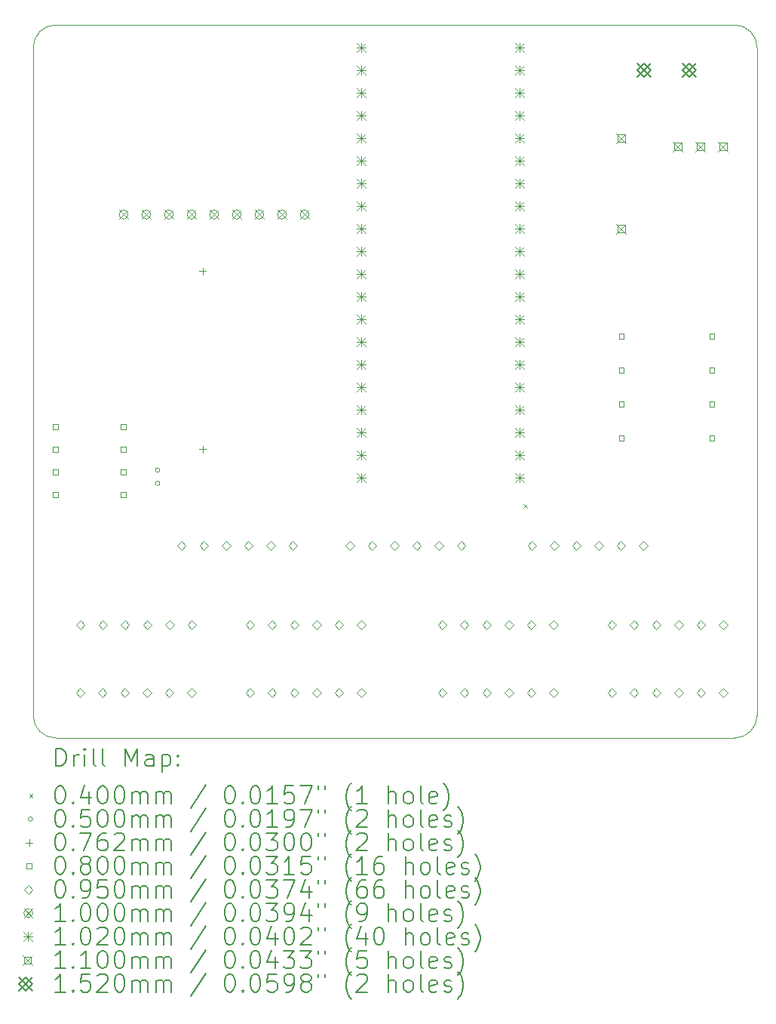
<source format=gbr>
%TF.GenerationSoftware,KiCad,Pcbnew,7.0.7*%
%TF.CreationDate,2023-09-20T10:34:12+01:00*%
%TF.ProjectId,telemetry board,74656c65-6d65-4747-9279-20626f617264,rev?*%
%TF.SameCoordinates,Original*%
%TF.FileFunction,Drillmap*%
%TF.FilePolarity,Positive*%
%FSLAX45Y45*%
G04 Gerber Fmt 4.5, Leading zero omitted, Abs format (unit mm)*
G04 Created by KiCad (PCBNEW 7.0.7) date 2023-09-20 10:34:12*
%MOMM*%
%LPD*%
G01*
G04 APERTURE LIST*
%ADD10C,0.100000*%
%ADD11C,0.200000*%
%ADD12C,0.040000*%
%ADD13C,0.050000*%
%ADD14C,0.076200*%
%ADD15C,0.080000*%
%ADD16C,0.095000*%
%ADD17C,0.102000*%
%ADD18C,0.110000*%
%ADD19C,0.152000*%
G04 APERTURE END LIST*
D10*
X9398000Y-5334000D02*
G75*
G03*
X9144000Y-5588000I0J-254000D01*
G01*
X17272000Y-5588000D02*
G75*
G03*
X17018000Y-5334000I-254000J0D01*
G01*
X9144000Y-5588000D02*
X9144000Y-13081000D01*
X17018000Y-5334000D02*
X9398000Y-5334000D01*
X9144000Y-13081000D02*
G75*
G03*
X9398000Y-13335000I254000J0D01*
G01*
X9398000Y-13335000D02*
X17018000Y-13335000D01*
X17272000Y-13081000D02*
X17272000Y-5588000D01*
X17018000Y-13335000D02*
G75*
G03*
X17272000Y-13081000I0J254000D01*
G01*
D11*
D12*
X14648500Y-10711500D02*
X14688500Y-10751500D01*
X14688500Y-10711500D02*
X14648500Y-10751500D01*
D13*
X10566000Y-10327500D02*
G75*
G03*
X10566000Y-10327500I-25000J0D01*
G01*
X10566000Y-10477500D02*
G75*
G03*
X10566000Y-10477500I-25000J0D01*
G01*
D14*
X11049000Y-8056100D02*
X11049000Y-8132300D01*
X11010900Y-8094200D02*
X11087100Y-8094200D01*
X11049000Y-10056100D02*
X11049000Y-10132300D01*
X11010900Y-10094200D02*
X11087100Y-10094200D01*
D15*
X9425285Y-9869785D02*
X9425285Y-9813216D01*
X9368716Y-9813216D01*
X9368716Y-9869785D01*
X9425285Y-9869785D01*
X9425285Y-10123785D02*
X9425285Y-10067216D01*
X9368716Y-10067216D01*
X9368716Y-10123785D01*
X9425285Y-10123785D01*
X9425285Y-10377785D02*
X9425285Y-10321216D01*
X9368716Y-10321216D01*
X9368716Y-10377785D01*
X9425285Y-10377785D01*
X9425285Y-10631785D02*
X9425285Y-10575216D01*
X9368716Y-10575216D01*
X9368716Y-10631785D01*
X9425285Y-10631785D01*
X10187285Y-9869785D02*
X10187285Y-9813216D01*
X10130716Y-9813216D01*
X10130716Y-9869785D01*
X10187285Y-9869785D01*
X10187285Y-10123785D02*
X10187285Y-10067216D01*
X10130716Y-10067216D01*
X10130716Y-10123785D01*
X10187285Y-10123785D01*
X10187285Y-10377785D02*
X10187285Y-10321216D01*
X10130716Y-10321216D01*
X10130716Y-10377785D01*
X10187285Y-10377785D01*
X10187285Y-10631785D02*
X10187285Y-10575216D01*
X10130716Y-10575216D01*
X10130716Y-10631785D01*
X10187285Y-10631785D01*
X15776284Y-8854785D02*
X15776284Y-8798216D01*
X15719715Y-8798216D01*
X15719715Y-8854785D01*
X15776284Y-8854785D01*
X15776284Y-9235785D02*
X15776284Y-9179216D01*
X15719715Y-9179216D01*
X15719715Y-9235785D01*
X15776284Y-9235785D01*
X15776284Y-9616785D02*
X15776284Y-9560216D01*
X15719715Y-9560216D01*
X15719715Y-9616785D01*
X15776284Y-9616785D01*
X15776284Y-9997785D02*
X15776284Y-9941216D01*
X15719715Y-9941216D01*
X15719715Y-9997785D01*
X15776284Y-9997785D01*
X16792285Y-8854785D02*
X16792285Y-8798216D01*
X16735715Y-8798216D01*
X16735715Y-8854785D01*
X16792285Y-8854785D01*
X16792285Y-9235785D02*
X16792285Y-9179216D01*
X16735715Y-9179216D01*
X16735715Y-9235785D01*
X16792285Y-9235785D01*
X16792285Y-9616785D02*
X16792285Y-9560216D01*
X16735715Y-9560216D01*
X16735715Y-9616785D01*
X16792285Y-9616785D01*
X16792285Y-9997785D02*
X16792285Y-9941216D01*
X16735715Y-9941216D01*
X16735715Y-9997785D01*
X16792285Y-9997785D01*
D16*
X9672000Y-12874500D02*
X9719500Y-12827000D01*
X9672000Y-12779500D01*
X9624500Y-12827000D01*
X9672000Y-12874500D01*
X9676000Y-12112500D02*
X9723500Y-12065000D01*
X9676000Y-12017500D01*
X9628500Y-12065000D01*
X9676000Y-12112500D01*
X9922000Y-12874500D02*
X9969500Y-12827000D01*
X9922000Y-12779500D01*
X9874500Y-12827000D01*
X9922000Y-12874500D01*
X9926000Y-12112500D02*
X9973500Y-12065000D01*
X9926000Y-12017500D01*
X9878500Y-12065000D01*
X9926000Y-12112500D01*
X10172000Y-12874500D02*
X10219500Y-12827000D01*
X10172000Y-12779500D01*
X10124500Y-12827000D01*
X10172000Y-12874500D01*
X10176000Y-12112500D02*
X10223500Y-12065000D01*
X10176000Y-12017500D01*
X10128500Y-12065000D01*
X10176000Y-12112500D01*
X10422000Y-12874500D02*
X10469500Y-12827000D01*
X10422000Y-12779500D01*
X10374500Y-12827000D01*
X10422000Y-12874500D01*
X10426000Y-12112500D02*
X10473500Y-12065000D01*
X10426000Y-12017500D01*
X10378500Y-12065000D01*
X10426000Y-12112500D01*
X10672000Y-12874500D02*
X10719500Y-12827000D01*
X10672000Y-12779500D01*
X10624500Y-12827000D01*
X10672000Y-12874500D01*
X10676000Y-12112500D02*
X10723500Y-12065000D01*
X10676000Y-12017500D01*
X10628500Y-12065000D01*
X10676000Y-12112500D01*
X10811000Y-11223500D02*
X10858500Y-11176000D01*
X10811000Y-11128500D01*
X10763500Y-11176000D01*
X10811000Y-11223500D01*
X10922000Y-12874500D02*
X10969500Y-12827000D01*
X10922000Y-12779500D01*
X10874500Y-12827000D01*
X10922000Y-12874500D01*
X10926000Y-12112500D02*
X10973500Y-12065000D01*
X10926000Y-12017500D01*
X10878500Y-12065000D01*
X10926000Y-12112500D01*
X11061000Y-11223500D02*
X11108500Y-11176000D01*
X11061000Y-11128500D01*
X11013500Y-11176000D01*
X11061000Y-11223500D01*
X11311000Y-11223500D02*
X11358500Y-11176000D01*
X11311000Y-11128500D01*
X11263500Y-11176000D01*
X11311000Y-11223500D01*
X11561000Y-11223500D02*
X11608500Y-11176000D01*
X11561000Y-11128500D01*
X11513500Y-11176000D01*
X11561000Y-11223500D01*
X11577000Y-12112500D02*
X11624500Y-12065000D01*
X11577000Y-12017500D01*
X11529500Y-12065000D01*
X11577000Y-12112500D01*
X11577000Y-12874500D02*
X11624500Y-12827000D01*
X11577000Y-12779500D01*
X11529500Y-12827000D01*
X11577000Y-12874500D01*
X11811000Y-11223500D02*
X11858500Y-11176000D01*
X11811000Y-11128500D01*
X11763500Y-11176000D01*
X11811000Y-11223500D01*
X11827000Y-12112500D02*
X11874500Y-12065000D01*
X11827000Y-12017500D01*
X11779500Y-12065000D01*
X11827000Y-12112500D01*
X11827000Y-12874500D02*
X11874500Y-12827000D01*
X11827000Y-12779500D01*
X11779500Y-12827000D01*
X11827000Y-12874500D01*
X12061000Y-11223500D02*
X12108500Y-11176000D01*
X12061000Y-11128500D01*
X12013500Y-11176000D01*
X12061000Y-11223500D01*
X12077000Y-12112500D02*
X12124500Y-12065000D01*
X12077000Y-12017500D01*
X12029500Y-12065000D01*
X12077000Y-12112500D01*
X12077000Y-12874500D02*
X12124500Y-12827000D01*
X12077000Y-12779500D01*
X12029500Y-12827000D01*
X12077000Y-12874500D01*
X12327000Y-12112500D02*
X12374500Y-12065000D01*
X12327000Y-12017500D01*
X12279500Y-12065000D01*
X12327000Y-12112500D01*
X12327000Y-12874500D02*
X12374500Y-12827000D01*
X12327000Y-12779500D01*
X12279500Y-12827000D01*
X12327000Y-12874500D01*
X12577000Y-12112500D02*
X12624500Y-12065000D01*
X12577000Y-12017500D01*
X12529500Y-12065000D01*
X12577000Y-12112500D01*
X12577000Y-12874500D02*
X12624500Y-12827000D01*
X12577000Y-12779500D01*
X12529500Y-12827000D01*
X12577000Y-12874500D01*
X12700000Y-11223500D02*
X12747500Y-11176000D01*
X12700000Y-11128500D01*
X12652500Y-11176000D01*
X12700000Y-11223500D01*
X12827000Y-12112500D02*
X12874500Y-12065000D01*
X12827000Y-12017500D01*
X12779500Y-12065000D01*
X12827000Y-12112500D01*
X12827000Y-12874500D02*
X12874500Y-12827000D01*
X12827000Y-12779500D01*
X12779500Y-12827000D01*
X12827000Y-12874500D01*
X12950000Y-11223500D02*
X12997500Y-11176000D01*
X12950000Y-11128500D01*
X12902500Y-11176000D01*
X12950000Y-11223500D01*
X13200000Y-11223500D02*
X13247500Y-11176000D01*
X13200000Y-11128500D01*
X13152500Y-11176000D01*
X13200000Y-11223500D01*
X13450000Y-11223500D02*
X13497500Y-11176000D01*
X13450000Y-11128500D01*
X13402500Y-11176000D01*
X13450000Y-11223500D01*
X13700000Y-11223500D02*
X13747500Y-11176000D01*
X13700000Y-11128500D01*
X13652500Y-11176000D01*
X13700000Y-11223500D01*
X13736000Y-12112500D02*
X13783500Y-12065000D01*
X13736000Y-12017500D01*
X13688500Y-12065000D01*
X13736000Y-12112500D01*
X13736000Y-12874500D02*
X13783500Y-12827000D01*
X13736000Y-12779500D01*
X13688500Y-12827000D01*
X13736000Y-12874500D01*
X13950000Y-11223500D02*
X13997500Y-11176000D01*
X13950000Y-11128500D01*
X13902500Y-11176000D01*
X13950000Y-11223500D01*
X13986000Y-12112500D02*
X14033500Y-12065000D01*
X13986000Y-12017500D01*
X13938500Y-12065000D01*
X13986000Y-12112500D01*
X13986000Y-12874500D02*
X14033500Y-12827000D01*
X13986000Y-12779500D01*
X13938500Y-12827000D01*
X13986000Y-12874500D01*
X14236000Y-12112500D02*
X14283500Y-12065000D01*
X14236000Y-12017500D01*
X14188500Y-12065000D01*
X14236000Y-12112500D01*
X14236000Y-12874500D02*
X14283500Y-12827000D01*
X14236000Y-12779500D01*
X14188500Y-12827000D01*
X14236000Y-12874500D01*
X14486000Y-12112500D02*
X14533500Y-12065000D01*
X14486000Y-12017500D01*
X14438500Y-12065000D01*
X14486000Y-12112500D01*
X14486000Y-12874500D02*
X14533500Y-12827000D01*
X14486000Y-12779500D01*
X14438500Y-12827000D01*
X14486000Y-12874500D01*
X14736000Y-12112500D02*
X14783500Y-12065000D01*
X14736000Y-12017500D01*
X14688500Y-12065000D01*
X14736000Y-12112500D01*
X14736000Y-12874500D02*
X14783500Y-12827000D01*
X14736000Y-12779500D01*
X14688500Y-12827000D01*
X14736000Y-12874500D01*
X14744000Y-11223500D02*
X14791500Y-11176000D01*
X14744000Y-11128500D01*
X14696500Y-11176000D01*
X14744000Y-11223500D01*
X14986000Y-12112500D02*
X15033500Y-12065000D01*
X14986000Y-12017500D01*
X14938500Y-12065000D01*
X14986000Y-12112500D01*
X14986000Y-12874500D02*
X15033500Y-12827000D01*
X14986000Y-12779500D01*
X14938500Y-12827000D01*
X14986000Y-12874500D01*
X14994000Y-11223500D02*
X15041500Y-11176000D01*
X14994000Y-11128500D01*
X14946500Y-11176000D01*
X14994000Y-11223500D01*
X15244000Y-11223500D02*
X15291500Y-11176000D01*
X15244000Y-11128500D01*
X15196500Y-11176000D01*
X15244000Y-11223500D01*
X15494000Y-11223500D02*
X15541500Y-11176000D01*
X15494000Y-11128500D01*
X15446500Y-11176000D01*
X15494000Y-11223500D01*
X15641000Y-12112500D02*
X15688500Y-12065000D01*
X15641000Y-12017500D01*
X15593500Y-12065000D01*
X15641000Y-12112500D01*
X15641000Y-12874500D02*
X15688500Y-12827000D01*
X15641000Y-12779500D01*
X15593500Y-12827000D01*
X15641000Y-12874500D01*
X15744000Y-11223500D02*
X15791500Y-11176000D01*
X15744000Y-11128500D01*
X15696500Y-11176000D01*
X15744000Y-11223500D01*
X15891000Y-12112500D02*
X15938500Y-12065000D01*
X15891000Y-12017500D01*
X15843500Y-12065000D01*
X15891000Y-12112500D01*
X15891000Y-12874500D02*
X15938500Y-12827000D01*
X15891000Y-12779500D01*
X15843500Y-12827000D01*
X15891000Y-12874500D01*
X15994000Y-11223500D02*
X16041500Y-11176000D01*
X15994000Y-11128500D01*
X15946500Y-11176000D01*
X15994000Y-11223500D01*
X16141000Y-12112500D02*
X16188500Y-12065000D01*
X16141000Y-12017500D01*
X16093500Y-12065000D01*
X16141000Y-12112500D01*
X16141000Y-12874500D02*
X16188500Y-12827000D01*
X16141000Y-12779500D01*
X16093500Y-12827000D01*
X16141000Y-12874500D01*
X16391000Y-12112500D02*
X16438500Y-12065000D01*
X16391000Y-12017500D01*
X16343500Y-12065000D01*
X16391000Y-12112500D01*
X16391000Y-12874500D02*
X16438500Y-12827000D01*
X16391000Y-12779500D01*
X16343500Y-12827000D01*
X16391000Y-12874500D01*
X16641000Y-12112500D02*
X16688500Y-12065000D01*
X16641000Y-12017500D01*
X16593500Y-12065000D01*
X16641000Y-12112500D01*
X16641000Y-12874500D02*
X16688500Y-12827000D01*
X16641000Y-12779500D01*
X16593500Y-12827000D01*
X16641000Y-12874500D01*
X16891000Y-12112500D02*
X16938500Y-12065000D01*
X16891000Y-12017500D01*
X16843500Y-12065000D01*
X16891000Y-12112500D01*
X16891000Y-12874500D02*
X16938500Y-12827000D01*
X16891000Y-12779500D01*
X16843500Y-12827000D01*
X16891000Y-12874500D01*
D10*
X10110000Y-7411250D02*
X10210000Y-7511250D01*
X10210000Y-7411250D02*
X10110000Y-7511250D01*
X10210000Y-7461250D02*
G75*
G03*
X10210000Y-7461250I-50000J0D01*
G01*
X10364000Y-7411250D02*
X10464000Y-7511250D01*
X10464000Y-7411250D02*
X10364000Y-7511250D01*
X10464000Y-7461250D02*
G75*
G03*
X10464000Y-7461250I-50000J0D01*
G01*
X10618000Y-7411250D02*
X10718000Y-7511250D01*
X10718000Y-7411250D02*
X10618000Y-7511250D01*
X10718000Y-7461250D02*
G75*
G03*
X10718000Y-7461250I-50000J0D01*
G01*
X10872000Y-7411250D02*
X10972000Y-7511250D01*
X10972000Y-7411250D02*
X10872000Y-7511250D01*
X10972000Y-7461250D02*
G75*
G03*
X10972000Y-7461250I-50000J0D01*
G01*
X11126000Y-7411250D02*
X11226000Y-7511250D01*
X11226000Y-7411250D02*
X11126000Y-7511250D01*
X11226000Y-7461250D02*
G75*
G03*
X11226000Y-7461250I-50000J0D01*
G01*
X11380000Y-7411250D02*
X11480000Y-7511250D01*
X11480000Y-7411250D02*
X11380000Y-7511250D01*
X11480000Y-7461250D02*
G75*
G03*
X11480000Y-7461250I-50000J0D01*
G01*
X11634000Y-7411250D02*
X11734000Y-7511250D01*
X11734000Y-7411250D02*
X11634000Y-7511250D01*
X11734000Y-7461250D02*
G75*
G03*
X11734000Y-7461250I-50000J0D01*
G01*
X11888000Y-7411250D02*
X11988000Y-7511250D01*
X11988000Y-7411250D02*
X11888000Y-7511250D01*
X11988000Y-7461250D02*
G75*
G03*
X11988000Y-7461250I-50000J0D01*
G01*
X12142000Y-7411250D02*
X12242000Y-7511250D01*
X12242000Y-7411250D02*
X12142000Y-7511250D01*
X12242000Y-7461250D02*
G75*
G03*
X12242000Y-7461250I-50000J0D01*
G01*
D17*
X12776000Y-5537000D02*
X12878000Y-5639000D01*
X12878000Y-5537000D02*
X12776000Y-5639000D01*
X12827000Y-5537000D02*
X12827000Y-5639000D01*
X12776000Y-5588000D02*
X12878000Y-5588000D01*
X12776000Y-5791000D02*
X12878000Y-5893000D01*
X12878000Y-5791000D02*
X12776000Y-5893000D01*
X12827000Y-5791000D02*
X12827000Y-5893000D01*
X12776000Y-5842000D02*
X12878000Y-5842000D01*
X12776000Y-6045000D02*
X12878000Y-6147000D01*
X12878000Y-6045000D02*
X12776000Y-6147000D01*
X12827000Y-6045000D02*
X12827000Y-6147000D01*
X12776000Y-6096000D02*
X12878000Y-6096000D01*
X12776000Y-6299000D02*
X12878000Y-6401000D01*
X12878000Y-6299000D02*
X12776000Y-6401000D01*
X12827000Y-6299000D02*
X12827000Y-6401000D01*
X12776000Y-6350000D02*
X12878000Y-6350000D01*
X12776000Y-6553000D02*
X12878000Y-6655000D01*
X12878000Y-6553000D02*
X12776000Y-6655000D01*
X12827000Y-6553000D02*
X12827000Y-6655000D01*
X12776000Y-6604000D02*
X12878000Y-6604000D01*
X12776000Y-6807000D02*
X12878000Y-6909000D01*
X12878000Y-6807000D02*
X12776000Y-6909000D01*
X12827000Y-6807000D02*
X12827000Y-6909000D01*
X12776000Y-6858000D02*
X12878000Y-6858000D01*
X12776000Y-7061000D02*
X12878000Y-7163000D01*
X12878000Y-7061000D02*
X12776000Y-7163000D01*
X12827000Y-7061000D02*
X12827000Y-7163000D01*
X12776000Y-7112000D02*
X12878000Y-7112000D01*
X12776000Y-7315000D02*
X12878000Y-7417000D01*
X12878000Y-7315000D02*
X12776000Y-7417000D01*
X12827000Y-7315000D02*
X12827000Y-7417000D01*
X12776000Y-7366000D02*
X12878000Y-7366000D01*
X12776000Y-7569000D02*
X12878000Y-7671000D01*
X12878000Y-7569000D02*
X12776000Y-7671000D01*
X12827000Y-7569000D02*
X12827000Y-7671000D01*
X12776000Y-7620000D02*
X12878000Y-7620000D01*
X12776000Y-7823000D02*
X12878000Y-7925000D01*
X12878000Y-7823000D02*
X12776000Y-7925000D01*
X12827000Y-7823000D02*
X12827000Y-7925000D01*
X12776000Y-7874000D02*
X12878000Y-7874000D01*
X12776000Y-8077000D02*
X12878000Y-8179000D01*
X12878000Y-8077000D02*
X12776000Y-8179000D01*
X12827000Y-8077000D02*
X12827000Y-8179000D01*
X12776000Y-8128000D02*
X12878000Y-8128000D01*
X12776000Y-8331000D02*
X12878000Y-8433000D01*
X12878000Y-8331000D02*
X12776000Y-8433000D01*
X12827000Y-8331000D02*
X12827000Y-8433000D01*
X12776000Y-8382000D02*
X12878000Y-8382000D01*
X12776000Y-8585000D02*
X12878000Y-8687000D01*
X12878000Y-8585000D02*
X12776000Y-8687000D01*
X12827000Y-8585000D02*
X12827000Y-8687000D01*
X12776000Y-8636000D02*
X12878000Y-8636000D01*
X12776000Y-8839000D02*
X12878000Y-8941000D01*
X12878000Y-8839000D02*
X12776000Y-8941000D01*
X12827000Y-8839000D02*
X12827000Y-8941000D01*
X12776000Y-8890000D02*
X12878000Y-8890000D01*
X12776000Y-9093000D02*
X12878000Y-9195000D01*
X12878000Y-9093000D02*
X12776000Y-9195000D01*
X12827000Y-9093000D02*
X12827000Y-9195000D01*
X12776000Y-9144000D02*
X12878000Y-9144000D01*
X12776000Y-9347000D02*
X12878000Y-9449000D01*
X12878000Y-9347000D02*
X12776000Y-9449000D01*
X12827000Y-9347000D02*
X12827000Y-9449000D01*
X12776000Y-9398000D02*
X12878000Y-9398000D01*
X12776000Y-9601000D02*
X12878000Y-9703000D01*
X12878000Y-9601000D02*
X12776000Y-9703000D01*
X12827000Y-9601000D02*
X12827000Y-9703000D01*
X12776000Y-9652000D02*
X12878000Y-9652000D01*
X12776000Y-9855000D02*
X12878000Y-9957000D01*
X12878000Y-9855000D02*
X12776000Y-9957000D01*
X12827000Y-9855000D02*
X12827000Y-9957000D01*
X12776000Y-9906000D02*
X12878000Y-9906000D01*
X12776000Y-10109000D02*
X12878000Y-10211000D01*
X12878000Y-10109000D02*
X12776000Y-10211000D01*
X12827000Y-10109000D02*
X12827000Y-10211000D01*
X12776000Y-10160000D02*
X12878000Y-10160000D01*
X12776000Y-10363000D02*
X12878000Y-10465000D01*
X12878000Y-10363000D02*
X12776000Y-10465000D01*
X12827000Y-10363000D02*
X12827000Y-10465000D01*
X12776000Y-10414000D02*
X12878000Y-10414000D01*
X14554000Y-5537000D02*
X14656000Y-5639000D01*
X14656000Y-5537000D02*
X14554000Y-5639000D01*
X14605000Y-5537000D02*
X14605000Y-5639000D01*
X14554000Y-5588000D02*
X14656000Y-5588000D01*
X14554000Y-5791000D02*
X14656000Y-5893000D01*
X14656000Y-5791000D02*
X14554000Y-5893000D01*
X14605000Y-5791000D02*
X14605000Y-5893000D01*
X14554000Y-5842000D02*
X14656000Y-5842000D01*
X14554000Y-6045000D02*
X14656000Y-6147000D01*
X14656000Y-6045000D02*
X14554000Y-6147000D01*
X14605000Y-6045000D02*
X14605000Y-6147000D01*
X14554000Y-6096000D02*
X14656000Y-6096000D01*
X14554000Y-6299000D02*
X14656000Y-6401000D01*
X14656000Y-6299000D02*
X14554000Y-6401000D01*
X14605000Y-6299000D02*
X14605000Y-6401000D01*
X14554000Y-6350000D02*
X14656000Y-6350000D01*
X14554000Y-6553000D02*
X14656000Y-6655000D01*
X14656000Y-6553000D02*
X14554000Y-6655000D01*
X14605000Y-6553000D02*
X14605000Y-6655000D01*
X14554000Y-6604000D02*
X14656000Y-6604000D01*
X14554000Y-6807000D02*
X14656000Y-6909000D01*
X14656000Y-6807000D02*
X14554000Y-6909000D01*
X14605000Y-6807000D02*
X14605000Y-6909000D01*
X14554000Y-6858000D02*
X14656000Y-6858000D01*
X14554000Y-7061000D02*
X14656000Y-7163000D01*
X14656000Y-7061000D02*
X14554000Y-7163000D01*
X14605000Y-7061000D02*
X14605000Y-7163000D01*
X14554000Y-7112000D02*
X14656000Y-7112000D01*
X14554000Y-7315000D02*
X14656000Y-7417000D01*
X14656000Y-7315000D02*
X14554000Y-7417000D01*
X14605000Y-7315000D02*
X14605000Y-7417000D01*
X14554000Y-7366000D02*
X14656000Y-7366000D01*
X14554000Y-7569000D02*
X14656000Y-7671000D01*
X14656000Y-7569000D02*
X14554000Y-7671000D01*
X14605000Y-7569000D02*
X14605000Y-7671000D01*
X14554000Y-7620000D02*
X14656000Y-7620000D01*
X14554000Y-7823000D02*
X14656000Y-7925000D01*
X14656000Y-7823000D02*
X14554000Y-7925000D01*
X14605000Y-7823000D02*
X14605000Y-7925000D01*
X14554000Y-7874000D02*
X14656000Y-7874000D01*
X14554000Y-8077000D02*
X14656000Y-8179000D01*
X14656000Y-8077000D02*
X14554000Y-8179000D01*
X14605000Y-8077000D02*
X14605000Y-8179000D01*
X14554000Y-8128000D02*
X14656000Y-8128000D01*
X14554000Y-8331000D02*
X14656000Y-8433000D01*
X14656000Y-8331000D02*
X14554000Y-8433000D01*
X14605000Y-8331000D02*
X14605000Y-8433000D01*
X14554000Y-8382000D02*
X14656000Y-8382000D01*
X14554000Y-8585000D02*
X14656000Y-8687000D01*
X14656000Y-8585000D02*
X14554000Y-8687000D01*
X14605000Y-8585000D02*
X14605000Y-8687000D01*
X14554000Y-8636000D02*
X14656000Y-8636000D01*
X14554000Y-8839000D02*
X14656000Y-8941000D01*
X14656000Y-8839000D02*
X14554000Y-8941000D01*
X14605000Y-8839000D02*
X14605000Y-8941000D01*
X14554000Y-8890000D02*
X14656000Y-8890000D01*
X14554000Y-9093000D02*
X14656000Y-9195000D01*
X14656000Y-9093000D02*
X14554000Y-9195000D01*
X14605000Y-9093000D02*
X14605000Y-9195000D01*
X14554000Y-9144000D02*
X14656000Y-9144000D01*
X14554000Y-9347000D02*
X14656000Y-9449000D01*
X14656000Y-9347000D02*
X14554000Y-9449000D01*
X14605000Y-9347000D02*
X14605000Y-9449000D01*
X14554000Y-9398000D02*
X14656000Y-9398000D01*
X14554000Y-9601000D02*
X14656000Y-9703000D01*
X14656000Y-9601000D02*
X14554000Y-9703000D01*
X14605000Y-9601000D02*
X14605000Y-9703000D01*
X14554000Y-9652000D02*
X14656000Y-9652000D01*
X14554000Y-9855000D02*
X14656000Y-9957000D01*
X14656000Y-9855000D02*
X14554000Y-9957000D01*
X14605000Y-9855000D02*
X14605000Y-9957000D01*
X14554000Y-9906000D02*
X14656000Y-9906000D01*
X14554000Y-10109000D02*
X14656000Y-10211000D01*
X14656000Y-10109000D02*
X14554000Y-10211000D01*
X14605000Y-10109000D02*
X14605000Y-10211000D01*
X14554000Y-10160000D02*
X14656000Y-10160000D01*
X14554000Y-10363000D02*
X14656000Y-10465000D01*
X14656000Y-10363000D02*
X14554000Y-10465000D01*
X14605000Y-10363000D02*
X14605000Y-10465000D01*
X14554000Y-10414000D02*
X14656000Y-10414000D01*
D18*
X15693000Y-6549000D02*
X15803000Y-6659000D01*
X15803000Y-6549000D02*
X15693000Y-6659000D01*
X15786891Y-6642891D02*
X15786891Y-6565109D01*
X15709109Y-6565109D01*
X15709109Y-6642891D01*
X15786891Y-6642891D01*
X15693000Y-7565000D02*
X15803000Y-7675000D01*
X15803000Y-7565000D02*
X15693000Y-7675000D01*
X15786891Y-7658891D02*
X15786891Y-7581109D01*
X15709109Y-7581109D01*
X15709109Y-7658891D01*
X15786891Y-7658891D01*
X16328000Y-6642000D02*
X16438000Y-6752000D01*
X16438000Y-6642000D02*
X16328000Y-6752000D01*
X16421891Y-6735891D02*
X16421891Y-6658109D01*
X16344109Y-6658109D01*
X16344109Y-6735891D01*
X16421891Y-6735891D01*
X16582000Y-6642000D02*
X16692000Y-6752000D01*
X16692000Y-6642000D02*
X16582000Y-6752000D01*
X16675891Y-6735891D02*
X16675891Y-6658109D01*
X16598109Y-6658109D01*
X16598109Y-6735891D01*
X16675891Y-6735891D01*
X16836000Y-6642000D02*
X16946000Y-6752000D01*
X16946000Y-6642000D02*
X16836000Y-6752000D01*
X16929891Y-6735891D02*
X16929891Y-6658109D01*
X16852109Y-6658109D01*
X16852109Y-6735891D01*
X16929891Y-6735891D01*
D19*
X15926000Y-5766000D02*
X16078000Y-5918000D01*
X16078000Y-5766000D02*
X15926000Y-5918000D01*
X16002000Y-5918000D02*
X16078000Y-5842000D01*
X16002000Y-5766000D01*
X15926000Y-5842000D01*
X16002000Y-5918000D01*
X16434000Y-5766000D02*
X16586000Y-5918000D01*
X16586000Y-5766000D02*
X16434000Y-5918000D01*
X16510000Y-5918000D02*
X16586000Y-5842000D01*
X16510000Y-5766000D01*
X16434000Y-5842000D01*
X16510000Y-5918000D01*
D11*
X9399777Y-13651484D02*
X9399777Y-13451484D01*
X9399777Y-13451484D02*
X9447396Y-13451484D01*
X9447396Y-13451484D02*
X9475967Y-13461008D01*
X9475967Y-13461008D02*
X9495015Y-13480055D01*
X9495015Y-13480055D02*
X9504539Y-13499103D01*
X9504539Y-13499103D02*
X9514063Y-13537198D01*
X9514063Y-13537198D02*
X9514063Y-13565769D01*
X9514063Y-13565769D02*
X9504539Y-13603865D01*
X9504539Y-13603865D02*
X9495015Y-13622912D01*
X9495015Y-13622912D02*
X9475967Y-13641960D01*
X9475967Y-13641960D02*
X9447396Y-13651484D01*
X9447396Y-13651484D02*
X9399777Y-13651484D01*
X9599777Y-13651484D02*
X9599777Y-13518150D01*
X9599777Y-13556246D02*
X9609301Y-13537198D01*
X9609301Y-13537198D02*
X9618824Y-13527674D01*
X9618824Y-13527674D02*
X9637872Y-13518150D01*
X9637872Y-13518150D02*
X9656920Y-13518150D01*
X9723586Y-13651484D02*
X9723586Y-13518150D01*
X9723586Y-13451484D02*
X9714063Y-13461008D01*
X9714063Y-13461008D02*
X9723586Y-13470531D01*
X9723586Y-13470531D02*
X9733110Y-13461008D01*
X9733110Y-13461008D02*
X9723586Y-13451484D01*
X9723586Y-13451484D02*
X9723586Y-13470531D01*
X9847396Y-13651484D02*
X9828348Y-13641960D01*
X9828348Y-13641960D02*
X9818824Y-13622912D01*
X9818824Y-13622912D02*
X9818824Y-13451484D01*
X9952158Y-13651484D02*
X9933110Y-13641960D01*
X9933110Y-13641960D02*
X9923586Y-13622912D01*
X9923586Y-13622912D02*
X9923586Y-13451484D01*
X10180729Y-13651484D02*
X10180729Y-13451484D01*
X10180729Y-13451484D02*
X10247396Y-13594341D01*
X10247396Y-13594341D02*
X10314063Y-13451484D01*
X10314063Y-13451484D02*
X10314063Y-13651484D01*
X10495015Y-13651484D02*
X10495015Y-13546722D01*
X10495015Y-13546722D02*
X10485491Y-13527674D01*
X10485491Y-13527674D02*
X10466444Y-13518150D01*
X10466444Y-13518150D02*
X10428348Y-13518150D01*
X10428348Y-13518150D02*
X10409301Y-13527674D01*
X10495015Y-13641960D02*
X10475967Y-13651484D01*
X10475967Y-13651484D02*
X10428348Y-13651484D01*
X10428348Y-13651484D02*
X10409301Y-13641960D01*
X10409301Y-13641960D02*
X10399777Y-13622912D01*
X10399777Y-13622912D02*
X10399777Y-13603865D01*
X10399777Y-13603865D02*
X10409301Y-13584817D01*
X10409301Y-13584817D02*
X10428348Y-13575293D01*
X10428348Y-13575293D02*
X10475967Y-13575293D01*
X10475967Y-13575293D02*
X10495015Y-13565769D01*
X10590253Y-13518150D02*
X10590253Y-13718150D01*
X10590253Y-13527674D02*
X10609301Y-13518150D01*
X10609301Y-13518150D02*
X10647396Y-13518150D01*
X10647396Y-13518150D02*
X10666444Y-13527674D01*
X10666444Y-13527674D02*
X10675967Y-13537198D01*
X10675967Y-13537198D02*
X10685491Y-13556246D01*
X10685491Y-13556246D02*
X10685491Y-13613388D01*
X10685491Y-13613388D02*
X10675967Y-13632436D01*
X10675967Y-13632436D02*
X10666444Y-13641960D01*
X10666444Y-13641960D02*
X10647396Y-13651484D01*
X10647396Y-13651484D02*
X10609301Y-13651484D01*
X10609301Y-13651484D02*
X10590253Y-13641960D01*
X10771205Y-13632436D02*
X10780729Y-13641960D01*
X10780729Y-13641960D02*
X10771205Y-13651484D01*
X10771205Y-13651484D02*
X10761682Y-13641960D01*
X10761682Y-13641960D02*
X10771205Y-13632436D01*
X10771205Y-13632436D02*
X10771205Y-13651484D01*
X10771205Y-13527674D02*
X10780729Y-13537198D01*
X10780729Y-13537198D02*
X10771205Y-13546722D01*
X10771205Y-13546722D02*
X10761682Y-13537198D01*
X10761682Y-13537198D02*
X10771205Y-13527674D01*
X10771205Y-13527674D02*
X10771205Y-13546722D01*
D12*
X9099000Y-13960000D02*
X9139000Y-14000000D01*
X9139000Y-13960000D02*
X9099000Y-14000000D01*
D11*
X9437872Y-13871484D02*
X9456920Y-13871484D01*
X9456920Y-13871484D02*
X9475967Y-13881008D01*
X9475967Y-13881008D02*
X9485491Y-13890531D01*
X9485491Y-13890531D02*
X9495015Y-13909579D01*
X9495015Y-13909579D02*
X9504539Y-13947674D01*
X9504539Y-13947674D02*
X9504539Y-13995293D01*
X9504539Y-13995293D02*
X9495015Y-14033388D01*
X9495015Y-14033388D02*
X9485491Y-14052436D01*
X9485491Y-14052436D02*
X9475967Y-14061960D01*
X9475967Y-14061960D02*
X9456920Y-14071484D01*
X9456920Y-14071484D02*
X9437872Y-14071484D01*
X9437872Y-14071484D02*
X9418824Y-14061960D01*
X9418824Y-14061960D02*
X9409301Y-14052436D01*
X9409301Y-14052436D02*
X9399777Y-14033388D01*
X9399777Y-14033388D02*
X9390253Y-13995293D01*
X9390253Y-13995293D02*
X9390253Y-13947674D01*
X9390253Y-13947674D02*
X9399777Y-13909579D01*
X9399777Y-13909579D02*
X9409301Y-13890531D01*
X9409301Y-13890531D02*
X9418824Y-13881008D01*
X9418824Y-13881008D02*
X9437872Y-13871484D01*
X9590253Y-14052436D02*
X9599777Y-14061960D01*
X9599777Y-14061960D02*
X9590253Y-14071484D01*
X9590253Y-14071484D02*
X9580729Y-14061960D01*
X9580729Y-14061960D02*
X9590253Y-14052436D01*
X9590253Y-14052436D02*
X9590253Y-14071484D01*
X9771205Y-13938150D02*
X9771205Y-14071484D01*
X9723586Y-13861960D02*
X9675967Y-14004817D01*
X9675967Y-14004817D02*
X9799777Y-14004817D01*
X9914063Y-13871484D02*
X9933110Y-13871484D01*
X9933110Y-13871484D02*
X9952158Y-13881008D01*
X9952158Y-13881008D02*
X9961682Y-13890531D01*
X9961682Y-13890531D02*
X9971205Y-13909579D01*
X9971205Y-13909579D02*
X9980729Y-13947674D01*
X9980729Y-13947674D02*
X9980729Y-13995293D01*
X9980729Y-13995293D02*
X9971205Y-14033388D01*
X9971205Y-14033388D02*
X9961682Y-14052436D01*
X9961682Y-14052436D02*
X9952158Y-14061960D01*
X9952158Y-14061960D02*
X9933110Y-14071484D01*
X9933110Y-14071484D02*
X9914063Y-14071484D01*
X9914063Y-14071484D02*
X9895015Y-14061960D01*
X9895015Y-14061960D02*
X9885491Y-14052436D01*
X9885491Y-14052436D02*
X9875967Y-14033388D01*
X9875967Y-14033388D02*
X9866444Y-13995293D01*
X9866444Y-13995293D02*
X9866444Y-13947674D01*
X9866444Y-13947674D02*
X9875967Y-13909579D01*
X9875967Y-13909579D02*
X9885491Y-13890531D01*
X9885491Y-13890531D02*
X9895015Y-13881008D01*
X9895015Y-13881008D02*
X9914063Y-13871484D01*
X10104539Y-13871484D02*
X10123586Y-13871484D01*
X10123586Y-13871484D02*
X10142634Y-13881008D01*
X10142634Y-13881008D02*
X10152158Y-13890531D01*
X10152158Y-13890531D02*
X10161682Y-13909579D01*
X10161682Y-13909579D02*
X10171205Y-13947674D01*
X10171205Y-13947674D02*
X10171205Y-13995293D01*
X10171205Y-13995293D02*
X10161682Y-14033388D01*
X10161682Y-14033388D02*
X10152158Y-14052436D01*
X10152158Y-14052436D02*
X10142634Y-14061960D01*
X10142634Y-14061960D02*
X10123586Y-14071484D01*
X10123586Y-14071484D02*
X10104539Y-14071484D01*
X10104539Y-14071484D02*
X10085491Y-14061960D01*
X10085491Y-14061960D02*
X10075967Y-14052436D01*
X10075967Y-14052436D02*
X10066444Y-14033388D01*
X10066444Y-14033388D02*
X10056920Y-13995293D01*
X10056920Y-13995293D02*
X10056920Y-13947674D01*
X10056920Y-13947674D02*
X10066444Y-13909579D01*
X10066444Y-13909579D02*
X10075967Y-13890531D01*
X10075967Y-13890531D02*
X10085491Y-13881008D01*
X10085491Y-13881008D02*
X10104539Y-13871484D01*
X10256920Y-14071484D02*
X10256920Y-13938150D01*
X10256920Y-13957198D02*
X10266444Y-13947674D01*
X10266444Y-13947674D02*
X10285491Y-13938150D01*
X10285491Y-13938150D02*
X10314063Y-13938150D01*
X10314063Y-13938150D02*
X10333110Y-13947674D01*
X10333110Y-13947674D02*
X10342634Y-13966722D01*
X10342634Y-13966722D02*
X10342634Y-14071484D01*
X10342634Y-13966722D02*
X10352158Y-13947674D01*
X10352158Y-13947674D02*
X10371205Y-13938150D01*
X10371205Y-13938150D02*
X10399777Y-13938150D01*
X10399777Y-13938150D02*
X10418825Y-13947674D01*
X10418825Y-13947674D02*
X10428348Y-13966722D01*
X10428348Y-13966722D02*
X10428348Y-14071484D01*
X10523586Y-14071484D02*
X10523586Y-13938150D01*
X10523586Y-13957198D02*
X10533110Y-13947674D01*
X10533110Y-13947674D02*
X10552158Y-13938150D01*
X10552158Y-13938150D02*
X10580729Y-13938150D01*
X10580729Y-13938150D02*
X10599777Y-13947674D01*
X10599777Y-13947674D02*
X10609301Y-13966722D01*
X10609301Y-13966722D02*
X10609301Y-14071484D01*
X10609301Y-13966722D02*
X10618825Y-13947674D01*
X10618825Y-13947674D02*
X10637872Y-13938150D01*
X10637872Y-13938150D02*
X10666444Y-13938150D01*
X10666444Y-13938150D02*
X10685491Y-13947674D01*
X10685491Y-13947674D02*
X10695015Y-13966722D01*
X10695015Y-13966722D02*
X10695015Y-14071484D01*
X11085491Y-13861960D02*
X10914063Y-14119103D01*
X11342634Y-13871484D02*
X11361682Y-13871484D01*
X11361682Y-13871484D02*
X11380729Y-13881008D01*
X11380729Y-13881008D02*
X11390253Y-13890531D01*
X11390253Y-13890531D02*
X11399777Y-13909579D01*
X11399777Y-13909579D02*
X11409301Y-13947674D01*
X11409301Y-13947674D02*
X11409301Y-13995293D01*
X11409301Y-13995293D02*
X11399777Y-14033388D01*
X11399777Y-14033388D02*
X11390253Y-14052436D01*
X11390253Y-14052436D02*
X11380729Y-14061960D01*
X11380729Y-14061960D02*
X11361682Y-14071484D01*
X11361682Y-14071484D02*
X11342634Y-14071484D01*
X11342634Y-14071484D02*
X11323586Y-14061960D01*
X11323586Y-14061960D02*
X11314063Y-14052436D01*
X11314063Y-14052436D02*
X11304539Y-14033388D01*
X11304539Y-14033388D02*
X11295015Y-13995293D01*
X11295015Y-13995293D02*
X11295015Y-13947674D01*
X11295015Y-13947674D02*
X11304539Y-13909579D01*
X11304539Y-13909579D02*
X11314063Y-13890531D01*
X11314063Y-13890531D02*
X11323586Y-13881008D01*
X11323586Y-13881008D02*
X11342634Y-13871484D01*
X11495015Y-14052436D02*
X11504539Y-14061960D01*
X11504539Y-14061960D02*
X11495015Y-14071484D01*
X11495015Y-14071484D02*
X11485491Y-14061960D01*
X11485491Y-14061960D02*
X11495015Y-14052436D01*
X11495015Y-14052436D02*
X11495015Y-14071484D01*
X11628348Y-13871484D02*
X11647396Y-13871484D01*
X11647396Y-13871484D02*
X11666444Y-13881008D01*
X11666444Y-13881008D02*
X11675967Y-13890531D01*
X11675967Y-13890531D02*
X11685491Y-13909579D01*
X11685491Y-13909579D02*
X11695015Y-13947674D01*
X11695015Y-13947674D02*
X11695015Y-13995293D01*
X11695015Y-13995293D02*
X11685491Y-14033388D01*
X11685491Y-14033388D02*
X11675967Y-14052436D01*
X11675967Y-14052436D02*
X11666444Y-14061960D01*
X11666444Y-14061960D02*
X11647396Y-14071484D01*
X11647396Y-14071484D02*
X11628348Y-14071484D01*
X11628348Y-14071484D02*
X11609301Y-14061960D01*
X11609301Y-14061960D02*
X11599777Y-14052436D01*
X11599777Y-14052436D02*
X11590253Y-14033388D01*
X11590253Y-14033388D02*
X11580729Y-13995293D01*
X11580729Y-13995293D02*
X11580729Y-13947674D01*
X11580729Y-13947674D02*
X11590253Y-13909579D01*
X11590253Y-13909579D02*
X11599777Y-13890531D01*
X11599777Y-13890531D02*
X11609301Y-13881008D01*
X11609301Y-13881008D02*
X11628348Y-13871484D01*
X11885491Y-14071484D02*
X11771206Y-14071484D01*
X11828348Y-14071484D02*
X11828348Y-13871484D01*
X11828348Y-13871484D02*
X11809301Y-13900055D01*
X11809301Y-13900055D02*
X11790253Y-13919103D01*
X11790253Y-13919103D02*
X11771206Y-13928627D01*
X12066444Y-13871484D02*
X11971206Y-13871484D01*
X11971206Y-13871484D02*
X11961682Y-13966722D01*
X11961682Y-13966722D02*
X11971206Y-13957198D01*
X11971206Y-13957198D02*
X11990253Y-13947674D01*
X11990253Y-13947674D02*
X12037872Y-13947674D01*
X12037872Y-13947674D02*
X12056920Y-13957198D01*
X12056920Y-13957198D02*
X12066444Y-13966722D01*
X12066444Y-13966722D02*
X12075967Y-13985769D01*
X12075967Y-13985769D02*
X12075967Y-14033388D01*
X12075967Y-14033388D02*
X12066444Y-14052436D01*
X12066444Y-14052436D02*
X12056920Y-14061960D01*
X12056920Y-14061960D02*
X12037872Y-14071484D01*
X12037872Y-14071484D02*
X11990253Y-14071484D01*
X11990253Y-14071484D02*
X11971206Y-14061960D01*
X11971206Y-14061960D02*
X11961682Y-14052436D01*
X12142634Y-13871484D02*
X12275967Y-13871484D01*
X12275967Y-13871484D02*
X12190253Y-14071484D01*
X12342634Y-13871484D02*
X12342634Y-13909579D01*
X12418825Y-13871484D02*
X12418825Y-13909579D01*
X12714063Y-14147674D02*
X12704539Y-14138150D01*
X12704539Y-14138150D02*
X12685491Y-14109579D01*
X12685491Y-14109579D02*
X12675968Y-14090531D01*
X12675968Y-14090531D02*
X12666444Y-14061960D01*
X12666444Y-14061960D02*
X12656920Y-14014341D01*
X12656920Y-14014341D02*
X12656920Y-13976246D01*
X12656920Y-13976246D02*
X12666444Y-13928627D01*
X12666444Y-13928627D02*
X12675968Y-13900055D01*
X12675968Y-13900055D02*
X12685491Y-13881008D01*
X12685491Y-13881008D02*
X12704539Y-13852436D01*
X12704539Y-13852436D02*
X12714063Y-13842912D01*
X12895015Y-14071484D02*
X12780729Y-14071484D01*
X12837872Y-14071484D02*
X12837872Y-13871484D01*
X12837872Y-13871484D02*
X12818825Y-13900055D01*
X12818825Y-13900055D02*
X12799777Y-13919103D01*
X12799777Y-13919103D02*
X12780729Y-13928627D01*
X13133110Y-14071484D02*
X13133110Y-13871484D01*
X13218825Y-14071484D02*
X13218825Y-13966722D01*
X13218825Y-13966722D02*
X13209301Y-13947674D01*
X13209301Y-13947674D02*
X13190253Y-13938150D01*
X13190253Y-13938150D02*
X13161682Y-13938150D01*
X13161682Y-13938150D02*
X13142634Y-13947674D01*
X13142634Y-13947674D02*
X13133110Y-13957198D01*
X13342634Y-14071484D02*
X13323587Y-14061960D01*
X13323587Y-14061960D02*
X13314063Y-14052436D01*
X13314063Y-14052436D02*
X13304539Y-14033388D01*
X13304539Y-14033388D02*
X13304539Y-13976246D01*
X13304539Y-13976246D02*
X13314063Y-13957198D01*
X13314063Y-13957198D02*
X13323587Y-13947674D01*
X13323587Y-13947674D02*
X13342634Y-13938150D01*
X13342634Y-13938150D02*
X13371206Y-13938150D01*
X13371206Y-13938150D02*
X13390253Y-13947674D01*
X13390253Y-13947674D02*
X13399777Y-13957198D01*
X13399777Y-13957198D02*
X13409301Y-13976246D01*
X13409301Y-13976246D02*
X13409301Y-14033388D01*
X13409301Y-14033388D02*
X13399777Y-14052436D01*
X13399777Y-14052436D02*
X13390253Y-14061960D01*
X13390253Y-14061960D02*
X13371206Y-14071484D01*
X13371206Y-14071484D02*
X13342634Y-14071484D01*
X13523587Y-14071484D02*
X13504539Y-14061960D01*
X13504539Y-14061960D02*
X13495015Y-14042912D01*
X13495015Y-14042912D02*
X13495015Y-13871484D01*
X13675968Y-14061960D02*
X13656920Y-14071484D01*
X13656920Y-14071484D02*
X13618825Y-14071484D01*
X13618825Y-14071484D02*
X13599777Y-14061960D01*
X13599777Y-14061960D02*
X13590253Y-14042912D01*
X13590253Y-14042912D02*
X13590253Y-13966722D01*
X13590253Y-13966722D02*
X13599777Y-13947674D01*
X13599777Y-13947674D02*
X13618825Y-13938150D01*
X13618825Y-13938150D02*
X13656920Y-13938150D01*
X13656920Y-13938150D02*
X13675968Y-13947674D01*
X13675968Y-13947674D02*
X13685491Y-13966722D01*
X13685491Y-13966722D02*
X13685491Y-13985769D01*
X13685491Y-13985769D02*
X13590253Y-14004817D01*
X13752158Y-14147674D02*
X13761682Y-14138150D01*
X13761682Y-14138150D02*
X13780730Y-14109579D01*
X13780730Y-14109579D02*
X13790253Y-14090531D01*
X13790253Y-14090531D02*
X13799777Y-14061960D01*
X13799777Y-14061960D02*
X13809301Y-14014341D01*
X13809301Y-14014341D02*
X13809301Y-13976246D01*
X13809301Y-13976246D02*
X13799777Y-13928627D01*
X13799777Y-13928627D02*
X13790253Y-13900055D01*
X13790253Y-13900055D02*
X13780730Y-13881008D01*
X13780730Y-13881008D02*
X13761682Y-13852436D01*
X13761682Y-13852436D02*
X13752158Y-13842912D01*
D13*
X9139000Y-14244000D02*
G75*
G03*
X9139000Y-14244000I-25000J0D01*
G01*
D11*
X9437872Y-14135484D02*
X9456920Y-14135484D01*
X9456920Y-14135484D02*
X9475967Y-14145008D01*
X9475967Y-14145008D02*
X9485491Y-14154531D01*
X9485491Y-14154531D02*
X9495015Y-14173579D01*
X9495015Y-14173579D02*
X9504539Y-14211674D01*
X9504539Y-14211674D02*
X9504539Y-14259293D01*
X9504539Y-14259293D02*
X9495015Y-14297388D01*
X9495015Y-14297388D02*
X9485491Y-14316436D01*
X9485491Y-14316436D02*
X9475967Y-14325960D01*
X9475967Y-14325960D02*
X9456920Y-14335484D01*
X9456920Y-14335484D02*
X9437872Y-14335484D01*
X9437872Y-14335484D02*
X9418824Y-14325960D01*
X9418824Y-14325960D02*
X9409301Y-14316436D01*
X9409301Y-14316436D02*
X9399777Y-14297388D01*
X9399777Y-14297388D02*
X9390253Y-14259293D01*
X9390253Y-14259293D02*
X9390253Y-14211674D01*
X9390253Y-14211674D02*
X9399777Y-14173579D01*
X9399777Y-14173579D02*
X9409301Y-14154531D01*
X9409301Y-14154531D02*
X9418824Y-14145008D01*
X9418824Y-14145008D02*
X9437872Y-14135484D01*
X9590253Y-14316436D02*
X9599777Y-14325960D01*
X9599777Y-14325960D02*
X9590253Y-14335484D01*
X9590253Y-14335484D02*
X9580729Y-14325960D01*
X9580729Y-14325960D02*
X9590253Y-14316436D01*
X9590253Y-14316436D02*
X9590253Y-14335484D01*
X9780729Y-14135484D02*
X9685491Y-14135484D01*
X9685491Y-14135484D02*
X9675967Y-14230722D01*
X9675967Y-14230722D02*
X9685491Y-14221198D01*
X9685491Y-14221198D02*
X9704539Y-14211674D01*
X9704539Y-14211674D02*
X9752158Y-14211674D01*
X9752158Y-14211674D02*
X9771205Y-14221198D01*
X9771205Y-14221198D02*
X9780729Y-14230722D01*
X9780729Y-14230722D02*
X9790253Y-14249769D01*
X9790253Y-14249769D02*
X9790253Y-14297388D01*
X9790253Y-14297388D02*
X9780729Y-14316436D01*
X9780729Y-14316436D02*
X9771205Y-14325960D01*
X9771205Y-14325960D02*
X9752158Y-14335484D01*
X9752158Y-14335484D02*
X9704539Y-14335484D01*
X9704539Y-14335484D02*
X9685491Y-14325960D01*
X9685491Y-14325960D02*
X9675967Y-14316436D01*
X9914063Y-14135484D02*
X9933110Y-14135484D01*
X9933110Y-14135484D02*
X9952158Y-14145008D01*
X9952158Y-14145008D02*
X9961682Y-14154531D01*
X9961682Y-14154531D02*
X9971205Y-14173579D01*
X9971205Y-14173579D02*
X9980729Y-14211674D01*
X9980729Y-14211674D02*
X9980729Y-14259293D01*
X9980729Y-14259293D02*
X9971205Y-14297388D01*
X9971205Y-14297388D02*
X9961682Y-14316436D01*
X9961682Y-14316436D02*
X9952158Y-14325960D01*
X9952158Y-14325960D02*
X9933110Y-14335484D01*
X9933110Y-14335484D02*
X9914063Y-14335484D01*
X9914063Y-14335484D02*
X9895015Y-14325960D01*
X9895015Y-14325960D02*
X9885491Y-14316436D01*
X9885491Y-14316436D02*
X9875967Y-14297388D01*
X9875967Y-14297388D02*
X9866444Y-14259293D01*
X9866444Y-14259293D02*
X9866444Y-14211674D01*
X9866444Y-14211674D02*
X9875967Y-14173579D01*
X9875967Y-14173579D02*
X9885491Y-14154531D01*
X9885491Y-14154531D02*
X9895015Y-14145008D01*
X9895015Y-14145008D02*
X9914063Y-14135484D01*
X10104539Y-14135484D02*
X10123586Y-14135484D01*
X10123586Y-14135484D02*
X10142634Y-14145008D01*
X10142634Y-14145008D02*
X10152158Y-14154531D01*
X10152158Y-14154531D02*
X10161682Y-14173579D01*
X10161682Y-14173579D02*
X10171205Y-14211674D01*
X10171205Y-14211674D02*
X10171205Y-14259293D01*
X10171205Y-14259293D02*
X10161682Y-14297388D01*
X10161682Y-14297388D02*
X10152158Y-14316436D01*
X10152158Y-14316436D02*
X10142634Y-14325960D01*
X10142634Y-14325960D02*
X10123586Y-14335484D01*
X10123586Y-14335484D02*
X10104539Y-14335484D01*
X10104539Y-14335484D02*
X10085491Y-14325960D01*
X10085491Y-14325960D02*
X10075967Y-14316436D01*
X10075967Y-14316436D02*
X10066444Y-14297388D01*
X10066444Y-14297388D02*
X10056920Y-14259293D01*
X10056920Y-14259293D02*
X10056920Y-14211674D01*
X10056920Y-14211674D02*
X10066444Y-14173579D01*
X10066444Y-14173579D02*
X10075967Y-14154531D01*
X10075967Y-14154531D02*
X10085491Y-14145008D01*
X10085491Y-14145008D02*
X10104539Y-14135484D01*
X10256920Y-14335484D02*
X10256920Y-14202150D01*
X10256920Y-14221198D02*
X10266444Y-14211674D01*
X10266444Y-14211674D02*
X10285491Y-14202150D01*
X10285491Y-14202150D02*
X10314063Y-14202150D01*
X10314063Y-14202150D02*
X10333110Y-14211674D01*
X10333110Y-14211674D02*
X10342634Y-14230722D01*
X10342634Y-14230722D02*
X10342634Y-14335484D01*
X10342634Y-14230722D02*
X10352158Y-14211674D01*
X10352158Y-14211674D02*
X10371205Y-14202150D01*
X10371205Y-14202150D02*
X10399777Y-14202150D01*
X10399777Y-14202150D02*
X10418825Y-14211674D01*
X10418825Y-14211674D02*
X10428348Y-14230722D01*
X10428348Y-14230722D02*
X10428348Y-14335484D01*
X10523586Y-14335484D02*
X10523586Y-14202150D01*
X10523586Y-14221198D02*
X10533110Y-14211674D01*
X10533110Y-14211674D02*
X10552158Y-14202150D01*
X10552158Y-14202150D02*
X10580729Y-14202150D01*
X10580729Y-14202150D02*
X10599777Y-14211674D01*
X10599777Y-14211674D02*
X10609301Y-14230722D01*
X10609301Y-14230722D02*
X10609301Y-14335484D01*
X10609301Y-14230722D02*
X10618825Y-14211674D01*
X10618825Y-14211674D02*
X10637872Y-14202150D01*
X10637872Y-14202150D02*
X10666444Y-14202150D01*
X10666444Y-14202150D02*
X10685491Y-14211674D01*
X10685491Y-14211674D02*
X10695015Y-14230722D01*
X10695015Y-14230722D02*
X10695015Y-14335484D01*
X11085491Y-14125960D02*
X10914063Y-14383103D01*
X11342634Y-14135484D02*
X11361682Y-14135484D01*
X11361682Y-14135484D02*
X11380729Y-14145008D01*
X11380729Y-14145008D02*
X11390253Y-14154531D01*
X11390253Y-14154531D02*
X11399777Y-14173579D01*
X11399777Y-14173579D02*
X11409301Y-14211674D01*
X11409301Y-14211674D02*
X11409301Y-14259293D01*
X11409301Y-14259293D02*
X11399777Y-14297388D01*
X11399777Y-14297388D02*
X11390253Y-14316436D01*
X11390253Y-14316436D02*
X11380729Y-14325960D01*
X11380729Y-14325960D02*
X11361682Y-14335484D01*
X11361682Y-14335484D02*
X11342634Y-14335484D01*
X11342634Y-14335484D02*
X11323586Y-14325960D01*
X11323586Y-14325960D02*
X11314063Y-14316436D01*
X11314063Y-14316436D02*
X11304539Y-14297388D01*
X11304539Y-14297388D02*
X11295015Y-14259293D01*
X11295015Y-14259293D02*
X11295015Y-14211674D01*
X11295015Y-14211674D02*
X11304539Y-14173579D01*
X11304539Y-14173579D02*
X11314063Y-14154531D01*
X11314063Y-14154531D02*
X11323586Y-14145008D01*
X11323586Y-14145008D02*
X11342634Y-14135484D01*
X11495015Y-14316436D02*
X11504539Y-14325960D01*
X11504539Y-14325960D02*
X11495015Y-14335484D01*
X11495015Y-14335484D02*
X11485491Y-14325960D01*
X11485491Y-14325960D02*
X11495015Y-14316436D01*
X11495015Y-14316436D02*
X11495015Y-14335484D01*
X11628348Y-14135484D02*
X11647396Y-14135484D01*
X11647396Y-14135484D02*
X11666444Y-14145008D01*
X11666444Y-14145008D02*
X11675967Y-14154531D01*
X11675967Y-14154531D02*
X11685491Y-14173579D01*
X11685491Y-14173579D02*
X11695015Y-14211674D01*
X11695015Y-14211674D02*
X11695015Y-14259293D01*
X11695015Y-14259293D02*
X11685491Y-14297388D01*
X11685491Y-14297388D02*
X11675967Y-14316436D01*
X11675967Y-14316436D02*
X11666444Y-14325960D01*
X11666444Y-14325960D02*
X11647396Y-14335484D01*
X11647396Y-14335484D02*
X11628348Y-14335484D01*
X11628348Y-14335484D02*
X11609301Y-14325960D01*
X11609301Y-14325960D02*
X11599777Y-14316436D01*
X11599777Y-14316436D02*
X11590253Y-14297388D01*
X11590253Y-14297388D02*
X11580729Y-14259293D01*
X11580729Y-14259293D02*
X11580729Y-14211674D01*
X11580729Y-14211674D02*
X11590253Y-14173579D01*
X11590253Y-14173579D02*
X11599777Y-14154531D01*
X11599777Y-14154531D02*
X11609301Y-14145008D01*
X11609301Y-14145008D02*
X11628348Y-14135484D01*
X11885491Y-14335484D02*
X11771206Y-14335484D01*
X11828348Y-14335484D02*
X11828348Y-14135484D01*
X11828348Y-14135484D02*
X11809301Y-14164055D01*
X11809301Y-14164055D02*
X11790253Y-14183103D01*
X11790253Y-14183103D02*
X11771206Y-14192627D01*
X11980729Y-14335484D02*
X12018825Y-14335484D01*
X12018825Y-14335484D02*
X12037872Y-14325960D01*
X12037872Y-14325960D02*
X12047396Y-14316436D01*
X12047396Y-14316436D02*
X12066444Y-14287865D01*
X12066444Y-14287865D02*
X12075967Y-14249769D01*
X12075967Y-14249769D02*
X12075967Y-14173579D01*
X12075967Y-14173579D02*
X12066444Y-14154531D01*
X12066444Y-14154531D02*
X12056920Y-14145008D01*
X12056920Y-14145008D02*
X12037872Y-14135484D01*
X12037872Y-14135484D02*
X11999777Y-14135484D01*
X11999777Y-14135484D02*
X11980729Y-14145008D01*
X11980729Y-14145008D02*
X11971206Y-14154531D01*
X11971206Y-14154531D02*
X11961682Y-14173579D01*
X11961682Y-14173579D02*
X11961682Y-14221198D01*
X11961682Y-14221198D02*
X11971206Y-14240246D01*
X11971206Y-14240246D02*
X11980729Y-14249769D01*
X11980729Y-14249769D02*
X11999777Y-14259293D01*
X11999777Y-14259293D02*
X12037872Y-14259293D01*
X12037872Y-14259293D02*
X12056920Y-14249769D01*
X12056920Y-14249769D02*
X12066444Y-14240246D01*
X12066444Y-14240246D02*
X12075967Y-14221198D01*
X12142634Y-14135484D02*
X12275967Y-14135484D01*
X12275967Y-14135484D02*
X12190253Y-14335484D01*
X12342634Y-14135484D02*
X12342634Y-14173579D01*
X12418825Y-14135484D02*
X12418825Y-14173579D01*
X12714063Y-14411674D02*
X12704539Y-14402150D01*
X12704539Y-14402150D02*
X12685491Y-14373579D01*
X12685491Y-14373579D02*
X12675968Y-14354531D01*
X12675968Y-14354531D02*
X12666444Y-14325960D01*
X12666444Y-14325960D02*
X12656920Y-14278341D01*
X12656920Y-14278341D02*
X12656920Y-14240246D01*
X12656920Y-14240246D02*
X12666444Y-14192627D01*
X12666444Y-14192627D02*
X12675968Y-14164055D01*
X12675968Y-14164055D02*
X12685491Y-14145008D01*
X12685491Y-14145008D02*
X12704539Y-14116436D01*
X12704539Y-14116436D02*
X12714063Y-14106912D01*
X12780729Y-14154531D02*
X12790253Y-14145008D01*
X12790253Y-14145008D02*
X12809301Y-14135484D01*
X12809301Y-14135484D02*
X12856920Y-14135484D01*
X12856920Y-14135484D02*
X12875968Y-14145008D01*
X12875968Y-14145008D02*
X12885491Y-14154531D01*
X12885491Y-14154531D02*
X12895015Y-14173579D01*
X12895015Y-14173579D02*
X12895015Y-14192627D01*
X12895015Y-14192627D02*
X12885491Y-14221198D01*
X12885491Y-14221198D02*
X12771206Y-14335484D01*
X12771206Y-14335484D02*
X12895015Y-14335484D01*
X13133110Y-14335484D02*
X13133110Y-14135484D01*
X13218825Y-14335484D02*
X13218825Y-14230722D01*
X13218825Y-14230722D02*
X13209301Y-14211674D01*
X13209301Y-14211674D02*
X13190253Y-14202150D01*
X13190253Y-14202150D02*
X13161682Y-14202150D01*
X13161682Y-14202150D02*
X13142634Y-14211674D01*
X13142634Y-14211674D02*
X13133110Y-14221198D01*
X13342634Y-14335484D02*
X13323587Y-14325960D01*
X13323587Y-14325960D02*
X13314063Y-14316436D01*
X13314063Y-14316436D02*
X13304539Y-14297388D01*
X13304539Y-14297388D02*
X13304539Y-14240246D01*
X13304539Y-14240246D02*
X13314063Y-14221198D01*
X13314063Y-14221198D02*
X13323587Y-14211674D01*
X13323587Y-14211674D02*
X13342634Y-14202150D01*
X13342634Y-14202150D02*
X13371206Y-14202150D01*
X13371206Y-14202150D02*
X13390253Y-14211674D01*
X13390253Y-14211674D02*
X13399777Y-14221198D01*
X13399777Y-14221198D02*
X13409301Y-14240246D01*
X13409301Y-14240246D02*
X13409301Y-14297388D01*
X13409301Y-14297388D02*
X13399777Y-14316436D01*
X13399777Y-14316436D02*
X13390253Y-14325960D01*
X13390253Y-14325960D02*
X13371206Y-14335484D01*
X13371206Y-14335484D02*
X13342634Y-14335484D01*
X13523587Y-14335484D02*
X13504539Y-14325960D01*
X13504539Y-14325960D02*
X13495015Y-14306912D01*
X13495015Y-14306912D02*
X13495015Y-14135484D01*
X13675968Y-14325960D02*
X13656920Y-14335484D01*
X13656920Y-14335484D02*
X13618825Y-14335484D01*
X13618825Y-14335484D02*
X13599777Y-14325960D01*
X13599777Y-14325960D02*
X13590253Y-14306912D01*
X13590253Y-14306912D02*
X13590253Y-14230722D01*
X13590253Y-14230722D02*
X13599777Y-14211674D01*
X13599777Y-14211674D02*
X13618825Y-14202150D01*
X13618825Y-14202150D02*
X13656920Y-14202150D01*
X13656920Y-14202150D02*
X13675968Y-14211674D01*
X13675968Y-14211674D02*
X13685491Y-14230722D01*
X13685491Y-14230722D02*
X13685491Y-14249769D01*
X13685491Y-14249769D02*
X13590253Y-14268817D01*
X13761682Y-14325960D02*
X13780730Y-14335484D01*
X13780730Y-14335484D02*
X13818825Y-14335484D01*
X13818825Y-14335484D02*
X13837872Y-14325960D01*
X13837872Y-14325960D02*
X13847396Y-14306912D01*
X13847396Y-14306912D02*
X13847396Y-14297388D01*
X13847396Y-14297388D02*
X13837872Y-14278341D01*
X13837872Y-14278341D02*
X13818825Y-14268817D01*
X13818825Y-14268817D02*
X13790253Y-14268817D01*
X13790253Y-14268817D02*
X13771206Y-14259293D01*
X13771206Y-14259293D02*
X13761682Y-14240246D01*
X13761682Y-14240246D02*
X13761682Y-14230722D01*
X13761682Y-14230722D02*
X13771206Y-14211674D01*
X13771206Y-14211674D02*
X13790253Y-14202150D01*
X13790253Y-14202150D02*
X13818825Y-14202150D01*
X13818825Y-14202150D02*
X13837872Y-14211674D01*
X13914063Y-14411674D02*
X13923587Y-14402150D01*
X13923587Y-14402150D02*
X13942634Y-14373579D01*
X13942634Y-14373579D02*
X13952158Y-14354531D01*
X13952158Y-14354531D02*
X13961682Y-14325960D01*
X13961682Y-14325960D02*
X13971206Y-14278341D01*
X13971206Y-14278341D02*
X13971206Y-14240246D01*
X13971206Y-14240246D02*
X13961682Y-14192627D01*
X13961682Y-14192627D02*
X13952158Y-14164055D01*
X13952158Y-14164055D02*
X13942634Y-14145008D01*
X13942634Y-14145008D02*
X13923587Y-14116436D01*
X13923587Y-14116436D02*
X13914063Y-14106912D01*
D14*
X9100900Y-14469900D02*
X9100900Y-14546100D01*
X9062800Y-14508000D02*
X9139000Y-14508000D01*
D11*
X9437872Y-14399484D02*
X9456920Y-14399484D01*
X9456920Y-14399484D02*
X9475967Y-14409008D01*
X9475967Y-14409008D02*
X9485491Y-14418531D01*
X9485491Y-14418531D02*
X9495015Y-14437579D01*
X9495015Y-14437579D02*
X9504539Y-14475674D01*
X9504539Y-14475674D02*
X9504539Y-14523293D01*
X9504539Y-14523293D02*
X9495015Y-14561388D01*
X9495015Y-14561388D02*
X9485491Y-14580436D01*
X9485491Y-14580436D02*
X9475967Y-14589960D01*
X9475967Y-14589960D02*
X9456920Y-14599484D01*
X9456920Y-14599484D02*
X9437872Y-14599484D01*
X9437872Y-14599484D02*
X9418824Y-14589960D01*
X9418824Y-14589960D02*
X9409301Y-14580436D01*
X9409301Y-14580436D02*
X9399777Y-14561388D01*
X9399777Y-14561388D02*
X9390253Y-14523293D01*
X9390253Y-14523293D02*
X9390253Y-14475674D01*
X9390253Y-14475674D02*
X9399777Y-14437579D01*
X9399777Y-14437579D02*
X9409301Y-14418531D01*
X9409301Y-14418531D02*
X9418824Y-14409008D01*
X9418824Y-14409008D02*
X9437872Y-14399484D01*
X9590253Y-14580436D02*
X9599777Y-14589960D01*
X9599777Y-14589960D02*
X9590253Y-14599484D01*
X9590253Y-14599484D02*
X9580729Y-14589960D01*
X9580729Y-14589960D02*
X9590253Y-14580436D01*
X9590253Y-14580436D02*
X9590253Y-14599484D01*
X9666444Y-14399484D02*
X9799777Y-14399484D01*
X9799777Y-14399484D02*
X9714063Y-14599484D01*
X9961682Y-14399484D02*
X9923586Y-14399484D01*
X9923586Y-14399484D02*
X9904539Y-14409008D01*
X9904539Y-14409008D02*
X9895015Y-14418531D01*
X9895015Y-14418531D02*
X9875967Y-14447103D01*
X9875967Y-14447103D02*
X9866444Y-14485198D01*
X9866444Y-14485198D02*
X9866444Y-14561388D01*
X9866444Y-14561388D02*
X9875967Y-14580436D01*
X9875967Y-14580436D02*
X9885491Y-14589960D01*
X9885491Y-14589960D02*
X9904539Y-14599484D01*
X9904539Y-14599484D02*
X9942634Y-14599484D01*
X9942634Y-14599484D02*
X9961682Y-14589960D01*
X9961682Y-14589960D02*
X9971205Y-14580436D01*
X9971205Y-14580436D02*
X9980729Y-14561388D01*
X9980729Y-14561388D02*
X9980729Y-14513769D01*
X9980729Y-14513769D02*
X9971205Y-14494722D01*
X9971205Y-14494722D02*
X9961682Y-14485198D01*
X9961682Y-14485198D02*
X9942634Y-14475674D01*
X9942634Y-14475674D02*
X9904539Y-14475674D01*
X9904539Y-14475674D02*
X9885491Y-14485198D01*
X9885491Y-14485198D02*
X9875967Y-14494722D01*
X9875967Y-14494722D02*
X9866444Y-14513769D01*
X10056920Y-14418531D02*
X10066444Y-14409008D01*
X10066444Y-14409008D02*
X10085491Y-14399484D01*
X10085491Y-14399484D02*
X10133110Y-14399484D01*
X10133110Y-14399484D02*
X10152158Y-14409008D01*
X10152158Y-14409008D02*
X10161682Y-14418531D01*
X10161682Y-14418531D02*
X10171205Y-14437579D01*
X10171205Y-14437579D02*
X10171205Y-14456627D01*
X10171205Y-14456627D02*
X10161682Y-14485198D01*
X10161682Y-14485198D02*
X10047396Y-14599484D01*
X10047396Y-14599484D02*
X10171205Y-14599484D01*
X10256920Y-14599484D02*
X10256920Y-14466150D01*
X10256920Y-14485198D02*
X10266444Y-14475674D01*
X10266444Y-14475674D02*
X10285491Y-14466150D01*
X10285491Y-14466150D02*
X10314063Y-14466150D01*
X10314063Y-14466150D02*
X10333110Y-14475674D01*
X10333110Y-14475674D02*
X10342634Y-14494722D01*
X10342634Y-14494722D02*
X10342634Y-14599484D01*
X10342634Y-14494722D02*
X10352158Y-14475674D01*
X10352158Y-14475674D02*
X10371205Y-14466150D01*
X10371205Y-14466150D02*
X10399777Y-14466150D01*
X10399777Y-14466150D02*
X10418825Y-14475674D01*
X10418825Y-14475674D02*
X10428348Y-14494722D01*
X10428348Y-14494722D02*
X10428348Y-14599484D01*
X10523586Y-14599484D02*
X10523586Y-14466150D01*
X10523586Y-14485198D02*
X10533110Y-14475674D01*
X10533110Y-14475674D02*
X10552158Y-14466150D01*
X10552158Y-14466150D02*
X10580729Y-14466150D01*
X10580729Y-14466150D02*
X10599777Y-14475674D01*
X10599777Y-14475674D02*
X10609301Y-14494722D01*
X10609301Y-14494722D02*
X10609301Y-14599484D01*
X10609301Y-14494722D02*
X10618825Y-14475674D01*
X10618825Y-14475674D02*
X10637872Y-14466150D01*
X10637872Y-14466150D02*
X10666444Y-14466150D01*
X10666444Y-14466150D02*
X10685491Y-14475674D01*
X10685491Y-14475674D02*
X10695015Y-14494722D01*
X10695015Y-14494722D02*
X10695015Y-14599484D01*
X11085491Y-14389960D02*
X10914063Y-14647103D01*
X11342634Y-14399484D02*
X11361682Y-14399484D01*
X11361682Y-14399484D02*
X11380729Y-14409008D01*
X11380729Y-14409008D02*
X11390253Y-14418531D01*
X11390253Y-14418531D02*
X11399777Y-14437579D01*
X11399777Y-14437579D02*
X11409301Y-14475674D01*
X11409301Y-14475674D02*
X11409301Y-14523293D01*
X11409301Y-14523293D02*
X11399777Y-14561388D01*
X11399777Y-14561388D02*
X11390253Y-14580436D01*
X11390253Y-14580436D02*
X11380729Y-14589960D01*
X11380729Y-14589960D02*
X11361682Y-14599484D01*
X11361682Y-14599484D02*
X11342634Y-14599484D01*
X11342634Y-14599484D02*
X11323586Y-14589960D01*
X11323586Y-14589960D02*
X11314063Y-14580436D01*
X11314063Y-14580436D02*
X11304539Y-14561388D01*
X11304539Y-14561388D02*
X11295015Y-14523293D01*
X11295015Y-14523293D02*
X11295015Y-14475674D01*
X11295015Y-14475674D02*
X11304539Y-14437579D01*
X11304539Y-14437579D02*
X11314063Y-14418531D01*
X11314063Y-14418531D02*
X11323586Y-14409008D01*
X11323586Y-14409008D02*
X11342634Y-14399484D01*
X11495015Y-14580436D02*
X11504539Y-14589960D01*
X11504539Y-14589960D02*
X11495015Y-14599484D01*
X11495015Y-14599484D02*
X11485491Y-14589960D01*
X11485491Y-14589960D02*
X11495015Y-14580436D01*
X11495015Y-14580436D02*
X11495015Y-14599484D01*
X11628348Y-14399484D02*
X11647396Y-14399484D01*
X11647396Y-14399484D02*
X11666444Y-14409008D01*
X11666444Y-14409008D02*
X11675967Y-14418531D01*
X11675967Y-14418531D02*
X11685491Y-14437579D01*
X11685491Y-14437579D02*
X11695015Y-14475674D01*
X11695015Y-14475674D02*
X11695015Y-14523293D01*
X11695015Y-14523293D02*
X11685491Y-14561388D01*
X11685491Y-14561388D02*
X11675967Y-14580436D01*
X11675967Y-14580436D02*
X11666444Y-14589960D01*
X11666444Y-14589960D02*
X11647396Y-14599484D01*
X11647396Y-14599484D02*
X11628348Y-14599484D01*
X11628348Y-14599484D02*
X11609301Y-14589960D01*
X11609301Y-14589960D02*
X11599777Y-14580436D01*
X11599777Y-14580436D02*
X11590253Y-14561388D01*
X11590253Y-14561388D02*
X11580729Y-14523293D01*
X11580729Y-14523293D02*
X11580729Y-14475674D01*
X11580729Y-14475674D02*
X11590253Y-14437579D01*
X11590253Y-14437579D02*
X11599777Y-14418531D01*
X11599777Y-14418531D02*
X11609301Y-14409008D01*
X11609301Y-14409008D02*
X11628348Y-14399484D01*
X11761682Y-14399484D02*
X11885491Y-14399484D01*
X11885491Y-14399484D02*
X11818825Y-14475674D01*
X11818825Y-14475674D02*
X11847396Y-14475674D01*
X11847396Y-14475674D02*
X11866444Y-14485198D01*
X11866444Y-14485198D02*
X11875967Y-14494722D01*
X11875967Y-14494722D02*
X11885491Y-14513769D01*
X11885491Y-14513769D02*
X11885491Y-14561388D01*
X11885491Y-14561388D02*
X11875967Y-14580436D01*
X11875967Y-14580436D02*
X11866444Y-14589960D01*
X11866444Y-14589960D02*
X11847396Y-14599484D01*
X11847396Y-14599484D02*
X11790253Y-14599484D01*
X11790253Y-14599484D02*
X11771206Y-14589960D01*
X11771206Y-14589960D02*
X11761682Y-14580436D01*
X12009301Y-14399484D02*
X12028348Y-14399484D01*
X12028348Y-14399484D02*
X12047396Y-14409008D01*
X12047396Y-14409008D02*
X12056920Y-14418531D01*
X12056920Y-14418531D02*
X12066444Y-14437579D01*
X12066444Y-14437579D02*
X12075967Y-14475674D01*
X12075967Y-14475674D02*
X12075967Y-14523293D01*
X12075967Y-14523293D02*
X12066444Y-14561388D01*
X12066444Y-14561388D02*
X12056920Y-14580436D01*
X12056920Y-14580436D02*
X12047396Y-14589960D01*
X12047396Y-14589960D02*
X12028348Y-14599484D01*
X12028348Y-14599484D02*
X12009301Y-14599484D01*
X12009301Y-14599484D02*
X11990253Y-14589960D01*
X11990253Y-14589960D02*
X11980729Y-14580436D01*
X11980729Y-14580436D02*
X11971206Y-14561388D01*
X11971206Y-14561388D02*
X11961682Y-14523293D01*
X11961682Y-14523293D02*
X11961682Y-14475674D01*
X11961682Y-14475674D02*
X11971206Y-14437579D01*
X11971206Y-14437579D02*
X11980729Y-14418531D01*
X11980729Y-14418531D02*
X11990253Y-14409008D01*
X11990253Y-14409008D02*
X12009301Y-14399484D01*
X12199777Y-14399484D02*
X12218825Y-14399484D01*
X12218825Y-14399484D02*
X12237872Y-14409008D01*
X12237872Y-14409008D02*
X12247396Y-14418531D01*
X12247396Y-14418531D02*
X12256920Y-14437579D01*
X12256920Y-14437579D02*
X12266444Y-14475674D01*
X12266444Y-14475674D02*
X12266444Y-14523293D01*
X12266444Y-14523293D02*
X12256920Y-14561388D01*
X12256920Y-14561388D02*
X12247396Y-14580436D01*
X12247396Y-14580436D02*
X12237872Y-14589960D01*
X12237872Y-14589960D02*
X12218825Y-14599484D01*
X12218825Y-14599484D02*
X12199777Y-14599484D01*
X12199777Y-14599484D02*
X12180729Y-14589960D01*
X12180729Y-14589960D02*
X12171206Y-14580436D01*
X12171206Y-14580436D02*
X12161682Y-14561388D01*
X12161682Y-14561388D02*
X12152158Y-14523293D01*
X12152158Y-14523293D02*
X12152158Y-14475674D01*
X12152158Y-14475674D02*
X12161682Y-14437579D01*
X12161682Y-14437579D02*
X12171206Y-14418531D01*
X12171206Y-14418531D02*
X12180729Y-14409008D01*
X12180729Y-14409008D02*
X12199777Y-14399484D01*
X12342634Y-14399484D02*
X12342634Y-14437579D01*
X12418825Y-14399484D02*
X12418825Y-14437579D01*
X12714063Y-14675674D02*
X12704539Y-14666150D01*
X12704539Y-14666150D02*
X12685491Y-14637579D01*
X12685491Y-14637579D02*
X12675968Y-14618531D01*
X12675968Y-14618531D02*
X12666444Y-14589960D01*
X12666444Y-14589960D02*
X12656920Y-14542341D01*
X12656920Y-14542341D02*
X12656920Y-14504246D01*
X12656920Y-14504246D02*
X12666444Y-14456627D01*
X12666444Y-14456627D02*
X12675968Y-14428055D01*
X12675968Y-14428055D02*
X12685491Y-14409008D01*
X12685491Y-14409008D02*
X12704539Y-14380436D01*
X12704539Y-14380436D02*
X12714063Y-14370912D01*
X12780729Y-14418531D02*
X12790253Y-14409008D01*
X12790253Y-14409008D02*
X12809301Y-14399484D01*
X12809301Y-14399484D02*
X12856920Y-14399484D01*
X12856920Y-14399484D02*
X12875968Y-14409008D01*
X12875968Y-14409008D02*
X12885491Y-14418531D01*
X12885491Y-14418531D02*
X12895015Y-14437579D01*
X12895015Y-14437579D02*
X12895015Y-14456627D01*
X12895015Y-14456627D02*
X12885491Y-14485198D01*
X12885491Y-14485198D02*
X12771206Y-14599484D01*
X12771206Y-14599484D02*
X12895015Y-14599484D01*
X13133110Y-14599484D02*
X13133110Y-14399484D01*
X13218825Y-14599484D02*
X13218825Y-14494722D01*
X13218825Y-14494722D02*
X13209301Y-14475674D01*
X13209301Y-14475674D02*
X13190253Y-14466150D01*
X13190253Y-14466150D02*
X13161682Y-14466150D01*
X13161682Y-14466150D02*
X13142634Y-14475674D01*
X13142634Y-14475674D02*
X13133110Y-14485198D01*
X13342634Y-14599484D02*
X13323587Y-14589960D01*
X13323587Y-14589960D02*
X13314063Y-14580436D01*
X13314063Y-14580436D02*
X13304539Y-14561388D01*
X13304539Y-14561388D02*
X13304539Y-14504246D01*
X13304539Y-14504246D02*
X13314063Y-14485198D01*
X13314063Y-14485198D02*
X13323587Y-14475674D01*
X13323587Y-14475674D02*
X13342634Y-14466150D01*
X13342634Y-14466150D02*
X13371206Y-14466150D01*
X13371206Y-14466150D02*
X13390253Y-14475674D01*
X13390253Y-14475674D02*
X13399777Y-14485198D01*
X13399777Y-14485198D02*
X13409301Y-14504246D01*
X13409301Y-14504246D02*
X13409301Y-14561388D01*
X13409301Y-14561388D02*
X13399777Y-14580436D01*
X13399777Y-14580436D02*
X13390253Y-14589960D01*
X13390253Y-14589960D02*
X13371206Y-14599484D01*
X13371206Y-14599484D02*
X13342634Y-14599484D01*
X13523587Y-14599484D02*
X13504539Y-14589960D01*
X13504539Y-14589960D02*
X13495015Y-14570912D01*
X13495015Y-14570912D02*
X13495015Y-14399484D01*
X13675968Y-14589960D02*
X13656920Y-14599484D01*
X13656920Y-14599484D02*
X13618825Y-14599484D01*
X13618825Y-14599484D02*
X13599777Y-14589960D01*
X13599777Y-14589960D02*
X13590253Y-14570912D01*
X13590253Y-14570912D02*
X13590253Y-14494722D01*
X13590253Y-14494722D02*
X13599777Y-14475674D01*
X13599777Y-14475674D02*
X13618825Y-14466150D01*
X13618825Y-14466150D02*
X13656920Y-14466150D01*
X13656920Y-14466150D02*
X13675968Y-14475674D01*
X13675968Y-14475674D02*
X13685491Y-14494722D01*
X13685491Y-14494722D02*
X13685491Y-14513769D01*
X13685491Y-14513769D02*
X13590253Y-14532817D01*
X13761682Y-14589960D02*
X13780730Y-14599484D01*
X13780730Y-14599484D02*
X13818825Y-14599484D01*
X13818825Y-14599484D02*
X13837872Y-14589960D01*
X13837872Y-14589960D02*
X13847396Y-14570912D01*
X13847396Y-14570912D02*
X13847396Y-14561388D01*
X13847396Y-14561388D02*
X13837872Y-14542341D01*
X13837872Y-14542341D02*
X13818825Y-14532817D01*
X13818825Y-14532817D02*
X13790253Y-14532817D01*
X13790253Y-14532817D02*
X13771206Y-14523293D01*
X13771206Y-14523293D02*
X13761682Y-14504246D01*
X13761682Y-14504246D02*
X13761682Y-14494722D01*
X13761682Y-14494722D02*
X13771206Y-14475674D01*
X13771206Y-14475674D02*
X13790253Y-14466150D01*
X13790253Y-14466150D02*
X13818825Y-14466150D01*
X13818825Y-14466150D02*
X13837872Y-14475674D01*
X13914063Y-14675674D02*
X13923587Y-14666150D01*
X13923587Y-14666150D02*
X13942634Y-14637579D01*
X13942634Y-14637579D02*
X13952158Y-14618531D01*
X13952158Y-14618531D02*
X13961682Y-14589960D01*
X13961682Y-14589960D02*
X13971206Y-14542341D01*
X13971206Y-14542341D02*
X13971206Y-14504246D01*
X13971206Y-14504246D02*
X13961682Y-14456627D01*
X13961682Y-14456627D02*
X13952158Y-14428055D01*
X13952158Y-14428055D02*
X13942634Y-14409008D01*
X13942634Y-14409008D02*
X13923587Y-14380436D01*
X13923587Y-14380436D02*
X13914063Y-14370912D01*
D15*
X9127285Y-14800284D02*
X9127285Y-14743715D01*
X9070716Y-14743715D01*
X9070716Y-14800284D01*
X9127285Y-14800284D01*
D11*
X9437872Y-14663484D02*
X9456920Y-14663484D01*
X9456920Y-14663484D02*
X9475967Y-14673008D01*
X9475967Y-14673008D02*
X9485491Y-14682531D01*
X9485491Y-14682531D02*
X9495015Y-14701579D01*
X9495015Y-14701579D02*
X9504539Y-14739674D01*
X9504539Y-14739674D02*
X9504539Y-14787293D01*
X9504539Y-14787293D02*
X9495015Y-14825388D01*
X9495015Y-14825388D02*
X9485491Y-14844436D01*
X9485491Y-14844436D02*
X9475967Y-14853960D01*
X9475967Y-14853960D02*
X9456920Y-14863484D01*
X9456920Y-14863484D02*
X9437872Y-14863484D01*
X9437872Y-14863484D02*
X9418824Y-14853960D01*
X9418824Y-14853960D02*
X9409301Y-14844436D01*
X9409301Y-14844436D02*
X9399777Y-14825388D01*
X9399777Y-14825388D02*
X9390253Y-14787293D01*
X9390253Y-14787293D02*
X9390253Y-14739674D01*
X9390253Y-14739674D02*
X9399777Y-14701579D01*
X9399777Y-14701579D02*
X9409301Y-14682531D01*
X9409301Y-14682531D02*
X9418824Y-14673008D01*
X9418824Y-14673008D02*
X9437872Y-14663484D01*
X9590253Y-14844436D02*
X9599777Y-14853960D01*
X9599777Y-14853960D02*
X9590253Y-14863484D01*
X9590253Y-14863484D02*
X9580729Y-14853960D01*
X9580729Y-14853960D02*
X9590253Y-14844436D01*
X9590253Y-14844436D02*
X9590253Y-14863484D01*
X9714063Y-14749198D02*
X9695015Y-14739674D01*
X9695015Y-14739674D02*
X9685491Y-14730150D01*
X9685491Y-14730150D02*
X9675967Y-14711103D01*
X9675967Y-14711103D02*
X9675967Y-14701579D01*
X9675967Y-14701579D02*
X9685491Y-14682531D01*
X9685491Y-14682531D02*
X9695015Y-14673008D01*
X9695015Y-14673008D02*
X9714063Y-14663484D01*
X9714063Y-14663484D02*
X9752158Y-14663484D01*
X9752158Y-14663484D02*
X9771205Y-14673008D01*
X9771205Y-14673008D02*
X9780729Y-14682531D01*
X9780729Y-14682531D02*
X9790253Y-14701579D01*
X9790253Y-14701579D02*
X9790253Y-14711103D01*
X9790253Y-14711103D02*
X9780729Y-14730150D01*
X9780729Y-14730150D02*
X9771205Y-14739674D01*
X9771205Y-14739674D02*
X9752158Y-14749198D01*
X9752158Y-14749198D02*
X9714063Y-14749198D01*
X9714063Y-14749198D02*
X9695015Y-14758722D01*
X9695015Y-14758722D02*
X9685491Y-14768246D01*
X9685491Y-14768246D02*
X9675967Y-14787293D01*
X9675967Y-14787293D02*
X9675967Y-14825388D01*
X9675967Y-14825388D02*
X9685491Y-14844436D01*
X9685491Y-14844436D02*
X9695015Y-14853960D01*
X9695015Y-14853960D02*
X9714063Y-14863484D01*
X9714063Y-14863484D02*
X9752158Y-14863484D01*
X9752158Y-14863484D02*
X9771205Y-14853960D01*
X9771205Y-14853960D02*
X9780729Y-14844436D01*
X9780729Y-14844436D02*
X9790253Y-14825388D01*
X9790253Y-14825388D02*
X9790253Y-14787293D01*
X9790253Y-14787293D02*
X9780729Y-14768246D01*
X9780729Y-14768246D02*
X9771205Y-14758722D01*
X9771205Y-14758722D02*
X9752158Y-14749198D01*
X9914063Y-14663484D02*
X9933110Y-14663484D01*
X9933110Y-14663484D02*
X9952158Y-14673008D01*
X9952158Y-14673008D02*
X9961682Y-14682531D01*
X9961682Y-14682531D02*
X9971205Y-14701579D01*
X9971205Y-14701579D02*
X9980729Y-14739674D01*
X9980729Y-14739674D02*
X9980729Y-14787293D01*
X9980729Y-14787293D02*
X9971205Y-14825388D01*
X9971205Y-14825388D02*
X9961682Y-14844436D01*
X9961682Y-14844436D02*
X9952158Y-14853960D01*
X9952158Y-14853960D02*
X9933110Y-14863484D01*
X9933110Y-14863484D02*
X9914063Y-14863484D01*
X9914063Y-14863484D02*
X9895015Y-14853960D01*
X9895015Y-14853960D02*
X9885491Y-14844436D01*
X9885491Y-14844436D02*
X9875967Y-14825388D01*
X9875967Y-14825388D02*
X9866444Y-14787293D01*
X9866444Y-14787293D02*
X9866444Y-14739674D01*
X9866444Y-14739674D02*
X9875967Y-14701579D01*
X9875967Y-14701579D02*
X9885491Y-14682531D01*
X9885491Y-14682531D02*
X9895015Y-14673008D01*
X9895015Y-14673008D02*
X9914063Y-14663484D01*
X10104539Y-14663484D02*
X10123586Y-14663484D01*
X10123586Y-14663484D02*
X10142634Y-14673008D01*
X10142634Y-14673008D02*
X10152158Y-14682531D01*
X10152158Y-14682531D02*
X10161682Y-14701579D01*
X10161682Y-14701579D02*
X10171205Y-14739674D01*
X10171205Y-14739674D02*
X10171205Y-14787293D01*
X10171205Y-14787293D02*
X10161682Y-14825388D01*
X10161682Y-14825388D02*
X10152158Y-14844436D01*
X10152158Y-14844436D02*
X10142634Y-14853960D01*
X10142634Y-14853960D02*
X10123586Y-14863484D01*
X10123586Y-14863484D02*
X10104539Y-14863484D01*
X10104539Y-14863484D02*
X10085491Y-14853960D01*
X10085491Y-14853960D02*
X10075967Y-14844436D01*
X10075967Y-14844436D02*
X10066444Y-14825388D01*
X10066444Y-14825388D02*
X10056920Y-14787293D01*
X10056920Y-14787293D02*
X10056920Y-14739674D01*
X10056920Y-14739674D02*
X10066444Y-14701579D01*
X10066444Y-14701579D02*
X10075967Y-14682531D01*
X10075967Y-14682531D02*
X10085491Y-14673008D01*
X10085491Y-14673008D02*
X10104539Y-14663484D01*
X10256920Y-14863484D02*
X10256920Y-14730150D01*
X10256920Y-14749198D02*
X10266444Y-14739674D01*
X10266444Y-14739674D02*
X10285491Y-14730150D01*
X10285491Y-14730150D02*
X10314063Y-14730150D01*
X10314063Y-14730150D02*
X10333110Y-14739674D01*
X10333110Y-14739674D02*
X10342634Y-14758722D01*
X10342634Y-14758722D02*
X10342634Y-14863484D01*
X10342634Y-14758722D02*
X10352158Y-14739674D01*
X10352158Y-14739674D02*
X10371205Y-14730150D01*
X10371205Y-14730150D02*
X10399777Y-14730150D01*
X10399777Y-14730150D02*
X10418825Y-14739674D01*
X10418825Y-14739674D02*
X10428348Y-14758722D01*
X10428348Y-14758722D02*
X10428348Y-14863484D01*
X10523586Y-14863484D02*
X10523586Y-14730150D01*
X10523586Y-14749198D02*
X10533110Y-14739674D01*
X10533110Y-14739674D02*
X10552158Y-14730150D01*
X10552158Y-14730150D02*
X10580729Y-14730150D01*
X10580729Y-14730150D02*
X10599777Y-14739674D01*
X10599777Y-14739674D02*
X10609301Y-14758722D01*
X10609301Y-14758722D02*
X10609301Y-14863484D01*
X10609301Y-14758722D02*
X10618825Y-14739674D01*
X10618825Y-14739674D02*
X10637872Y-14730150D01*
X10637872Y-14730150D02*
X10666444Y-14730150D01*
X10666444Y-14730150D02*
X10685491Y-14739674D01*
X10685491Y-14739674D02*
X10695015Y-14758722D01*
X10695015Y-14758722D02*
X10695015Y-14863484D01*
X11085491Y-14653960D02*
X10914063Y-14911103D01*
X11342634Y-14663484D02*
X11361682Y-14663484D01*
X11361682Y-14663484D02*
X11380729Y-14673008D01*
X11380729Y-14673008D02*
X11390253Y-14682531D01*
X11390253Y-14682531D02*
X11399777Y-14701579D01*
X11399777Y-14701579D02*
X11409301Y-14739674D01*
X11409301Y-14739674D02*
X11409301Y-14787293D01*
X11409301Y-14787293D02*
X11399777Y-14825388D01*
X11399777Y-14825388D02*
X11390253Y-14844436D01*
X11390253Y-14844436D02*
X11380729Y-14853960D01*
X11380729Y-14853960D02*
X11361682Y-14863484D01*
X11361682Y-14863484D02*
X11342634Y-14863484D01*
X11342634Y-14863484D02*
X11323586Y-14853960D01*
X11323586Y-14853960D02*
X11314063Y-14844436D01*
X11314063Y-14844436D02*
X11304539Y-14825388D01*
X11304539Y-14825388D02*
X11295015Y-14787293D01*
X11295015Y-14787293D02*
X11295015Y-14739674D01*
X11295015Y-14739674D02*
X11304539Y-14701579D01*
X11304539Y-14701579D02*
X11314063Y-14682531D01*
X11314063Y-14682531D02*
X11323586Y-14673008D01*
X11323586Y-14673008D02*
X11342634Y-14663484D01*
X11495015Y-14844436D02*
X11504539Y-14853960D01*
X11504539Y-14853960D02*
X11495015Y-14863484D01*
X11495015Y-14863484D02*
X11485491Y-14853960D01*
X11485491Y-14853960D02*
X11495015Y-14844436D01*
X11495015Y-14844436D02*
X11495015Y-14863484D01*
X11628348Y-14663484D02*
X11647396Y-14663484D01*
X11647396Y-14663484D02*
X11666444Y-14673008D01*
X11666444Y-14673008D02*
X11675967Y-14682531D01*
X11675967Y-14682531D02*
X11685491Y-14701579D01*
X11685491Y-14701579D02*
X11695015Y-14739674D01*
X11695015Y-14739674D02*
X11695015Y-14787293D01*
X11695015Y-14787293D02*
X11685491Y-14825388D01*
X11685491Y-14825388D02*
X11675967Y-14844436D01*
X11675967Y-14844436D02*
X11666444Y-14853960D01*
X11666444Y-14853960D02*
X11647396Y-14863484D01*
X11647396Y-14863484D02*
X11628348Y-14863484D01*
X11628348Y-14863484D02*
X11609301Y-14853960D01*
X11609301Y-14853960D02*
X11599777Y-14844436D01*
X11599777Y-14844436D02*
X11590253Y-14825388D01*
X11590253Y-14825388D02*
X11580729Y-14787293D01*
X11580729Y-14787293D02*
X11580729Y-14739674D01*
X11580729Y-14739674D02*
X11590253Y-14701579D01*
X11590253Y-14701579D02*
X11599777Y-14682531D01*
X11599777Y-14682531D02*
X11609301Y-14673008D01*
X11609301Y-14673008D02*
X11628348Y-14663484D01*
X11761682Y-14663484D02*
X11885491Y-14663484D01*
X11885491Y-14663484D02*
X11818825Y-14739674D01*
X11818825Y-14739674D02*
X11847396Y-14739674D01*
X11847396Y-14739674D02*
X11866444Y-14749198D01*
X11866444Y-14749198D02*
X11875967Y-14758722D01*
X11875967Y-14758722D02*
X11885491Y-14777769D01*
X11885491Y-14777769D02*
X11885491Y-14825388D01*
X11885491Y-14825388D02*
X11875967Y-14844436D01*
X11875967Y-14844436D02*
X11866444Y-14853960D01*
X11866444Y-14853960D02*
X11847396Y-14863484D01*
X11847396Y-14863484D02*
X11790253Y-14863484D01*
X11790253Y-14863484D02*
X11771206Y-14853960D01*
X11771206Y-14853960D02*
X11761682Y-14844436D01*
X12075967Y-14863484D02*
X11961682Y-14863484D01*
X12018825Y-14863484D02*
X12018825Y-14663484D01*
X12018825Y-14663484D02*
X11999777Y-14692055D01*
X11999777Y-14692055D02*
X11980729Y-14711103D01*
X11980729Y-14711103D02*
X11961682Y-14720627D01*
X12256920Y-14663484D02*
X12161682Y-14663484D01*
X12161682Y-14663484D02*
X12152158Y-14758722D01*
X12152158Y-14758722D02*
X12161682Y-14749198D01*
X12161682Y-14749198D02*
X12180729Y-14739674D01*
X12180729Y-14739674D02*
X12228348Y-14739674D01*
X12228348Y-14739674D02*
X12247396Y-14749198D01*
X12247396Y-14749198D02*
X12256920Y-14758722D01*
X12256920Y-14758722D02*
X12266444Y-14777769D01*
X12266444Y-14777769D02*
X12266444Y-14825388D01*
X12266444Y-14825388D02*
X12256920Y-14844436D01*
X12256920Y-14844436D02*
X12247396Y-14853960D01*
X12247396Y-14853960D02*
X12228348Y-14863484D01*
X12228348Y-14863484D02*
X12180729Y-14863484D01*
X12180729Y-14863484D02*
X12161682Y-14853960D01*
X12161682Y-14853960D02*
X12152158Y-14844436D01*
X12342634Y-14663484D02*
X12342634Y-14701579D01*
X12418825Y-14663484D02*
X12418825Y-14701579D01*
X12714063Y-14939674D02*
X12704539Y-14930150D01*
X12704539Y-14930150D02*
X12685491Y-14901579D01*
X12685491Y-14901579D02*
X12675968Y-14882531D01*
X12675968Y-14882531D02*
X12666444Y-14853960D01*
X12666444Y-14853960D02*
X12656920Y-14806341D01*
X12656920Y-14806341D02*
X12656920Y-14768246D01*
X12656920Y-14768246D02*
X12666444Y-14720627D01*
X12666444Y-14720627D02*
X12675968Y-14692055D01*
X12675968Y-14692055D02*
X12685491Y-14673008D01*
X12685491Y-14673008D02*
X12704539Y-14644436D01*
X12704539Y-14644436D02*
X12714063Y-14634912D01*
X12895015Y-14863484D02*
X12780729Y-14863484D01*
X12837872Y-14863484D02*
X12837872Y-14663484D01*
X12837872Y-14663484D02*
X12818825Y-14692055D01*
X12818825Y-14692055D02*
X12799777Y-14711103D01*
X12799777Y-14711103D02*
X12780729Y-14720627D01*
X13066444Y-14663484D02*
X13028348Y-14663484D01*
X13028348Y-14663484D02*
X13009301Y-14673008D01*
X13009301Y-14673008D02*
X12999777Y-14682531D01*
X12999777Y-14682531D02*
X12980729Y-14711103D01*
X12980729Y-14711103D02*
X12971206Y-14749198D01*
X12971206Y-14749198D02*
X12971206Y-14825388D01*
X12971206Y-14825388D02*
X12980729Y-14844436D01*
X12980729Y-14844436D02*
X12990253Y-14853960D01*
X12990253Y-14853960D02*
X13009301Y-14863484D01*
X13009301Y-14863484D02*
X13047396Y-14863484D01*
X13047396Y-14863484D02*
X13066444Y-14853960D01*
X13066444Y-14853960D02*
X13075968Y-14844436D01*
X13075968Y-14844436D02*
X13085491Y-14825388D01*
X13085491Y-14825388D02*
X13085491Y-14777769D01*
X13085491Y-14777769D02*
X13075968Y-14758722D01*
X13075968Y-14758722D02*
X13066444Y-14749198D01*
X13066444Y-14749198D02*
X13047396Y-14739674D01*
X13047396Y-14739674D02*
X13009301Y-14739674D01*
X13009301Y-14739674D02*
X12990253Y-14749198D01*
X12990253Y-14749198D02*
X12980729Y-14758722D01*
X12980729Y-14758722D02*
X12971206Y-14777769D01*
X13323587Y-14863484D02*
X13323587Y-14663484D01*
X13409301Y-14863484D02*
X13409301Y-14758722D01*
X13409301Y-14758722D02*
X13399777Y-14739674D01*
X13399777Y-14739674D02*
X13380730Y-14730150D01*
X13380730Y-14730150D02*
X13352158Y-14730150D01*
X13352158Y-14730150D02*
X13333110Y-14739674D01*
X13333110Y-14739674D02*
X13323587Y-14749198D01*
X13533110Y-14863484D02*
X13514063Y-14853960D01*
X13514063Y-14853960D02*
X13504539Y-14844436D01*
X13504539Y-14844436D02*
X13495015Y-14825388D01*
X13495015Y-14825388D02*
X13495015Y-14768246D01*
X13495015Y-14768246D02*
X13504539Y-14749198D01*
X13504539Y-14749198D02*
X13514063Y-14739674D01*
X13514063Y-14739674D02*
X13533110Y-14730150D01*
X13533110Y-14730150D02*
X13561682Y-14730150D01*
X13561682Y-14730150D02*
X13580730Y-14739674D01*
X13580730Y-14739674D02*
X13590253Y-14749198D01*
X13590253Y-14749198D02*
X13599777Y-14768246D01*
X13599777Y-14768246D02*
X13599777Y-14825388D01*
X13599777Y-14825388D02*
X13590253Y-14844436D01*
X13590253Y-14844436D02*
X13580730Y-14853960D01*
X13580730Y-14853960D02*
X13561682Y-14863484D01*
X13561682Y-14863484D02*
X13533110Y-14863484D01*
X13714063Y-14863484D02*
X13695015Y-14853960D01*
X13695015Y-14853960D02*
X13685491Y-14834912D01*
X13685491Y-14834912D02*
X13685491Y-14663484D01*
X13866444Y-14853960D02*
X13847396Y-14863484D01*
X13847396Y-14863484D02*
X13809301Y-14863484D01*
X13809301Y-14863484D02*
X13790253Y-14853960D01*
X13790253Y-14853960D02*
X13780730Y-14834912D01*
X13780730Y-14834912D02*
X13780730Y-14758722D01*
X13780730Y-14758722D02*
X13790253Y-14739674D01*
X13790253Y-14739674D02*
X13809301Y-14730150D01*
X13809301Y-14730150D02*
X13847396Y-14730150D01*
X13847396Y-14730150D02*
X13866444Y-14739674D01*
X13866444Y-14739674D02*
X13875968Y-14758722D01*
X13875968Y-14758722D02*
X13875968Y-14777769D01*
X13875968Y-14777769D02*
X13780730Y-14796817D01*
X13952158Y-14853960D02*
X13971206Y-14863484D01*
X13971206Y-14863484D02*
X14009301Y-14863484D01*
X14009301Y-14863484D02*
X14028349Y-14853960D01*
X14028349Y-14853960D02*
X14037872Y-14834912D01*
X14037872Y-14834912D02*
X14037872Y-14825388D01*
X14037872Y-14825388D02*
X14028349Y-14806341D01*
X14028349Y-14806341D02*
X14009301Y-14796817D01*
X14009301Y-14796817D02*
X13980730Y-14796817D01*
X13980730Y-14796817D02*
X13961682Y-14787293D01*
X13961682Y-14787293D02*
X13952158Y-14768246D01*
X13952158Y-14768246D02*
X13952158Y-14758722D01*
X13952158Y-14758722D02*
X13961682Y-14739674D01*
X13961682Y-14739674D02*
X13980730Y-14730150D01*
X13980730Y-14730150D02*
X14009301Y-14730150D01*
X14009301Y-14730150D02*
X14028349Y-14739674D01*
X14104539Y-14939674D02*
X14114063Y-14930150D01*
X14114063Y-14930150D02*
X14133111Y-14901579D01*
X14133111Y-14901579D02*
X14142634Y-14882531D01*
X14142634Y-14882531D02*
X14152158Y-14853960D01*
X14152158Y-14853960D02*
X14161682Y-14806341D01*
X14161682Y-14806341D02*
X14161682Y-14768246D01*
X14161682Y-14768246D02*
X14152158Y-14720627D01*
X14152158Y-14720627D02*
X14142634Y-14692055D01*
X14142634Y-14692055D02*
X14133111Y-14673008D01*
X14133111Y-14673008D02*
X14114063Y-14644436D01*
X14114063Y-14644436D02*
X14104539Y-14634912D01*
D16*
X9091500Y-15083500D02*
X9139000Y-15036000D01*
X9091500Y-14988500D01*
X9044000Y-15036000D01*
X9091500Y-15083500D01*
D11*
X9437872Y-14927484D02*
X9456920Y-14927484D01*
X9456920Y-14927484D02*
X9475967Y-14937008D01*
X9475967Y-14937008D02*
X9485491Y-14946531D01*
X9485491Y-14946531D02*
X9495015Y-14965579D01*
X9495015Y-14965579D02*
X9504539Y-15003674D01*
X9504539Y-15003674D02*
X9504539Y-15051293D01*
X9504539Y-15051293D02*
X9495015Y-15089388D01*
X9495015Y-15089388D02*
X9485491Y-15108436D01*
X9485491Y-15108436D02*
X9475967Y-15117960D01*
X9475967Y-15117960D02*
X9456920Y-15127484D01*
X9456920Y-15127484D02*
X9437872Y-15127484D01*
X9437872Y-15127484D02*
X9418824Y-15117960D01*
X9418824Y-15117960D02*
X9409301Y-15108436D01*
X9409301Y-15108436D02*
X9399777Y-15089388D01*
X9399777Y-15089388D02*
X9390253Y-15051293D01*
X9390253Y-15051293D02*
X9390253Y-15003674D01*
X9390253Y-15003674D02*
X9399777Y-14965579D01*
X9399777Y-14965579D02*
X9409301Y-14946531D01*
X9409301Y-14946531D02*
X9418824Y-14937008D01*
X9418824Y-14937008D02*
X9437872Y-14927484D01*
X9590253Y-15108436D02*
X9599777Y-15117960D01*
X9599777Y-15117960D02*
X9590253Y-15127484D01*
X9590253Y-15127484D02*
X9580729Y-15117960D01*
X9580729Y-15117960D02*
X9590253Y-15108436D01*
X9590253Y-15108436D02*
X9590253Y-15127484D01*
X9695015Y-15127484D02*
X9733110Y-15127484D01*
X9733110Y-15127484D02*
X9752158Y-15117960D01*
X9752158Y-15117960D02*
X9761682Y-15108436D01*
X9761682Y-15108436D02*
X9780729Y-15079865D01*
X9780729Y-15079865D02*
X9790253Y-15041769D01*
X9790253Y-15041769D02*
X9790253Y-14965579D01*
X9790253Y-14965579D02*
X9780729Y-14946531D01*
X9780729Y-14946531D02*
X9771205Y-14937008D01*
X9771205Y-14937008D02*
X9752158Y-14927484D01*
X9752158Y-14927484D02*
X9714063Y-14927484D01*
X9714063Y-14927484D02*
X9695015Y-14937008D01*
X9695015Y-14937008D02*
X9685491Y-14946531D01*
X9685491Y-14946531D02*
X9675967Y-14965579D01*
X9675967Y-14965579D02*
X9675967Y-15013198D01*
X9675967Y-15013198D02*
X9685491Y-15032246D01*
X9685491Y-15032246D02*
X9695015Y-15041769D01*
X9695015Y-15041769D02*
X9714063Y-15051293D01*
X9714063Y-15051293D02*
X9752158Y-15051293D01*
X9752158Y-15051293D02*
X9771205Y-15041769D01*
X9771205Y-15041769D02*
X9780729Y-15032246D01*
X9780729Y-15032246D02*
X9790253Y-15013198D01*
X9971205Y-14927484D02*
X9875967Y-14927484D01*
X9875967Y-14927484D02*
X9866444Y-15022722D01*
X9866444Y-15022722D02*
X9875967Y-15013198D01*
X9875967Y-15013198D02*
X9895015Y-15003674D01*
X9895015Y-15003674D02*
X9942634Y-15003674D01*
X9942634Y-15003674D02*
X9961682Y-15013198D01*
X9961682Y-15013198D02*
X9971205Y-15022722D01*
X9971205Y-15022722D02*
X9980729Y-15041769D01*
X9980729Y-15041769D02*
X9980729Y-15089388D01*
X9980729Y-15089388D02*
X9971205Y-15108436D01*
X9971205Y-15108436D02*
X9961682Y-15117960D01*
X9961682Y-15117960D02*
X9942634Y-15127484D01*
X9942634Y-15127484D02*
X9895015Y-15127484D01*
X9895015Y-15127484D02*
X9875967Y-15117960D01*
X9875967Y-15117960D02*
X9866444Y-15108436D01*
X10104539Y-14927484D02*
X10123586Y-14927484D01*
X10123586Y-14927484D02*
X10142634Y-14937008D01*
X10142634Y-14937008D02*
X10152158Y-14946531D01*
X10152158Y-14946531D02*
X10161682Y-14965579D01*
X10161682Y-14965579D02*
X10171205Y-15003674D01*
X10171205Y-15003674D02*
X10171205Y-15051293D01*
X10171205Y-15051293D02*
X10161682Y-15089388D01*
X10161682Y-15089388D02*
X10152158Y-15108436D01*
X10152158Y-15108436D02*
X10142634Y-15117960D01*
X10142634Y-15117960D02*
X10123586Y-15127484D01*
X10123586Y-15127484D02*
X10104539Y-15127484D01*
X10104539Y-15127484D02*
X10085491Y-15117960D01*
X10085491Y-15117960D02*
X10075967Y-15108436D01*
X10075967Y-15108436D02*
X10066444Y-15089388D01*
X10066444Y-15089388D02*
X10056920Y-15051293D01*
X10056920Y-15051293D02*
X10056920Y-15003674D01*
X10056920Y-15003674D02*
X10066444Y-14965579D01*
X10066444Y-14965579D02*
X10075967Y-14946531D01*
X10075967Y-14946531D02*
X10085491Y-14937008D01*
X10085491Y-14937008D02*
X10104539Y-14927484D01*
X10256920Y-15127484D02*
X10256920Y-14994150D01*
X10256920Y-15013198D02*
X10266444Y-15003674D01*
X10266444Y-15003674D02*
X10285491Y-14994150D01*
X10285491Y-14994150D02*
X10314063Y-14994150D01*
X10314063Y-14994150D02*
X10333110Y-15003674D01*
X10333110Y-15003674D02*
X10342634Y-15022722D01*
X10342634Y-15022722D02*
X10342634Y-15127484D01*
X10342634Y-15022722D02*
X10352158Y-15003674D01*
X10352158Y-15003674D02*
X10371205Y-14994150D01*
X10371205Y-14994150D02*
X10399777Y-14994150D01*
X10399777Y-14994150D02*
X10418825Y-15003674D01*
X10418825Y-15003674D02*
X10428348Y-15022722D01*
X10428348Y-15022722D02*
X10428348Y-15127484D01*
X10523586Y-15127484D02*
X10523586Y-14994150D01*
X10523586Y-15013198D02*
X10533110Y-15003674D01*
X10533110Y-15003674D02*
X10552158Y-14994150D01*
X10552158Y-14994150D02*
X10580729Y-14994150D01*
X10580729Y-14994150D02*
X10599777Y-15003674D01*
X10599777Y-15003674D02*
X10609301Y-15022722D01*
X10609301Y-15022722D02*
X10609301Y-15127484D01*
X10609301Y-15022722D02*
X10618825Y-15003674D01*
X10618825Y-15003674D02*
X10637872Y-14994150D01*
X10637872Y-14994150D02*
X10666444Y-14994150D01*
X10666444Y-14994150D02*
X10685491Y-15003674D01*
X10685491Y-15003674D02*
X10695015Y-15022722D01*
X10695015Y-15022722D02*
X10695015Y-15127484D01*
X11085491Y-14917960D02*
X10914063Y-15175103D01*
X11342634Y-14927484D02*
X11361682Y-14927484D01*
X11361682Y-14927484D02*
X11380729Y-14937008D01*
X11380729Y-14937008D02*
X11390253Y-14946531D01*
X11390253Y-14946531D02*
X11399777Y-14965579D01*
X11399777Y-14965579D02*
X11409301Y-15003674D01*
X11409301Y-15003674D02*
X11409301Y-15051293D01*
X11409301Y-15051293D02*
X11399777Y-15089388D01*
X11399777Y-15089388D02*
X11390253Y-15108436D01*
X11390253Y-15108436D02*
X11380729Y-15117960D01*
X11380729Y-15117960D02*
X11361682Y-15127484D01*
X11361682Y-15127484D02*
X11342634Y-15127484D01*
X11342634Y-15127484D02*
X11323586Y-15117960D01*
X11323586Y-15117960D02*
X11314063Y-15108436D01*
X11314063Y-15108436D02*
X11304539Y-15089388D01*
X11304539Y-15089388D02*
X11295015Y-15051293D01*
X11295015Y-15051293D02*
X11295015Y-15003674D01*
X11295015Y-15003674D02*
X11304539Y-14965579D01*
X11304539Y-14965579D02*
X11314063Y-14946531D01*
X11314063Y-14946531D02*
X11323586Y-14937008D01*
X11323586Y-14937008D02*
X11342634Y-14927484D01*
X11495015Y-15108436D02*
X11504539Y-15117960D01*
X11504539Y-15117960D02*
X11495015Y-15127484D01*
X11495015Y-15127484D02*
X11485491Y-15117960D01*
X11485491Y-15117960D02*
X11495015Y-15108436D01*
X11495015Y-15108436D02*
X11495015Y-15127484D01*
X11628348Y-14927484D02*
X11647396Y-14927484D01*
X11647396Y-14927484D02*
X11666444Y-14937008D01*
X11666444Y-14937008D02*
X11675967Y-14946531D01*
X11675967Y-14946531D02*
X11685491Y-14965579D01*
X11685491Y-14965579D02*
X11695015Y-15003674D01*
X11695015Y-15003674D02*
X11695015Y-15051293D01*
X11695015Y-15051293D02*
X11685491Y-15089388D01*
X11685491Y-15089388D02*
X11675967Y-15108436D01*
X11675967Y-15108436D02*
X11666444Y-15117960D01*
X11666444Y-15117960D02*
X11647396Y-15127484D01*
X11647396Y-15127484D02*
X11628348Y-15127484D01*
X11628348Y-15127484D02*
X11609301Y-15117960D01*
X11609301Y-15117960D02*
X11599777Y-15108436D01*
X11599777Y-15108436D02*
X11590253Y-15089388D01*
X11590253Y-15089388D02*
X11580729Y-15051293D01*
X11580729Y-15051293D02*
X11580729Y-15003674D01*
X11580729Y-15003674D02*
X11590253Y-14965579D01*
X11590253Y-14965579D02*
X11599777Y-14946531D01*
X11599777Y-14946531D02*
X11609301Y-14937008D01*
X11609301Y-14937008D02*
X11628348Y-14927484D01*
X11761682Y-14927484D02*
X11885491Y-14927484D01*
X11885491Y-14927484D02*
X11818825Y-15003674D01*
X11818825Y-15003674D02*
X11847396Y-15003674D01*
X11847396Y-15003674D02*
X11866444Y-15013198D01*
X11866444Y-15013198D02*
X11875967Y-15022722D01*
X11875967Y-15022722D02*
X11885491Y-15041769D01*
X11885491Y-15041769D02*
X11885491Y-15089388D01*
X11885491Y-15089388D02*
X11875967Y-15108436D01*
X11875967Y-15108436D02*
X11866444Y-15117960D01*
X11866444Y-15117960D02*
X11847396Y-15127484D01*
X11847396Y-15127484D02*
X11790253Y-15127484D01*
X11790253Y-15127484D02*
X11771206Y-15117960D01*
X11771206Y-15117960D02*
X11761682Y-15108436D01*
X11952158Y-14927484D02*
X12085491Y-14927484D01*
X12085491Y-14927484D02*
X11999777Y-15127484D01*
X12247396Y-14994150D02*
X12247396Y-15127484D01*
X12199777Y-14917960D02*
X12152158Y-15060817D01*
X12152158Y-15060817D02*
X12275967Y-15060817D01*
X12342634Y-14927484D02*
X12342634Y-14965579D01*
X12418825Y-14927484D02*
X12418825Y-14965579D01*
X12714063Y-15203674D02*
X12704539Y-15194150D01*
X12704539Y-15194150D02*
X12685491Y-15165579D01*
X12685491Y-15165579D02*
X12675968Y-15146531D01*
X12675968Y-15146531D02*
X12666444Y-15117960D01*
X12666444Y-15117960D02*
X12656920Y-15070341D01*
X12656920Y-15070341D02*
X12656920Y-15032246D01*
X12656920Y-15032246D02*
X12666444Y-14984627D01*
X12666444Y-14984627D02*
X12675968Y-14956055D01*
X12675968Y-14956055D02*
X12685491Y-14937008D01*
X12685491Y-14937008D02*
X12704539Y-14908436D01*
X12704539Y-14908436D02*
X12714063Y-14898912D01*
X12875968Y-14927484D02*
X12837872Y-14927484D01*
X12837872Y-14927484D02*
X12818825Y-14937008D01*
X12818825Y-14937008D02*
X12809301Y-14946531D01*
X12809301Y-14946531D02*
X12790253Y-14975103D01*
X12790253Y-14975103D02*
X12780729Y-15013198D01*
X12780729Y-15013198D02*
X12780729Y-15089388D01*
X12780729Y-15089388D02*
X12790253Y-15108436D01*
X12790253Y-15108436D02*
X12799777Y-15117960D01*
X12799777Y-15117960D02*
X12818825Y-15127484D01*
X12818825Y-15127484D02*
X12856920Y-15127484D01*
X12856920Y-15127484D02*
X12875968Y-15117960D01*
X12875968Y-15117960D02*
X12885491Y-15108436D01*
X12885491Y-15108436D02*
X12895015Y-15089388D01*
X12895015Y-15089388D02*
X12895015Y-15041769D01*
X12895015Y-15041769D02*
X12885491Y-15022722D01*
X12885491Y-15022722D02*
X12875968Y-15013198D01*
X12875968Y-15013198D02*
X12856920Y-15003674D01*
X12856920Y-15003674D02*
X12818825Y-15003674D01*
X12818825Y-15003674D02*
X12799777Y-15013198D01*
X12799777Y-15013198D02*
X12790253Y-15022722D01*
X12790253Y-15022722D02*
X12780729Y-15041769D01*
X13066444Y-14927484D02*
X13028348Y-14927484D01*
X13028348Y-14927484D02*
X13009301Y-14937008D01*
X13009301Y-14937008D02*
X12999777Y-14946531D01*
X12999777Y-14946531D02*
X12980729Y-14975103D01*
X12980729Y-14975103D02*
X12971206Y-15013198D01*
X12971206Y-15013198D02*
X12971206Y-15089388D01*
X12971206Y-15089388D02*
X12980729Y-15108436D01*
X12980729Y-15108436D02*
X12990253Y-15117960D01*
X12990253Y-15117960D02*
X13009301Y-15127484D01*
X13009301Y-15127484D02*
X13047396Y-15127484D01*
X13047396Y-15127484D02*
X13066444Y-15117960D01*
X13066444Y-15117960D02*
X13075968Y-15108436D01*
X13075968Y-15108436D02*
X13085491Y-15089388D01*
X13085491Y-15089388D02*
X13085491Y-15041769D01*
X13085491Y-15041769D02*
X13075968Y-15022722D01*
X13075968Y-15022722D02*
X13066444Y-15013198D01*
X13066444Y-15013198D02*
X13047396Y-15003674D01*
X13047396Y-15003674D02*
X13009301Y-15003674D01*
X13009301Y-15003674D02*
X12990253Y-15013198D01*
X12990253Y-15013198D02*
X12980729Y-15022722D01*
X12980729Y-15022722D02*
X12971206Y-15041769D01*
X13323587Y-15127484D02*
X13323587Y-14927484D01*
X13409301Y-15127484D02*
X13409301Y-15022722D01*
X13409301Y-15022722D02*
X13399777Y-15003674D01*
X13399777Y-15003674D02*
X13380730Y-14994150D01*
X13380730Y-14994150D02*
X13352158Y-14994150D01*
X13352158Y-14994150D02*
X13333110Y-15003674D01*
X13333110Y-15003674D02*
X13323587Y-15013198D01*
X13533110Y-15127484D02*
X13514063Y-15117960D01*
X13514063Y-15117960D02*
X13504539Y-15108436D01*
X13504539Y-15108436D02*
X13495015Y-15089388D01*
X13495015Y-15089388D02*
X13495015Y-15032246D01*
X13495015Y-15032246D02*
X13504539Y-15013198D01*
X13504539Y-15013198D02*
X13514063Y-15003674D01*
X13514063Y-15003674D02*
X13533110Y-14994150D01*
X13533110Y-14994150D02*
X13561682Y-14994150D01*
X13561682Y-14994150D02*
X13580730Y-15003674D01*
X13580730Y-15003674D02*
X13590253Y-15013198D01*
X13590253Y-15013198D02*
X13599777Y-15032246D01*
X13599777Y-15032246D02*
X13599777Y-15089388D01*
X13599777Y-15089388D02*
X13590253Y-15108436D01*
X13590253Y-15108436D02*
X13580730Y-15117960D01*
X13580730Y-15117960D02*
X13561682Y-15127484D01*
X13561682Y-15127484D02*
X13533110Y-15127484D01*
X13714063Y-15127484D02*
X13695015Y-15117960D01*
X13695015Y-15117960D02*
X13685491Y-15098912D01*
X13685491Y-15098912D02*
X13685491Y-14927484D01*
X13866444Y-15117960D02*
X13847396Y-15127484D01*
X13847396Y-15127484D02*
X13809301Y-15127484D01*
X13809301Y-15127484D02*
X13790253Y-15117960D01*
X13790253Y-15117960D02*
X13780730Y-15098912D01*
X13780730Y-15098912D02*
X13780730Y-15022722D01*
X13780730Y-15022722D02*
X13790253Y-15003674D01*
X13790253Y-15003674D02*
X13809301Y-14994150D01*
X13809301Y-14994150D02*
X13847396Y-14994150D01*
X13847396Y-14994150D02*
X13866444Y-15003674D01*
X13866444Y-15003674D02*
X13875968Y-15022722D01*
X13875968Y-15022722D02*
X13875968Y-15041769D01*
X13875968Y-15041769D02*
X13780730Y-15060817D01*
X13952158Y-15117960D02*
X13971206Y-15127484D01*
X13971206Y-15127484D02*
X14009301Y-15127484D01*
X14009301Y-15127484D02*
X14028349Y-15117960D01*
X14028349Y-15117960D02*
X14037872Y-15098912D01*
X14037872Y-15098912D02*
X14037872Y-15089388D01*
X14037872Y-15089388D02*
X14028349Y-15070341D01*
X14028349Y-15070341D02*
X14009301Y-15060817D01*
X14009301Y-15060817D02*
X13980730Y-15060817D01*
X13980730Y-15060817D02*
X13961682Y-15051293D01*
X13961682Y-15051293D02*
X13952158Y-15032246D01*
X13952158Y-15032246D02*
X13952158Y-15022722D01*
X13952158Y-15022722D02*
X13961682Y-15003674D01*
X13961682Y-15003674D02*
X13980730Y-14994150D01*
X13980730Y-14994150D02*
X14009301Y-14994150D01*
X14009301Y-14994150D02*
X14028349Y-15003674D01*
X14104539Y-15203674D02*
X14114063Y-15194150D01*
X14114063Y-15194150D02*
X14133111Y-15165579D01*
X14133111Y-15165579D02*
X14142634Y-15146531D01*
X14142634Y-15146531D02*
X14152158Y-15117960D01*
X14152158Y-15117960D02*
X14161682Y-15070341D01*
X14161682Y-15070341D02*
X14161682Y-15032246D01*
X14161682Y-15032246D02*
X14152158Y-14984627D01*
X14152158Y-14984627D02*
X14142634Y-14956055D01*
X14142634Y-14956055D02*
X14133111Y-14937008D01*
X14133111Y-14937008D02*
X14114063Y-14908436D01*
X14114063Y-14908436D02*
X14104539Y-14898912D01*
D10*
X9039000Y-15250000D02*
X9139000Y-15350000D01*
X9139000Y-15250000D02*
X9039000Y-15350000D01*
X9139000Y-15300000D02*
G75*
G03*
X9139000Y-15300000I-50000J0D01*
G01*
D11*
X9504539Y-15391484D02*
X9390253Y-15391484D01*
X9447396Y-15391484D02*
X9447396Y-15191484D01*
X9447396Y-15191484D02*
X9428348Y-15220055D01*
X9428348Y-15220055D02*
X9409301Y-15239103D01*
X9409301Y-15239103D02*
X9390253Y-15248627D01*
X9590253Y-15372436D02*
X9599777Y-15381960D01*
X9599777Y-15381960D02*
X9590253Y-15391484D01*
X9590253Y-15391484D02*
X9580729Y-15381960D01*
X9580729Y-15381960D02*
X9590253Y-15372436D01*
X9590253Y-15372436D02*
X9590253Y-15391484D01*
X9723586Y-15191484D02*
X9742634Y-15191484D01*
X9742634Y-15191484D02*
X9761682Y-15201008D01*
X9761682Y-15201008D02*
X9771205Y-15210531D01*
X9771205Y-15210531D02*
X9780729Y-15229579D01*
X9780729Y-15229579D02*
X9790253Y-15267674D01*
X9790253Y-15267674D02*
X9790253Y-15315293D01*
X9790253Y-15315293D02*
X9780729Y-15353388D01*
X9780729Y-15353388D02*
X9771205Y-15372436D01*
X9771205Y-15372436D02*
X9761682Y-15381960D01*
X9761682Y-15381960D02*
X9742634Y-15391484D01*
X9742634Y-15391484D02*
X9723586Y-15391484D01*
X9723586Y-15391484D02*
X9704539Y-15381960D01*
X9704539Y-15381960D02*
X9695015Y-15372436D01*
X9695015Y-15372436D02*
X9685491Y-15353388D01*
X9685491Y-15353388D02*
X9675967Y-15315293D01*
X9675967Y-15315293D02*
X9675967Y-15267674D01*
X9675967Y-15267674D02*
X9685491Y-15229579D01*
X9685491Y-15229579D02*
X9695015Y-15210531D01*
X9695015Y-15210531D02*
X9704539Y-15201008D01*
X9704539Y-15201008D02*
X9723586Y-15191484D01*
X9914063Y-15191484D02*
X9933110Y-15191484D01*
X9933110Y-15191484D02*
X9952158Y-15201008D01*
X9952158Y-15201008D02*
X9961682Y-15210531D01*
X9961682Y-15210531D02*
X9971205Y-15229579D01*
X9971205Y-15229579D02*
X9980729Y-15267674D01*
X9980729Y-15267674D02*
X9980729Y-15315293D01*
X9980729Y-15315293D02*
X9971205Y-15353388D01*
X9971205Y-15353388D02*
X9961682Y-15372436D01*
X9961682Y-15372436D02*
X9952158Y-15381960D01*
X9952158Y-15381960D02*
X9933110Y-15391484D01*
X9933110Y-15391484D02*
X9914063Y-15391484D01*
X9914063Y-15391484D02*
X9895015Y-15381960D01*
X9895015Y-15381960D02*
X9885491Y-15372436D01*
X9885491Y-15372436D02*
X9875967Y-15353388D01*
X9875967Y-15353388D02*
X9866444Y-15315293D01*
X9866444Y-15315293D02*
X9866444Y-15267674D01*
X9866444Y-15267674D02*
X9875967Y-15229579D01*
X9875967Y-15229579D02*
X9885491Y-15210531D01*
X9885491Y-15210531D02*
X9895015Y-15201008D01*
X9895015Y-15201008D02*
X9914063Y-15191484D01*
X10104539Y-15191484D02*
X10123586Y-15191484D01*
X10123586Y-15191484D02*
X10142634Y-15201008D01*
X10142634Y-15201008D02*
X10152158Y-15210531D01*
X10152158Y-15210531D02*
X10161682Y-15229579D01*
X10161682Y-15229579D02*
X10171205Y-15267674D01*
X10171205Y-15267674D02*
X10171205Y-15315293D01*
X10171205Y-15315293D02*
X10161682Y-15353388D01*
X10161682Y-15353388D02*
X10152158Y-15372436D01*
X10152158Y-15372436D02*
X10142634Y-15381960D01*
X10142634Y-15381960D02*
X10123586Y-15391484D01*
X10123586Y-15391484D02*
X10104539Y-15391484D01*
X10104539Y-15391484D02*
X10085491Y-15381960D01*
X10085491Y-15381960D02*
X10075967Y-15372436D01*
X10075967Y-15372436D02*
X10066444Y-15353388D01*
X10066444Y-15353388D02*
X10056920Y-15315293D01*
X10056920Y-15315293D02*
X10056920Y-15267674D01*
X10056920Y-15267674D02*
X10066444Y-15229579D01*
X10066444Y-15229579D02*
X10075967Y-15210531D01*
X10075967Y-15210531D02*
X10085491Y-15201008D01*
X10085491Y-15201008D02*
X10104539Y-15191484D01*
X10256920Y-15391484D02*
X10256920Y-15258150D01*
X10256920Y-15277198D02*
X10266444Y-15267674D01*
X10266444Y-15267674D02*
X10285491Y-15258150D01*
X10285491Y-15258150D02*
X10314063Y-15258150D01*
X10314063Y-15258150D02*
X10333110Y-15267674D01*
X10333110Y-15267674D02*
X10342634Y-15286722D01*
X10342634Y-15286722D02*
X10342634Y-15391484D01*
X10342634Y-15286722D02*
X10352158Y-15267674D01*
X10352158Y-15267674D02*
X10371205Y-15258150D01*
X10371205Y-15258150D02*
X10399777Y-15258150D01*
X10399777Y-15258150D02*
X10418825Y-15267674D01*
X10418825Y-15267674D02*
X10428348Y-15286722D01*
X10428348Y-15286722D02*
X10428348Y-15391484D01*
X10523586Y-15391484D02*
X10523586Y-15258150D01*
X10523586Y-15277198D02*
X10533110Y-15267674D01*
X10533110Y-15267674D02*
X10552158Y-15258150D01*
X10552158Y-15258150D02*
X10580729Y-15258150D01*
X10580729Y-15258150D02*
X10599777Y-15267674D01*
X10599777Y-15267674D02*
X10609301Y-15286722D01*
X10609301Y-15286722D02*
X10609301Y-15391484D01*
X10609301Y-15286722D02*
X10618825Y-15267674D01*
X10618825Y-15267674D02*
X10637872Y-15258150D01*
X10637872Y-15258150D02*
X10666444Y-15258150D01*
X10666444Y-15258150D02*
X10685491Y-15267674D01*
X10685491Y-15267674D02*
X10695015Y-15286722D01*
X10695015Y-15286722D02*
X10695015Y-15391484D01*
X11085491Y-15181960D02*
X10914063Y-15439103D01*
X11342634Y-15191484D02*
X11361682Y-15191484D01*
X11361682Y-15191484D02*
X11380729Y-15201008D01*
X11380729Y-15201008D02*
X11390253Y-15210531D01*
X11390253Y-15210531D02*
X11399777Y-15229579D01*
X11399777Y-15229579D02*
X11409301Y-15267674D01*
X11409301Y-15267674D02*
X11409301Y-15315293D01*
X11409301Y-15315293D02*
X11399777Y-15353388D01*
X11399777Y-15353388D02*
X11390253Y-15372436D01*
X11390253Y-15372436D02*
X11380729Y-15381960D01*
X11380729Y-15381960D02*
X11361682Y-15391484D01*
X11361682Y-15391484D02*
X11342634Y-15391484D01*
X11342634Y-15391484D02*
X11323586Y-15381960D01*
X11323586Y-15381960D02*
X11314063Y-15372436D01*
X11314063Y-15372436D02*
X11304539Y-15353388D01*
X11304539Y-15353388D02*
X11295015Y-15315293D01*
X11295015Y-15315293D02*
X11295015Y-15267674D01*
X11295015Y-15267674D02*
X11304539Y-15229579D01*
X11304539Y-15229579D02*
X11314063Y-15210531D01*
X11314063Y-15210531D02*
X11323586Y-15201008D01*
X11323586Y-15201008D02*
X11342634Y-15191484D01*
X11495015Y-15372436D02*
X11504539Y-15381960D01*
X11504539Y-15381960D02*
X11495015Y-15391484D01*
X11495015Y-15391484D02*
X11485491Y-15381960D01*
X11485491Y-15381960D02*
X11495015Y-15372436D01*
X11495015Y-15372436D02*
X11495015Y-15391484D01*
X11628348Y-15191484D02*
X11647396Y-15191484D01*
X11647396Y-15191484D02*
X11666444Y-15201008D01*
X11666444Y-15201008D02*
X11675967Y-15210531D01*
X11675967Y-15210531D02*
X11685491Y-15229579D01*
X11685491Y-15229579D02*
X11695015Y-15267674D01*
X11695015Y-15267674D02*
X11695015Y-15315293D01*
X11695015Y-15315293D02*
X11685491Y-15353388D01*
X11685491Y-15353388D02*
X11675967Y-15372436D01*
X11675967Y-15372436D02*
X11666444Y-15381960D01*
X11666444Y-15381960D02*
X11647396Y-15391484D01*
X11647396Y-15391484D02*
X11628348Y-15391484D01*
X11628348Y-15391484D02*
X11609301Y-15381960D01*
X11609301Y-15381960D02*
X11599777Y-15372436D01*
X11599777Y-15372436D02*
X11590253Y-15353388D01*
X11590253Y-15353388D02*
X11580729Y-15315293D01*
X11580729Y-15315293D02*
X11580729Y-15267674D01*
X11580729Y-15267674D02*
X11590253Y-15229579D01*
X11590253Y-15229579D02*
X11599777Y-15210531D01*
X11599777Y-15210531D02*
X11609301Y-15201008D01*
X11609301Y-15201008D02*
X11628348Y-15191484D01*
X11761682Y-15191484D02*
X11885491Y-15191484D01*
X11885491Y-15191484D02*
X11818825Y-15267674D01*
X11818825Y-15267674D02*
X11847396Y-15267674D01*
X11847396Y-15267674D02*
X11866444Y-15277198D01*
X11866444Y-15277198D02*
X11875967Y-15286722D01*
X11875967Y-15286722D02*
X11885491Y-15305769D01*
X11885491Y-15305769D02*
X11885491Y-15353388D01*
X11885491Y-15353388D02*
X11875967Y-15372436D01*
X11875967Y-15372436D02*
X11866444Y-15381960D01*
X11866444Y-15381960D02*
X11847396Y-15391484D01*
X11847396Y-15391484D02*
X11790253Y-15391484D01*
X11790253Y-15391484D02*
X11771206Y-15381960D01*
X11771206Y-15381960D02*
X11761682Y-15372436D01*
X11980729Y-15391484D02*
X12018825Y-15391484D01*
X12018825Y-15391484D02*
X12037872Y-15381960D01*
X12037872Y-15381960D02*
X12047396Y-15372436D01*
X12047396Y-15372436D02*
X12066444Y-15343865D01*
X12066444Y-15343865D02*
X12075967Y-15305769D01*
X12075967Y-15305769D02*
X12075967Y-15229579D01*
X12075967Y-15229579D02*
X12066444Y-15210531D01*
X12066444Y-15210531D02*
X12056920Y-15201008D01*
X12056920Y-15201008D02*
X12037872Y-15191484D01*
X12037872Y-15191484D02*
X11999777Y-15191484D01*
X11999777Y-15191484D02*
X11980729Y-15201008D01*
X11980729Y-15201008D02*
X11971206Y-15210531D01*
X11971206Y-15210531D02*
X11961682Y-15229579D01*
X11961682Y-15229579D02*
X11961682Y-15277198D01*
X11961682Y-15277198D02*
X11971206Y-15296246D01*
X11971206Y-15296246D02*
X11980729Y-15305769D01*
X11980729Y-15305769D02*
X11999777Y-15315293D01*
X11999777Y-15315293D02*
X12037872Y-15315293D01*
X12037872Y-15315293D02*
X12056920Y-15305769D01*
X12056920Y-15305769D02*
X12066444Y-15296246D01*
X12066444Y-15296246D02*
X12075967Y-15277198D01*
X12247396Y-15258150D02*
X12247396Y-15391484D01*
X12199777Y-15181960D02*
X12152158Y-15324817D01*
X12152158Y-15324817D02*
X12275967Y-15324817D01*
X12342634Y-15191484D02*
X12342634Y-15229579D01*
X12418825Y-15191484D02*
X12418825Y-15229579D01*
X12714063Y-15467674D02*
X12704539Y-15458150D01*
X12704539Y-15458150D02*
X12685491Y-15429579D01*
X12685491Y-15429579D02*
X12675968Y-15410531D01*
X12675968Y-15410531D02*
X12666444Y-15381960D01*
X12666444Y-15381960D02*
X12656920Y-15334341D01*
X12656920Y-15334341D02*
X12656920Y-15296246D01*
X12656920Y-15296246D02*
X12666444Y-15248627D01*
X12666444Y-15248627D02*
X12675968Y-15220055D01*
X12675968Y-15220055D02*
X12685491Y-15201008D01*
X12685491Y-15201008D02*
X12704539Y-15172436D01*
X12704539Y-15172436D02*
X12714063Y-15162912D01*
X12799777Y-15391484D02*
X12837872Y-15391484D01*
X12837872Y-15391484D02*
X12856920Y-15381960D01*
X12856920Y-15381960D02*
X12866444Y-15372436D01*
X12866444Y-15372436D02*
X12885491Y-15343865D01*
X12885491Y-15343865D02*
X12895015Y-15305769D01*
X12895015Y-15305769D02*
X12895015Y-15229579D01*
X12895015Y-15229579D02*
X12885491Y-15210531D01*
X12885491Y-15210531D02*
X12875968Y-15201008D01*
X12875968Y-15201008D02*
X12856920Y-15191484D01*
X12856920Y-15191484D02*
X12818825Y-15191484D01*
X12818825Y-15191484D02*
X12799777Y-15201008D01*
X12799777Y-15201008D02*
X12790253Y-15210531D01*
X12790253Y-15210531D02*
X12780729Y-15229579D01*
X12780729Y-15229579D02*
X12780729Y-15277198D01*
X12780729Y-15277198D02*
X12790253Y-15296246D01*
X12790253Y-15296246D02*
X12799777Y-15305769D01*
X12799777Y-15305769D02*
X12818825Y-15315293D01*
X12818825Y-15315293D02*
X12856920Y-15315293D01*
X12856920Y-15315293D02*
X12875968Y-15305769D01*
X12875968Y-15305769D02*
X12885491Y-15296246D01*
X12885491Y-15296246D02*
X12895015Y-15277198D01*
X13133110Y-15391484D02*
X13133110Y-15191484D01*
X13218825Y-15391484D02*
X13218825Y-15286722D01*
X13218825Y-15286722D02*
X13209301Y-15267674D01*
X13209301Y-15267674D02*
X13190253Y-15258150D01*
X13190253Y-15258150D02*
X13161682Y-15258150D01*
X13161682Y-15258150D02*
X13142634Y-15267674D01*
X13142634Y-15267674D02*
X13133110Y-15277198D01*
X13342634Y-15391484D02*
X13323587Y-15381960D01*
X13323587Y-15381960D02*
X13314063Y-15372436D01*
X13314063Y-15372436D02*
X13304539Y-15353388D01*
X13304539Y-15353388D02*
X13304539Y-15296246D01*
X13304539Y-15296246D02*
X13314063Y-15277198D01*
X13314063Y-15277198D02*
X13323587Y-15267674D01*
X13323587Y-15267674D02*
X13342634Y-15258150D01*
X13342634Y-15258150D02*
X13371206Y-15258150D01*
X13371206Y-15258150D02*
X13390253Y-15267674D01*
X13390253Y-15267674D02*
X13399777Y-15277198D01*
X13399777Y-15277198D02*
X13409301Y-15296246D01*
X13409301Y-15296246D02*
X13409301Y-15353388D01*
X13409301Y-15353388D02*
X13399777Y-15372436D01*
X13399777Y-15372436D02*
X13390253Y-15381960D01*
X13390253Y-15381960D02*
X13371206Y-15391484D01*
X13371206Y-15391484D02*
X13342634Y-15391484D01*
X13523587Y-15391484D02*
X13504539Y-15381960D01*
X13504539Y-15381960D02*
X13495015Y-15362912D01*
X13495015Y-15362912D02*
X13495015Y-15191484D01*
X13675968Y-15381960D02*
X13656920Y-15391484D01*
X13656920Y-15391484D02*
X13618825Y-15391484D01*
X13618825Y-15391484D02*
X13599777Y-15381960D01*
X13599777Y-15381960D02*
X13590253Y-15362912D01*
X13590253Y-15362912D02*
X13590253Y-15286722D01*
X13590253Y-15286722D02*
X13599777Y-15267674D01*
X13599777Y-15267674D02*
X13618825Y-15258150D01*
X13618825Y-15258150D02*
X13656920Y-15258150D01*
X13656920Y-15258150D02*
X13675968Y-15267674D01*
X13675968Y-15267674D02*
X13685491Y-15286722D01*
X13685491Y-15286722D02*
X13685491Y-15305769D01*
X13685491Y-15305769D02*
X13590253Y-15324817D01*
X13761682Y-15381960D02*
X13780730Y-15391484D01*
X13780730Y-15391484D02*
X13818825Y-15391484D01*
X13818825Y-15391484D02*
X13837872Y-15381960D01*
X13837872Y-15381960D02*
X13847396Y-15362912D01*
X13847396Y-15362912D02*
X13847396Y-15353388D01*
X13847396Y-15353388D02*
X13837872Y-15334341D01*
X13837872Y-15334341D02*
X13818825Y-15324817D01*
X13818825Y-15324817D02*
X13790253Y-15324817D01*
X13790253Y-15324817D02*
X13771206Y-15315293D01*
X13771206Y-15315293D02*
X13761682Y-15296246D01*
X13761682Y-15296246D02*
X13761682Y-15286722D01*
X13761682Y-15286722D02*
X13771206Y-15267674D01*
X13771206Y-15267674D02*
X13790253Y-15258150D01*
X13790253Y-15258150D02*
X13818825Y-15258150D01*
X13818825Y-15258150D02*
X13837872Y-15267674D01*
X13914063Y-15467674D02*
X13923587Y-15458150D01*
X13923587Y-15458150D02*
X13942634Y-15429579D01*
X13942634Y-15429579D02*
X13952158Y-15410531D01*
X13952158Y-15410531D02*
X13961682Y-15381960D01*
X13961682Y-15381960D02*
X13971206Y-15334341D01*
X13971206Y-15334341D02*
X13971206Y-15296246D01*
X13971206Y-15296246D02*
X13961682Y-15248627D01*
X13961682Y-15248627D02*
X13952158Y-15220055D01*
X13952158Y-15220055D02*
X13942634Y-15201008D01*
X13942634Y-15201008D02*
X13923587Y-15172436D01*
X13923587Y-15172436D02*
X13914063Y-15162912D01*
D17*
X9037000Y-15513000D02*
X9139000Y-15615000D01*
X9139000Y-15513000D02*
X9037000Y-15615000D01*
X9088000Y-15513000D02*
X9088000Y-15615000D01*
X9037000Y-15564000D02*
X9139000Y-15564000D01*
D11*
X9504539Y-15655484D02*
X9390253Y-15655484D01*
X9447396Y-15655484D02*
X9447396Y-15455484D01*
X9447396Y-15455484D02*
X9428348Y-15484055D01*
X9428348Y-15484055D02*
X9409301Y-15503103D01*
X9409301Y-15503103D02*
X9390253Y-15512627D01*
X9590253Y-15636436D02*
X9599777Y-15645960D01*
X9599777Y-15645960D02*
X9590253Y-15655484D01*
X9590253Y-15655484D02*
X9580729Y-15645960D01*
X9580729Y-15645960D02*
X9590253Y-15636436D01*
X9590253Y-15636436D02*
X9590253Y-15655484D01*
X9723586Y-15455484D02*
X9742634Y-15455484D01*
X9742634Y-15455484D02*
X9761682Y-15465008D01*
X9761682Y-15465008D02*
X9771205Y-15474531D01*
X9771205Y-15474531D02*
X9780729Y-15493579D01*
X9780729Y-15493579D02*
X9790253Y-15531674D01*
X9790253Y-15531674D02*
X9790253Y-15579293D01*
X9790253Y-15579293D02*
X9780729Y-15617388D01*
X9780729Y-15617388D02*
X9771205Y-15636436D01*
X9771205Y-15636436D02*
X9761682Y-15645960D01*
X9761682Y-15645960D02*
X9742634Y-15655484D01*
X9742634Y-15655484D02*
X9723586Y-15655484D01*
X9723586Y-15655484D02*
X9704539Y-15645960D01*
X9704539Y-15645960D02*
X9695015Y-15636436D01*
X9695015Y-15636436D02*
X9685491Y-15617388D01*
X9685491Y-15617388D02*
X9675967Y-15579293D01*
X9675967Y-15579293D02*
X9675967Y-15531674D01*
X9675967Y-15531674D02*
X9685491Y-15493579D01*
X9685491Y-15493579D02*
X9695015Y-15474531D01*
X9695015Y-15474531D02*
X9704539Y-15465008D01*
X9704539Y-15465008D02*
X9723586Y-15455484D01*
X9866444Y-15474531D02*
X9875967Y-15465008D01*
X9875967Y-15465008D02*
X9895015Y-15455484D01*
X9895015Y-15455484D02*
X9942634Y-15455484D01*
X9942634Y-15455484D02*
X9961682Y-15465008D01*
X9961682Y-15465008D02*
X9971205Y-15474531D01*
X9971205Y-15474531D02*
X9980729Y-15493579D01*
X9980729Y-15493579D02*
X9980729Y-15512627D01*
X9980729Y-15512627D02*
X9971205Y-15541198D01*
X9971205Y-15541198D02*
X9856920Y-15655484D01*
X9856920Y-15655484D02*
X9980729Y-15655484D01*
X10104539Y-15455484D02*
X10123586Y-15455484D01*
X10123586Y-15455484D02*
X10142634Y-15465008D01*
X10142634Y-15465008D02*
X10152158Y-15474531D01*
X10152158Y-15474531D02*
X10161682Y-15493579D01*
X10161682Y-15493579D02*
X10171205Y-15531674D01*
X10171205Y-15531674D02*
X10171205Y-15579293D01*
X10171205Y-15579293D02*
X10161682Y-15617388D01*
X10161682Y-15617388D02*
X10152158Y-15636436D01*
X10152158Y-15636436D02*
X10142634Y-15645960D01*
X10142634Y-15645960D02*
X10123586Y-15655484D01*
X10123586Y-15655484D02*
X10104539Y-15655484D01*
X10104539Y-15655484D02*
X10085491Y-15645960D01*
X10085491Y-15645960D02*
X10075967Y-15636436D01*
X10075967Y-15636436D02*
X10066444Y-15617388D01*
X10066444Y-15617388D02*
X10056920Y-15579293D01*
X10056920Y-15579293D02*
X10056920Y-15531674D01*
X10056920Y-15531674D02*
X10066444Y-15493579D01*
X10066444Y-15493579D02*
X10075967Y-15474531D01*
X10075967Y-15474531D02*
X10085491Y-15465008D01*
X10085491Y-15465008D02*
X10104539Y-15455484D01*
X10256920Y-15655484D02*
X10256920Y-15522150D01*
X10256920Y-15541198D02*
X10266444Y-15531674D01*
X10266444Y-15531674D02*
X10285491Y-15522150D01*
X10285491Y-15522150D02*
X10314063Y-15522150D01*
X10314063Y-15522150D02*
X10333110Y-15531674D01*
X10333110Y-15531674D02*
X10342634Y-15550722D01*
X10342634Y-15550722D02*
X10342634Y-15655484D01*
X10342634Y-15550722D02*
X10352158Y-15531674D01*
X10352158Y-15531674D02*
X10371205Y-15522150D01*
X10371205Y-15522150D02*
X10399777Y-15522150D01*
X10399777Y-15522150D02*
X10418825Y-15531674D01*
X10418825Y-15531674D02*
X10428348Y-15550722D01*
X10428348Y-15550722D02*
X10428348Y-15655484D01*
X10523586Y-15655484D02*
X10523586Y-15522150D01*
X10523586Y-15541198D02*
X10533110Y-15531674D01*
X10533110Y-15531674D02*
X10552158Y-15522150D01*
X10552158Y-15522150D02*
X10580729Y-15522150D01*
X10580729Y-15522150D02*
X10599777Y-15531674D01*
X10599777Y-15531674D02*
X10609301Y-15550722D01*
X10609301Y-15550722D02*
X10609301Y-15655484D01*
X10609301Y-15550722D02*
X10618825Y-15531674D01*
X10618825Y-15531674D02*
X10637872Y-15522150D01*
X10637872Y-15522150D02*
X10666444Y-15522150D01*
X10666444Y-15522150D02*
X10685491Y-15531674D01*
X10685491Y-15531674D02*
X10695015Y-15550722D01*
X10695015Y-15550722D02*
X10695015Y-15655484D01*
X11085491Y-15445960D02*
X10914063Y-15703103D01*
X11342634Y-15455484D02*
X11361682Y-15455484D01*
X11361682Y-15455484D02*
X11380729Y-15465008D01*
X11380729Y-15465008D02*
X11390253Y-15474531D01*
X11390253Y-15474531D02*
X11399777Y-15493579D01*
X11399777Y-15493579D02*
X11409301Y-15531674D01*
X11409301Y-15531674D02*
X11409301Y-15579293D01*
X11409301Y-15579293D02*
X11399777Y-15617388D01*
X11399777Y-15617388D02*
X11390253Y-15636436D01*
X11390253Y-15636436D02*
X11380729Y-15645960D01*
X11380729Y-15645960D02*
X11361682Y-15655484D01*
X11361682Y-15655484D02*
X11342634Y-15655484D01*
X11342634Y-15655484D02*
X11323586Y-15645960D01*
X11323586Y-15645960D02*
X11314063Y-15636436D01*
X11314063Y-15636436D02*
X11304539Y-15617388D01*
X11304539Y-15617388D02*
X11295015Y-15579293D01*
X11295015Y-15579293D02*
X11295015Y-15531674D01*
X11295015Y-15531674D02*
X11304539Y-15493579D01*
X11304539Y-15493579D02*
X11314063Y-15474531D01*
X11314063Y-15474531D02*
X11323586Y-15465008D01*
X11323586Y-15465008D02*
X11342634Y-15455484D01*
X11495015Y-15636436D02*
X11504539Y-15645960D01*
X11504539Y-15645960D02*
X11495015Y-15655484D01*
X11495015Y-15655484D02*
X11485491Y-15645960D01*
X11485491Y-15645960D02*
X11495015Y-15636436D01*
X11495015Y-15636436D02*
X11495015Y-15655484D01*
X11628348Y-15455484D02*
X11647396Y-15455484D01*
X11647396Y-15455484D02*
X11666444Y-15465008D01*
X11666444Y-15465008D02*
X11675967Y-15474531D01*
X11675967Y-15474531D02*
X11685491Y-15493579D01*
X11685491Y-15493579D02*
X11695015Y-15531674D01*
X11695015Y-15531674D02*
X11695015Y-15579293D01*
X11695015Y-15579293D02*
X11685491Y-15617388D01*
X11685491Y-15617388D02*
X11675967Y-15636436D01*
X11675967Y-15636436D02*
X11666444Y-15645960D01*
X11666444Y-15645960D02*
X11647396Y-15655484D01*
X11647396Y-15655484D02*
X11628348Y-15655484D01*
X11628348Y-15655484D02*
X11609301Y-15645960D01*
X11609301Y-15645960D02*
X11599777Y-15636436D01*
X11599777Y-15636436D02*
X11590253Y-15617388D01*
X11590253Y-15617388D02*
X11580729Y-15579293D01*
X11580729Y-15579293D02*
X11580729Y-15531674D01*
X11580729Y-15531674D02*
X11590253Y-15493579D01*
X11590253Y-15493579D02*
X11599777Y-15474531D01*
X11599777Y-15474531D02*
X11609301Y-15465008D01*
X11609301Y-15465008D02*
X11628348Y-15455484D01*
X11866444Y-15522150D02*
X11866444Y-15655484D01*
X11818825Y-15445960D02*
X11771206Y-15588817D01*
X11771206Y-15588817D02*
X11895015Y-15588817D01*
X12009301Y-15455484D02*
X12028348Y-15455484D01*
X12028348Y-15455484D02*
X12047396Y-15465008D01*
X12047396Y-15465008D02*
X12056920Y-15474531D01*
X12056920Y-15474531D02*
X12066444Y-15493579D01*
X12066444Y-15493579D02*
X12075967Y-15531674D01*
X12075967Y-15531674D02*
X12075967Y-15579293D01*
X12075967Y-15579293D02*
X12066444Y-15617388D01*
X12066444Y-15617388D02*
X12056920Y-15636436D01*
X12056920Y-15636436D02*
X12047396Y-15645960D01*
X12047396Y-15645960D02*
X12028348Y-15655484D01*
X12028348Y-15655484D02*
X12009301Y-15655484D01*
X12009301Y-15655484D02*
X11990253Y-15645960D01*
X11990253Y-15645960D02*
X11980729Y-15636436D01*
X11980729Y-15636436D02*
X11971206Y-15617388D01*
X11971206Y-15617388D02*
X11961682Y-15579293D01*
X11961682Y-15579293D02*
X11961682Y-15531674D01*
X11961682Y-15531674D02*
X11971206Y-15493579D01*
X11971206Y-15493579D02*
X11980729Y-15474531D01*
X11980729Y-15474531D02*
X11990253Y-15465008D01*
X11990253Y-15465008D02*
X12009301Y-15455484D01*
X12152158Y-15474531D02*
X12161682Y-15465008D01*
X12161682Y-15465008D02*
X12180729Y-15455484D01*
X12180729Y-15455484D02*
X12228348Y-15455484D01*
X12228348Y-15455484D02*
X12247396Y-15465008D01*
X12247396Y-15465008D02*
X12256920Y-15474531D01*
X12256920Y-15474531D02*
X12266444Y-15493579D01*
X12266444Y-15493579D02*
X12266444Y-15512627D01*
X12266444Y-15512627D02*
X12256920Y-15541198D01*
X12256920Y-15541198D02*
X12142634Y-15655484D01*
X12142634Y-15655484D02*
X12266444Y-15655484D01*
X12342634Y-15455484D02*
X12342634Y-15493579D01*
X12418825Y-15455484D02*
X12418825Y-15493579D01*
X12714063Y-15731674D02*
X12704539Y-15722150D01*
X12704539Y-15722150D02*
X12685491Y-15693579D01*
X12685491Y-15693579D02*
X12675968Y-15674531D01*
X12675968Y-15674531D02*
X12666444Y-15645960D01*
X12666444Y-15645960D02*
X12656920Y-15598341D01*
X12656920Y-15598341D02*
X12656920Y-15560246D01*
X12656920Y-15560246D02*
X12666444Y-15512627D01*
X12666444Y-15512627D02*
X12675968Y-15484055D01*
X12675968Y-15484055D02*
X12685491Y-15465008D01*
X12685491Y-15465008D02*
X12704539Y-15436436D01*
X12704539Y-15436436D02*
X12714063Y-15426912D01*
X12875968Y-15522150D02*
X12875968Y-15655484D01*
X12828348Y-15445960D02*
X12780729Y-15588817D01*
X12780729Y-15588817D02*
X12904539Y-15588817D01*
X13018825Y-15455484D02*
X13037872Y-15455484D01*
X13037872Y-15455484D02*
X13056920Y-15465008D01*
X13056920Y-15465008D02*
X13066444Y-15474531D01*
X13066444Y-15474531D02*
X13075968Y-15493579D01*
X13075968Y-15493579D02*
X13085491Y-15531674D01*
X13085491Y-15531674D02*
X13085491Y-15579293D01*
X13085491Y-15579293D02*
X13075968Y-15617388D01*
X13075968Y-15617388D02*
X13066444Y-15636436D01*
X13066444Y-15636436D02*
X13056920Y-15645960D01*
X13056920Y-15645960D02*
X13037872Y-15655484D01*
X13037872Y-15655484D02*
X13018825Y-15655484D01*
X13018825Y-15655484D02*
X12999777Y-15645960D01*
X12999777Y-15645960D02*
X12990253Y-15636436D01*
X12990253Y-15636436D02*
X12980729Y-15617388D01*
X12980729Y-15617388D02*
X12971206Y-15579293D01*
X12971206Y-15579293D02*
X12971206Y-15531674D01*
X12971206Y-15531674D02*
X12980729Y-15493579D01*
X12980729Y-15493579D02*
X12990253Y-15474531D01*
X12990253Y-15474531D02*
X12999777Y-15465008D01*
X12999777Y-15465008D02*
X13018825Y-15455484D01*
X13323587Y-15655484D02*
X13323587Y-15455484D01*
X13409301Y-15655484D02*
X13409301Y-15550722D01*
X13409301Y-15550722D02*
X13399777Y-15531674D01*
X13399777Y-15531674D02*
X13380730Y-15522150D01*
X13380730Y-15522150D02*
X13352158Y-15522150D01*
X13352158Y-15522150D02*
X13333110Y-15531674D01*
X13333110Y-15531674D02*
X13323587Y-15541198D01*
X13533110Y-15655484D02*
X13514063Y-15645960D01*
X13514063Y-15645960D02*
X13504539Y-15636436D01*
X13504539Y-15636436D02*
X13495015Y-15617388D01*
X13495015Y-15617388D02*
X13495015Y-15560246D01*
X13495015Y-15560246D02*
X13504539Y-15541198D01*
X13504539Y-15541198D02*
X13514063Y-15531674D01*
X13514063Y-15531674D02*
X13533110Y-15522150D01*
X13533110Y-15522150D02*
X13561682Y-15522150D01*
X13561682Y-15522150D02*
X13580730Y-15531674D01*
X13580730Y-15531674D02*
X13590253Y-15541198D01*
X13590253Y-15541198D02*
X13599777Y-15560246D01*
X13599777Y-15560246D02*
X13599777Y-15617388D01*
X13599777Y-15617388D02*
X13590253Y-15636436D01*
X13590253Y-15636436D02*
X13580730Y-15645960D01*
X13580730Y-15645960D02*
X13561682Y-15655484D01*
X13561682Y-15655484D02*
X13533110Y-15655484D01*
X13714063Y-15655484D02*
X13695015Y-15645960D01*
X13695015Y-15645960D02*
X13685491Y-15626912D01*
X13685491Y-15626912D02*
X13685491Y-15455484D01*
X13866444Y-15645960D02*
X13847396Y-15655484D01*
X13847396Y-15655484D02*
X13809301Y-15655484D01*
X13809301Y-15655484D02*
X13790253Y-15645960D01*
X13790253Y-15645960D02*
X13780730Y-15626912D01*
X13780730Y-15626912D02*
X13780730Y-15550722D01*
X13780730Y-15550722D02*
X13790253Y-15531674D01*
X13790253Y-15531674D02*
X13809301Y-15522150D01*
X13809301Y-15522150D02*
X13847396Y-15522150D01*
X13847396Y-15522150D02*
X13866444Y-15531674D01*
X13866444Y-15531674D02*
X13875968Y-15550722D01*
X13875968Y-15550722D02*
X13875968Y-15569769D01*
X13875968Y-15569769D02*
X13780730Y-15588817D01*
X13952158Y-15645960D02*
X13971206Y-15655484D01*
X13971206Y-15655484D02*
X14009301Y-15655484D01*
X14009301Y-15655484D02*
X14028349Y-15645960D01*
X14028349Y-15645960D02*
X14037872Y-15626912D01*
X14037872Y-15626912D02*
X14037872Y-15617388D01*
X14037872Y-15617388D02*
X14028349Y-15598341D01*
X14028349Y-15598341D02*
X14009301Y-15588817D01*
X14009301Y-15588817D02*
X13980730Y-15588817D01*
X13980730Y-15588817D02*
X13961682Y-15579293D01*
X13961682Y-15579293D02*
X13952158Y-15560246D01*
X13952158Y-15560246D02*
X13952158Y-15550722D01*
X13952158Y-15550722D02*
X13961682Y-15531674D01*
X13961682Y-15531674D02*
X13980730Y-15522150D01*
X13980730Y-15522150D02*
X14009301Y-15522150D01*
X14009301Y-15522150D02*
X14028349Y-15531674D01*
X14104539Y-15731674D02*
X14114063Y-15722150D01*
X14114063Y-15722150D02*
X14133111Y-15693579D01*
X14133111Y-15693579D02*
X14142634Y-15674531D01*
X14142634Y-15674531D02*
X14152158Y-15645960D01*
X14152158Y-15645960D02*
X14161682Y-15598341D01*
X14161682Y-15598341D02*
X14161682Y-15560246D01*
X14161682Y-15560246D02*
X14152158Y-15512627D01*
X14152158Y-15512627D02*
X14142634Y-15484055D01*
X14142634Y-15484055D02*
X14133111Y-15465008D01*
X14133111Y-15465008D02*
X14114063Y-15436436D01*
X14114063Y-15436436D02*
X14104539Y-15426912D01*
D18*
X9029000Y-15773000D02*
X9139000Y-15883000D01*
X9139000Y-15773000D02*
X9029000Y-15883000D01*
X9122891Y-15866891D02*
X9122891Y-15789109D01*
X9045109Y-15789109D01*
X9045109Y-15866891D01*
X9122891Y-15866891D01*
D11*
X9504539Y-15919484D02*
X9390253Y-15919484D01*
X9447396Y-15919484D02*
X9447396Y-15719484D01*
X9447396Y-15719484D02*
X9428348Y-15748055D01*
X9428348Y-15748055D02*
X9409301Y-15767103D01*
X9409301Y-15767103D02*
X9390253Y-15776627D01*
X9590253Y-15900436D02*
X9599777Y-15909960D01*
X9599777Y-15909960D02*
X9590253Y-15919484D01*
X9590253Y-15919484D02*
X9580729Y-15909960D01*
X9580729Y-15909960D02*
X9590253Y-15900436D01*
X9590253Y-15900436D02*
X9590253Y-15919484D01*
X9790253Y-15919484D02*
X9675967Y-15919484D01*
X9733110Y-15919484D02*
X9733110Y-15719484D01*
X9733110Y-15719484D02*
X9714063Y-15748055D01*
X9714063Y-15748055D02*
X9695015Y-15767103D01*
X9695015Y-15767103D02*
X9675967Y-15776627D01*
X9914063Y-15719484D02*
X9933110Y-15719484D01*
X9933110Y-15719484D02*
X9952158Y-15729008D01*
X9952158Y-15729008D02*
X9961682Y-15738531D01*
X9961682Y-15738531D02*
X9971205Y-15757579D01*
X9971205Y-15757579D02*
X9980729Y-15795674D01*
X9980729Y-15795674D02*
X9980729Y-15843293D01*
X9980729Y-15843293D02*
X9971205Y-15881388D01*
X9971205Y-15881388D02*
X9961682Y-15900436D01*
X9961682Y-15900436D02*
X9952158Y-15909960D01*
X9952158Y-15909960D02*
X9933110Y-15919484D01*
X9933110Y-15919484D02*
X9914063Y-15919484D01*
X9914063Y-15919484D02*
X9895015Y-15909960D01*
X9895015Y-15909960D02*
X9885491Y-15900436D01*
X9885491Y-15900436D02*
X9875967Y-15881388D01*
X9875967Y-15881388D02*
X9866444Y-15843293D01*
X9866444Y-15843293D02*
X9866444Y-15795674D01*
X9866444Y-15795674D02*
X9875967Y-15757579D01*
X9875967Y-15757579D02*
X9885491Y-15738531D01*
X9885491Y-15738531D02*
X9895015Y-15729008D01*
X9895015Y-15729008D02*
X9914063Y-15719484D01*
X10104539Y-15719484D02*
X10123586Y-15719484D01*
X10123586Y-15719484D02*
X10142634Y-15729008D01*
X10142634Y-15729008D02*
X10152158Y-15738531D01*
X10152158Y-15738531D02*
X10161682Y-15757579D01*
X10161682Y-15757579D02*
X10171205Y-15795674D01*
X10171205Y-15795674D02*
X10171205Y-15843293D01*
X10171205Y-15843293D02*
X10161682Y-15881388D01*
X10161682Y-15881388D02*
X10152158Y-15900436D01*
X10152158Y-15900436D02*
X10142634Y-15909960D01*
X10142634Y-15909960D02*
X10123586Y-15919484D01*
X10123586Y-15919484D02*
X10104539Y-15919484D01*
X10104539Y-15919484D02*
X10085491Y-15909960D01*
X10085491Y-15909960D02*
X10075967Y-15900436D01*
X10075967Y-15900436D02*
X10066444Y-15881388D01*
X10066444Y-15881388D02*
X10056920Y-15843293D01*
X10056920Y-15843293D02*
X10056920Y-15795674D01*
X10056920Y-15795674D02*
X10066444Y-15757579D01*
X10066444Y-15757579D02*
X10075967Y-15738531D01*
X10075967Y-15738531D02*
X10085491Y-15729008D01*
X10085491Y-15729008D02*
X10104539Y-15719484D01*
X10256920Y-15919484D02*
X10256920Y-15786150D01*
X10256920Y-15805198D02*
X10266444Y-15795674D01*
X10266444Y-15795674D02*
X10285491Y-15786150D01*
X10285491Y-15786150D02*
X10314063Y-15786150D01*
X10314063Y-15786150D02*
X10333110Y-15795674D01*
X10333110Y-15795674D02*
X10342634Y-15814722D01*
X10342634Y-15814722D02*
X10342634Y-15919484D01*
X10342634Y-15814722D02*
X10352158Y-15795674D01*
X10352158Y-15795674D02*
X10371205Y-15786150D01*
X10371205Y-15786150D02*
X10399777Y-15786150D01*
X10399777Y-15786150D02*
X10418825Y-15795674D01*
X10418825Y-15795674D02*
X10428348Y-15814722D01*
X10428348Y-15814722D02*
X10428348Y-15919484D01*
X10523586Y-15919484D02*
X10523586Y-15786150D01*
X10523586Y-15805198D02*
X10533110Y-15795674D01*
X10533110Y-15795674D02*
X10552158Y-15786150D01*
X10552158Y-15786150D02*
X10580729Y-15786150D01*
X10580729Y-15786150D02*
X10599777Y-15795674D01*
X10599777Y-15795674D02*
X10609301Y-15814722D01*
X10609301Y-15814722D02*
X10609301Y-15919484D01*
X10609301Y-15814722D02*
X10618825Y-15795674D01*
X10618825Y-15795674D02*
X10637872Y-15786150D01*
X10637872Y-15786150D02*
X10666444Y-15786150D01*
X10666444Y-15786150D02*
X10685491Y-15795674D01*
X10685491Y-15795674D02*
X10695015Y-15814722D01*
X10695015Y-15814722D02*
X10695015Y-15919484D01*
X11085491Y-15709960D02*
X10914063Y-15967103D01*
X11342634Y-15719484D02*
X11361682Y-15719484D01*
X11361682Y-15719484D02*
X11380729Y-15729008D01*
X11380729Y-15729008D02*
X11390253Y-15738531D01*
X11390253Y-15738531D02*
X11399777Y-15757579D01*
X11399777Y-15757579D02*
X11409301Y-15795674D01*
X11409301Y-15795674D02*
X11409301Y-15843293D01*
X11409301Y-15843293D02*
X11399777Y-15881388D01*
X11399777Y-15881388D02*
X11390253Y-15900436D01*
X11390253Y-15900436D02*
X11380729Y-15909960D01*
X11380729Y-15909960D02*
X11361682Y-15919484D01*
X11361682Y-15919484D02*
X11342634Y-15919484D01*
X11342634Y-15919484D02*
X11323586Y-15909960D01*
X11323586Y-15909960D02*
X11314063Y-15900436D01*
X11314063Y-15900436D02*
X11304539Y-15881388D01*
X11304539Y-15881388D02*
X11295015Y-15843293D01*
X11295015Y-15843293D02*
X11295015Y-15795674D01*
X11295015Y-15795674D02*
X11304539Y-15757579D01*
X11304539Y-15757579D02*
X11314063Y-15738531D01*
X11314063Y-15738531D02*
X11323586Y-15729008D01*
X11323586Y-15729008D02*
X11342634Y-15719484D01*
X11495015Y-15900436D02*
X11504539Y-15909960D01*
X11504539Y-15909960D02*
X11495015Y-15919484D01*
X11495015Y-15919484D02*
X11485491Y-15909960D01*
X11485491Y-15909960D02*
X11495015Y-15900436D01*
X11495015Y-15900436D02*
X11495015Y-15919484D01*
X11628348Y-15719484D02*
X11647396Y-15719484D01*
X11647396Y-15719484D02*
X11666444Y-15729008D01*
X11666444Y-15729008D02*
X11675967Y-15738531D01*
X11675967Y-15738531D02*
X11685491Y-15757579D01*
X11685491Y-15757579D02*
X11695015Y-15795674D01*
X11695015Y-15795674D02*
X11695015Y-15843293D01*
X11695015Y-15843293D02*
X11685491Y-15881388D01*
X11685491Y-15881388D02*
X11675967Y-15900436D01*
X11675967Y-15900436D02*
X11666444Y-15909960D01*
X11666444Y-15909960D02*
X11647396Y-15919484D01*
X11647396Y-15919484D02*
X11628348Y-15919484D01*
X11628348Y-15919484D02*
X11609301Y-15909960D01*
X11609301Y-15909960D02*
X11599777Y-15900436D01*
X11599777Y-15900436D02*
X11590253Y-15881388D01*
X11590253Y-15881388D02*
X11580729Y-15843293D01*
X11580729Y-15843293D02*
X11580729Y-15795674D01*
X11580729Y-15795674D02*
X11590253Y-15757579D01*
X11590253Y-15757579D02*
X11599777Y-15738531D01*
X11599777Y-15738531D02*
X11609301Y-15729008D01*
X11609301Y-15729008D02*
X11628348Y-15719484D01*
X11866444Y-15786150D02*
X11866444Y-15919484D01*
X11818825Y-15709960D02*
X11771206Y-15852817D01*
X11771206Y-15852817D02*
X11895015Y-15852817D01*
X11952158Y-15719484D02*
X12075967Y-15719484D01*
X12075967Y-15719484D02*
X12009301Y-15795674D01*
X12009301Y-15795674D02*
X12037872Y-15795674D01*
X12037872Y-15795674D02*
X12056920Y-15805198D01*
X12056920Y-15805198D02*
X12066444Y-15814722D01*
X12066444Y-15814722D02*
X12075967Y-15833769D01*
X12075967Y-15833769D02*
X12075967Y-15881388D01*
X12075967Y-15881388D02*
X12066444Y-15900436D01*
X12066444Y-15900436D02*
X12056920Y-15909960D01*
X12056920Y-15909960D02*
X12037872Y-15919484D01*
X12037872Y-15919484D02*
X11980729Y-15919484D01*
X11980729Y-15919484D02*
X11961682Y-15909960D01*
X11961682Y-15909960D02*
X11952158Y-15900436D01*
X12142634Y-15719484D02*
X12266444Y-15719484D01*
X12266444Y-15719484D02*
X12199777Y-15795674D01*
X12199777Y-15795674D02*
X12228348Y-15795674D01*
X12228348Y-15795674D02*
X12247396Y-15805198D01*
X12247396Y-15805198D02*
X12256920Y-15814722D01*
X12256920Y-15814722D02*
X12266444Y-15833769D01*
X12266444Y-15833769D02*
X12266444Y-15881388D01*
X12266444Y-15881388D02*
X12256920Y-15900436D01*
X12256920Y-15900436D02*
X12247396Y-15909960D01*
X12247396Y-15909960D02*
X12228348Y-15919484D01*
X12228348Y-15919484D02*
X12171206Y-15919484D01*
X12171206Y-15919484D02*
X12152158Y-15909960D01*
X12152158Y-15909960D02*
X12142634Y-15900436D01*
X12342634Y-15719484D02*
X12342634Y-15757579D01*
X12418825Y-15719484D02*
X12418825Y-15757579D01*
X12714063Y-15995674D02*
X12704539Y-15986150D01*
X12704539Y-15986150D02*
X12685491Y-15957579D01*
X12685491Y-15957579D02*
X12675968Y-15938531D01*
X12675968Y-15938531D02*
X12666444Y-15909960D01*
X12666444Y-15909960D02*
X12656920Y-15862341D01*
X12656920Y-15862341D02*
X12656920Y-15824246D01*
X12656920Y-15824246D02*
X12666444Y-15776627D01*
X12666444Y-15776627D02*
X12675968Y-15748055D01*
X12675968Y-15748055D02*
X12685491Y-15729008D01*
X12685491Y-15729008D02*
X12704539Y-15700436D01*
X12704539Y-15700436D02*
X12714063Y-15690912D01*
X12885491Y-15719484D02*
X12790253Y-15719484D01*
X12790253Y-15719484D02*
X12780729Y-15814722D01*
X12780729Y-15814722D02*
X12790253Y-15805198D01*
X12790253Y-15805198D02*
X12809301Y-15795674D01*
X12809301Y-15795674D02*
X12856920Y-15795674D01*
X12856920Y-15795674D02*
X12875968Y-15805198D01*
X12875968Y-15805198D02*
X12885491Y-15814722D01*
X12885491Y-15814722D02*
X12895015Y-15833769D01*
X12895015Y-15833769D02*
X12895015Y-15881388D01*
X12895015Y-15881388D02*
X12885491Y-15900436D01*
X12885491Y-15900436D02*
X12875968Y-15909960D01*
X12875968Y-15909960D02*
X12856920Y-15919484D01*
X12856920Y-15919484D02*
X12809301Y-15919484D01*
X12809301Y-15919484D02*
X12790253Y-15909960D01*
X12790253Y-15909960D02*
X12780729Y-15900436D01*
X13133110Y-15919484D02*
X13133110Y-15719484D01*
X13218825Y-15919484D02*
X13218825Y-15814722D01*
X13218825Y-15814722D02*
X13209301Y-15795674D01*
X13209301Y-15795674D02*
X13190253Y-15786150D01*
X13190253Y-15786150D02*
X13161682Y-15786150D01*
X13161682Y-15786150D02*
X13142634Y-15795674D01*
X13142634Y-15795674D02*
X13133110Y-15805198D01*
X13342634Y-15919484D02*
X13323587Y-15909960D01*
X13323587Y-15909960D02*
X13314063Y-15900436D01*
X13314063Y-15900436D02*
X13304539Y-15881388D01*
X13304539Y-15881388D02*
X13304539Y-15824246D01*
X13304539Y-15824246D02*
X13314063Y-15805198D01*
X13314063Y-15805198D02*
X13323587Y-15795674D01*
X13323587Y-15795674D02*
X13342634Y-15786150D01*
X13342634Y-15786150D02*
X13371206Y-15786150D01*
X13371206Y-15786150D02*
X13390253Y-15795674D01*
X13390253Y-15795674D02*
X13399777Y-15805198D01*
X13399777Y-15805198D02*
X13409301Y-15824246D01*
X13409301Y-15824246D02*
X13409301Y-15881388D01*
X13409301Y-15881388D02*
X13399777Y-15900436D01*
X13399777Y-15900436D02*
X13390253Y-15909960D01*
X13390253Y-15909960D02*
X13371206Y-15919484D01*
X13371206Y-15919484D02*
X13342634Y-15919484D01*
X13523587Y-15919484D02*
X13504539Y-15909960D01*
X13504539Y-15909960D02*
X13495015Y-15890912D01*
X13495015Y-15890912D02*
X13495015Y-15719484D01*
X13675968Y-15909960D02*
X13656920Y-15919484D01*
X13656920Y-15919484D02*
X13618825Y-15919484D01*
X13618825Y-15919484D02*
X13599777Y-15909960D01*
X13599777Y-15909960D02*
X13590253Y-15890912D01*
X13590253Y-15890912D02*
X13590253Y-15814722D01*
X13590253Y-15814722D02*
X13599777Y-15795674D01*
X13599777Y-15795674D02*
X13618825Y-15786150D01*
X13618825Y-15786150D02*
X13656920Y-15786150D01*
X13656920Y-15786150D02*
X13675968Y-15795674D01*
X13675968Y-15795674D02*
X13685491Y-15814722D01*
X13685491Y-15814722D02*
X13685491Y-15833769D01*
X13685491Y-15833769D02*
X13590253Y-15852817D01*
X13761682Y-15909960D02*
X13780730Y-15919484D01*
X13780730Y-15919484D02*
X13818825Y-15919484D01*
X13818825Y-15919484D02*
X13837872Y-15909960D01*
X13837872Y-15909960D02*
X13847396Y-15890912D01*
X13847396Y-15890912D02*
X13847396Y-15881388D01*
X13847396Y-15881388D02*
X13837872Y-15862341D01*
X13837872Y-15862341D02*
X13818825Y-15852817D01*
X13818825Y-15852817D02*
X13790253Y-15852817D01*
X13790253Y-15852817D02*
X13771206Y-15843293D01*
X13771206Y-15843293D02*
X13761682Y-15824246D01*
X13761682Y-15824246D02*
X13761682Y-15814722D01*
X13761682Y-15814722D02*
X13771206Y-15795674D01*
X13771206Y-15795674D02*
X13790253Y-15786150D01*
X13790253Y-15786150D02*
X13818825Y-15786150D01*
X13818825Y-15786150D02*
X13837872Y-15795674D01*
X13914063Y-15995674D02*
X13923587Y-15986150D01*
X13923587Y-15986150D02*
X13942634Y-15957579D01*
X13942634Y-15957579D02*
X13952158Y-15938531D01*
X13952158Y-15938531D02*
X13961682Y-15909960D01*
X13961682Y-15909960D02*
X13971206Y-15862341D01*
X13971206Y-15862341D02*
X13971206Y-15824246D01*
X13971206Y-15824246D02*
X13961682Y-15776627D01*
X13961682Y-15776627D02*
X13952158Y-15748055D01*
X13952158Y-15748055D02*
X13942634Y-15729008D01*
X13942634Y-15729008D02*
X13923587Y-15700436D01*
X13923587Y-15700436D02*
X13914063Y-15690912D01*
D19*
X8987000Y-16016000D02*
X9139000Y-16168000D01*
X9139000Y-16016000D02*
X8987000Y-16168000D01*
X9063000Y-16168000D02*
X9139000Y-16092000D01*
X9063000Y-16016000D01*
X8987000Y-16092000D01*
X9063000Y-16168000D01*
D11*
X9504539Y-16183484D02*
X9390253Y-16183484D01*
X9447396Y-16183484D02*
X9447396Y-15983484D01*
X9447396Y-15983484D02*
X9428348Y-16012055D01*
X9428348Y-16012055D02*
X9409301Y-16031103D01*
X9409301Y-16031103D02*
X9390253Y-16040627D01*
X9590253Y-16164436D02*
X9599777Y-16173960D01*
X9599777Y-16173960D02*
X9590253Y-16183484D01*
X9590253Y-16183484D02*
X9580729Y-16173960D01*
X9580729Y-16173960D02*
X9590253Y-16164436D01*
X9590253Y-16164436D02*
X9590253Y-16183484D01*
X9780729Y-15983484D02*
X9685491Y-15983484D01*
X9685491Y-15983484D02*
X9675967Y-16078722D01*
X9675967Y-16078722D02*
X9685491Y-16069198D01*
X9685491Y-16069198D02*
X9704539Y-16059674D01*
X9704539Y-16059674D02*
X9752158Y-16059674D01*
X9752158Y-16059674D02*
X9771205Y-16069198D01*
X9771205Y-16069198D02*
X9780729Y-16078722D01*
X9780729Y-16078722D02*
X9790253Y-16097769D01*
X9790253Y-16097769D02*
X9790253Y-16145388D01*
X9790253Y-16145388D02*
X9780729Y-16164436D01*
X9780729Y-16164436D02*
X9771205Y-16173960D01*
X9771205Y-16173960D02*
X9752158Y-16183484D01*
X9752158Y-16183484D02*
X9704539Y-16183484D01*
X9704539Y-16183484D02*
X9685491Y-16173960D01*
X9685491Y-16173960D02*
X9675967Y-16164436D01*
X9866444Y-16002531D02*
X9875967Y-15993008D01*
X9875967Y-15993008D02*
X9895015Y-15983484D01*
X9895015Y-15983484D02*
X9942634Y-15983484D01*
X9942634Y-15983484D02*
X9961682Y-15993008D01*
X9961682Y-15993008D02*
X9971205Y-16002531D01*
X9971205Y-16002531D02*
X9980729Y-16021579D01*
X9980729Y-16021579D02*
X9980729Y-16040627D01*
X9980729Y-16040627D02*
X9971205Y-16069198D01*
X9971205Y-16069198D02*
X9856920Y-16183484D01*
X9856920Y-16183484D02*
X9980729Y-16183484D01*
X10104539Y-15983484D02*
X10123586Y-15983484D01*
X10123586Y-15983484D02*
X10142634Y-15993008D01*
X10142634Y-15993008D02*
X10152158Y-16002531D01*
X10152158Y-16002531D02*
X10161682Y-16021579D01*
X10161682Y-16021579D02*
X10171205Y-16059674D01*
X10171205Y-16059674D02*
X10171205Y-16107293D01*
X10171205Y-16107293D02*
X10161682Y-16145388D01*
X10161682Y-16145388D02*
X10152158Y-16164436D01*
X10152158Y-16164436D02*
X10142634Y-16173960D01*
X10142634Y-16173960D02*
X10123586Y-16183484D01*
X10123586Y-16183484D02*
X10104539Y-16183484D01*
X10104539Y-16183484D02*
X10085491Y-16173960D01*
X10085491Y-16173960D02*
X10075967Y-16164436D01*
X10075967Y-16164436D02*
X10066444Y-16145388D01*
X10066444Y-16145388D02*
X10056920Y-16107293D01*
X10056920Y-16107293D02*
X10056920Y-16059674D01*
X10056920Y-16059674D02*
X10066444Y-16021579D01*
X10066444Y-16021579D02*
X10075967Y-16002531D01*
X10075967Y-16002531D02*
X10085491Y-15993008D01*
X10085491Y-15993008D02*
X10104539Y-15983484D01*
X10256920Y-16183484D02*
X10256920Y-16050150D01*
X10256920Y-16069198D02*
X10266444Y-16059674D01*
X10266444Y-16059674D02*
X10285491Y-16050150D01*
X10285491Y-16050150D02*
X10314063Y-16050150D01*
X10314063Y-16050150D02*
X10333110Y-16059674D01*
X10333110Y-16059674D02*
X10342634Y-16078722D01*
X10342634Y-16078722D02*
X10342634Y-16183484D01*
X10342634Y-16078722D02*
X10352158Y-16059674D01*
X10352158Y-16059674D02*
X10371205Y-16050150D01*
X10371205Y-16050150D02*
X10399777Y-16050150D01*
X10399777Y-16050150D02*
X10418825Y-16059674D01*
X10418825Y-16059674D02*
X10428348Y-16078722D01*
X10428348Y-16078722D02*
X10428348Y-16183484D01*
X10523586Y-16183484D02*
X10523586Y-16050150D01*
X10523586Y-16069198D02*
X10533110Y-16059674D01*
X10533110Y-16059674D02*
X10552158Y-16050150D01*
X10552158Y-16050150D02*
X10580729Y-16050150D01*
X10580729Y-16050150D02*
X10599777Y-16059674D01*
X10599777Y-16059674D02*
X10609301Y-16078722D01*
X10609301Y-16078722D02*
X10609301Y-16183484D01*
X10609301Y-16078722D02*
X10618825Y-16059674D01*
X10618825Y-16059674D02*
X10637872Y-16050150D01*
X10637872Y-16050150D02*
X10666444Y-16050150D01*
X10666444Y-16050150D02*
X10685491Y-16059674D01*
X10685491Y-16059674D02*
X10695015Y-16078722D01*
X10695015Y-16078722D02*
X10695015Y-16183484D01*
X11085491Y-15973960D02*
X10914063Y-16231103D01*
X11342634Y-15983484D02*
X11361682Y-15983484D01*
X11361682Y-15983484D02*
X11380729Y-15993008D01*
X11380729Y-15993008D02*
X11390253Y-16002531D01*
X11390253Y-16002531D02*
X11399777Y-16021579D01*
X11399777Y-16021579D02*
X11409301Y-16059674D01*
X11409301Y-16059674D02*
X11409301Y-16107293D01*
X11409301Y-16107293D02*
X11399777Y-16145388D01*
X11399777Y-16145388D02*
X11390253Y-16164436D01*
X11390253Y-16164436D02*
X11380729Y-16173960D01*
X11380729Y-16173960D02*
X11361682Y-16183484D01*
X11361682Y-16183484D02*
X11342634Y-16183484D01*
X11342634Y-16183484D02*
X11323586Y-16173960D01*
X11323586Y-16173960D02*
X11314063Y-16164436D01*
X11314063Y-16164436D02*
X11304539Y-16145388D01*
X11304539Y-16145388D02*
X11295015Y-16107293D01*
X11295015Y-16107293D02*
X11295015Y-16059674D01*
X11295015Y-16059674D02*
X11304539Y-16021579D01*
X11304539Y-16021579D02*
X11314063Y-16002531D01*
X11314063Y-16002531D02*
X11323586Y-15993008D01*
X11323586Y-15993008D02*
X11342634Y-15983484D01*
X11495015Y-16164436D02*
X11504539Y-16173960D01*
X11504539Y-16173960D02*
X11495015Y-16183484D01*
X11495015Y-16183484D02*
X11485491Y-16173960D01*
X11485491Y-16173960D02*
X11495015Y-16164436D01*
X11495015Y-16164436D02*
X11495015Y-16183484D01*
X11628348Y-15983484D02*
X11647396Y-15983484D01*
X11647396Y-15983484D02*
X11666444Y-15993008D01*
X11666444Y-15993008D02*
X11675967Y-16002531D01*
X11675967Y-16002531D02*
X11685491Y-16021579D01*
X11685491Y-16021579D02*
X11695015Y-16059674D01*
X11695015Y-16059674D02*
X11695015Y-16107293D01*
X11695015Y-16107293D02*
X11685491Y-16145388D01*
X11685491Y-16145388D02*
X11675967Y-16164436D01*
X11675967Y-16164436D02*
X11666444Y-16173960D01*
X11666444Y-16173960D02*
X11647396Y-16183484D01*
X11647396Y-16183484D02*
X11628348Y-16183484D01*
X11628348Y-16183484D02*
X11609301Y-16173960D01*
X11609301Y-16173960D02*
X11599777Y-16164436D01*
X11599777Y-16164436D02*
X11590253Y-16145388D01*
X11590253Y-16145388D02*
X11580729Y-16107293D01*
X11580729Y-16107293D02*
X11580729Y-16059674D01*
X11580729Y-16059674D02*
X11590253Y-16021579D01*
X11590253Y-16021579D02*
X11599777Y-16002531D01*
X11599777Y-16002531D02*
X11609301Y-15993008D01*
X11609301Y-15993008D02*
X11628348Y-15983484D01*
X11875967Y-15983484D02*
X11780729Y-15983484D01*
X11780729Y-15983484D02*
X11771206Y-16078722D01*
X11771206Y-16078722D02*
X11780729Y-16069198D01*
X11780729Y-16069198D02*
X11799777Y-16059674D01*
X11799777Y-16059674D02*
X11847396Y-16059674D01*
X11847396Y-16059674D02*
X11866444Y-16069198D01*
X11866444Y-16069198D02*
X11875967Y-16078722D01*
X11875967Y-16078722D02*
X11885491Y-16097769D01*
X11885491Y-16097769D02*
X11885491Y-16145388D01*
X11885491Y-16145388D02*
X11875967Y-16164436D01*
X11875967Y-16164436D02*
X11866444Y-16173960D01*
X11866444Y-16173960D02*
X11847396Y-16183484D01*
X11847396Y-16183484D02*
X11799777Y-16183484D01*
X11799777Y-16183484D02*
X11780729Y-16173960D01*
X11780729Y-16173960D02*
X11771206Y-16164436D01*
X11980729Y-16183484D02*
X12018825Y-16183484D01*
X12018825Y-16183484D02*
X12037872Y-16173960D01*
X12037872Y-16173960D02*
X12047396Y-16164436D01*
X12047396Y-16164436D02*
X12066444Y-16135865D01*
X12066444Y-16135865D02*
X12075967Y-16097769D01*
X12075967Y-16097769D02*
X12075967Y-16021579D01*
X12075967Y-16021579D02*
X12066444Y-16002531D01*
X12066444Y-16002531D02*
X12056920Y-15993008D01*
X12056920Y-15993008D02*
X12037872Y-15983484D01*
X12037872Y-15983484D02*
X11999777Y-15983484D01*
X11999777Y-15983484D02*
X11980729Y-15993008D01*
X11980729Y-15993008D02*
X11971206Y-16002531D01*
X11971206Y-16002531D02*
X11961682Y-16021579D01*
X11961682Y-16021579D02*
X11961682Y-16069198D01*
X11961682Y-16069198D02*
X11971206Y-16088246D01*
X11971206Y-16088246D02*
X11980729Y-16097769D01*
X11980729Y-16097769D02*
X11999777Y-16107293D01*
X11999777Y-16107293D02*
X12037872Y-16107293D01*
X12037872Y-16107293D02*
X12056920Y-16097769D01*
X12056920Y-16097769D02*
X12066444Y-16088246D01*
X12066444Y-16088246D02*
X12075967Y-16069198D01*
X12190253Y-16069198D02*
X12171206Y-16059674D01*
X12171206Y-16059674D02*
X12161682Y-16050150D01*
X12161682Y-16050150D02*
X12152158Y-16031103D01*
X12152158Y-16031103D02*
X12152158Y-16021579D01*
X12152158Y-16021579D02*
X12161682Y-16002531D01*
X12161682Y-16002531D02*
X12171206Y-15993008D01*
X12171206Y-15993008D02*
X12190253Y-15983484D01*
X12190253Y-15983484D02*
X12228348Y-15983484D01*
X12228348Y-15983484D02*
X12247396Y-15993008D01*
X12247396Y-15993008D02*
X12256920Y-16002531D01*
X12256920Y-16002531D02*
X12266444Y-16021579D01*
X12266444Y-16021579D02*
X12266444Y-16031103D01*
X12266444Y-16031103D02*
X12256920Y-16050150D01*
X12256920Y-16050150D02*
X12247396Y-16059674D01*
X12247396Y-16059674D02*
X12228348Y-16069198D01*
X12228348Y-16069198D02*
X12190253Y-16069198D01*
X12190253Y-16069198D02*
X12171206Y-16078722D01*
X12171206Y-16078722D02*
X12161682Y-16088246D01*
X12161682Y-16088246D02*
X12152158Y-16107293D01*
X12152158Y-16107293D02*
X12152158Y-16145388D01*
X12152158Y-16145388D02*
X12161682Y-16164436D01*
X12161682Y-16164436D02*
X12171206Y-16173960D01*
X12171206Y-16173960D02*
X12190253Y-16183484D01*
X12190253Y-16183484D02*
X12228348Y-16183484D01*
X12228348Y-16183484D02*
X12247396Y-16173960D01*
X12247396Y-16173960D02*
X12256920Y-16164436D01*
X12256920Y-16164436D02*
X12266444Y-16145388D01*
X12266444Y-16145388D02*
X12266444Y-16107293D01*
X12266444Y-16107293D02*
X12256920Y-16088246D01*
X12256920Y-16088246D02*
X12247396Y-16078722D01*
X12247396Y-16078722D02*
X12228348Y-16069198D01*
X12342634Y-15983484D02*
X12342634Y-16021579D01*
X12418825Y-15983484D02*
X12418825Y-16021579D01*
X12714063Y-16259674D02*
X12704539Y-16250150D01*
X12704539Y-16250150D02*
X12685491Y-16221579D01*
X12685491Y-16221579D02*
X12675968Y-16202531D01*
X12675968Y-16202531D02*
X12666444Y-16173960D01*
X12666444Y-16173960D02*
X12656920Y-16126341D01*
X12656920Y-16126341D02*
X12656920Y-16088246D01*
X12656920Y-16088246D02*
X12666444Y-16040627D01*
X12666444Y-16040627D02*
X12675968Y-16012055D01*
X12675968Y-16012055D02*
X12685491Y-15993008D01*
X12685491Y-15993008D02*
X12704539Y-15964436D01*
X12704539Y-15964436D02*
X12714063Y-15954912D01*
X12780729Y-16002531D02*
X12790253Y-15993008D01*
X12790253Y-15993008D02*
X12809301Y-15983484D01*
X12809301Y-15983484D02*
X12856920Y-15983484D01*
X12856920Y-15983484D02*
X12875968Y-15993008D01*
X12875968Y-15993008D02*
X12885491Y-16002531D01*
X12885491Y-16002531D02*
X12895015Y-16021579D01*
X12895015Y-16021579D02*
X12895015Y-16040627D01*
X12895015Y-16040627D02*
X12885491Y-16069198D01*
X12885491Y-16069198D02*
X12771206Y-16183484D01*
X12771206Y-16183484D02*
X12895015Y-16183484D01*
X13133110Y-16183484D02*
X13133110Y-15983484D01*
X13218825Y-16183484D02*
X13218825Y-16078722D01*
X13218825Y-16078722D02*
X13209301Y-16059674D01*
X13209301Y-16059674D02*
X13190253Y-16050150D01*
X13190253Y-16050150D02*
X13161682Y-16050150D01*
X13161682Y-16050150D02*
X13142634Y-16059674D01*
X13142634Y-16059674D02*
X13133110Y-16069198D01*
X13342634Y-16183484D02*
X13323587Y-16173960D01*
X13323587Y-16173960D02*
X13314063Y-16164436D01*
X13314063Y-16164436D02*
X13304539Y-16145388D01*
X13304539Y-16145388D02*
X13304539Y-16088246D01*
X13304539Y-16088246D02*
X13314063Y-16069198D01*
X13314063Y-16069198D02*
X13323587Y-16059674D01*
X13323587Y-16059674D02*
X13342634Y-16050150D01*
X13342634Y-16050150D02*
X13371206Y-16050150D01*
X13371206Y-16050150D02*
X13390253Y-16059674D01*
X13390253Y-16059674D02*
X13399777Y-16069198D01*
X13399777Y-16069198D02*
X13409301Y-16088246D01*
X13409301Y-16088246D02*
X13409301Y-16145388D01*
X13409301Y-16145388D02*
X13399777Y-16164436D01*
X13399777Y-16164436D02*
X13390253Y-16173960D01*
X13390253Y-16173960D02*
X13371206Y-16183484D01*
X13371206Y-16183484D02*
X13342634Y-16183484D01*
X13523587Y-16183484D02*
X13504539Y-16173960D01*
X13504539Y-16173960D02*
X13495015Y-16154912D01*
X13495015Y-16154912D02*
X13495015Y-15983484D01*
X13675968Y-16173960D02*
X13656920Y-16183484D01*
X13656920Y-16183484D02*
X13618825Y-16183484D01*
X13618825Y-16183484D02*
X13599777Y-16173960D01*
X13599777Y-16173960D02*
X13590253Y-16154912D01*
X13590253Y-16154912D02*
X13590253Y-16078722D01*
X13590253Y-16078722D02*
X13599777Y-16059674D01*
X13599777Y-16059674D02*
X13618825Y-16050150D01*
X13618825Y-16050150D02*
X13656920Y-16050150D01*
X13656920Y-16050150D02*
X13675968Y-16059674D01*
X13675968Y-16059674D02*
X13685491Y-16078722D01*
X13685491Y-16078722D02*
X13685491Y-16097769D01*
X13685491Y-16097769D02*
X13590253Y-16116817D01*
X13761682Y-16173960D02*
X13780730Y-16183484D01*
X13780730Y-16183484D02*
X13818825Y-16183484D01*
X13818825Y-16183484D02*
X13837872Y-16173960D01*
X13837872Y-16173960D02*
X13847396Y-16154912D01*
X13847396Y-16154912D02*
X13847396Y-16145388D01*
X13847396Y-16145388D02*
X13837872Y-16126341D01*
X13837872Y-16126341D02*
X13818825Y-16116817D01*
X13818825Y-16116817D02*
X13790253Y-16116817D01*
X13790253Y-16116817D02*
X13771206Y-16107293D01*
X13771206Y-16107293D02*
X13761682Y-16088246D01*
X13761682Y-16088246D02*
X13761682Y-16078722D01*
X13761682Y-16078722D02*
X13771206Y-16059674D01*
X13771206Y-16059674D02*
X13790253Y-16050150D01*
X13790253Y-16050150D02*
X13818825Y-16050150D01*
X13818825Y-16050150D02*
X13837872Y-16059674D01*
X13914063Y-16259674D02*
X13923587Y-16250150D01*
X13923587Y-16250150D02*
X13942634Y-16221579D01*
X13942634Y-16221579D02*
X13952158Y-16202531D01*
X13952158Y-16202531D02*
X13961682Y-16173960D01*
X13961682Y-16173960D02*
X13971206Y-16126341D01*
X13971206Y-16126341D02*
X13971206Y-16088246D01*
X13971206Y-16088246D02*
X13961682Y-16040627D01*
X13961682Y-16040627D02*
X13952158Y-16012055D01*
X13952158Y-16012055D02*
X13942634Y-15993008D01*
X13942634Y-15993008D02*
X13923587Y-15964436D01*
X13923587Y-15964436D02*
X13914063Y-15954912D01*
M02*

</source>
